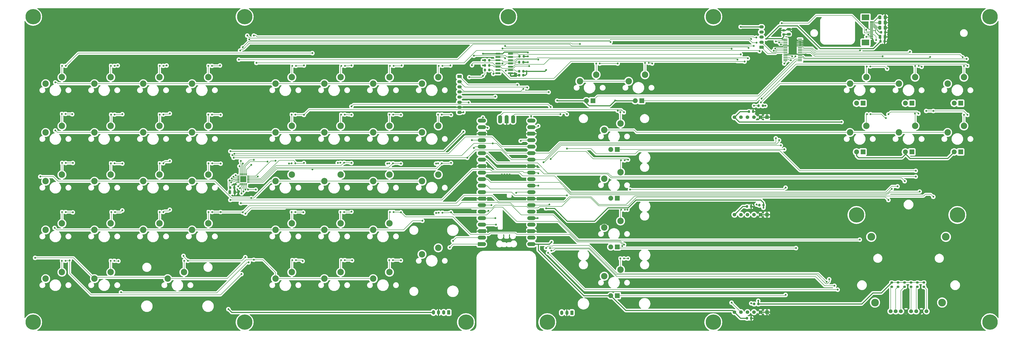
<source format=gbr>
%TF.GenerationSoftware,KiCad,Pcbnew,9.0.0*%
%TF.CreationDate,2025-03-10T19:04:21-04:00*%
%TF.ProjectId,cnc-hmi,636e632d-686d-4692-9e6b-696361645f70,rev?*%
%TF.SameCoordinates,Original*%
%TF.FileFunction,Copper,L2,Bot*%
%TF.FilePolarity,Positive*%
%FSLAX46Y46*%
G04 Gerber Fmt 4.6, Leading zero omitted, Abs format (unit mm)*
G04 Created by KiCad (PCBNEW 9.0.0) date 2025-03-10 19:04:21*
%MOMM*%
%LPD*%
G01*
G04 APERTURE LIST*
G04 Aperture macros list*
%AMRoundRect*
0 Rectangle with rounded corners*
0 $1 Rounding radius*
0 $2 $3 $4 $5 $6 $7 $8 $9 X,Y pos of 4 corners*
0 Add a 4 corners polygon primitive as box body*
4,1,4,$2,$3,$4,$5,$6,$7,$8,$9,$2,$3,0*
0 Add four circle primitives for the rounded corners*
1,1,$1+$1,$2,$3*
1,1,$1+$1,$4,$5*
1,1,$1+$1,$6,$7*
1,1,$1+$1,$8,$9*
0 Add four rect primitives between the rounded corners*
20,1,$1+$1,$2,$3,$4,$5,0*
20,1,$1+$1,$4,$5,$6,$7,0*
20,1,$1+$1,$6,$7,$8,$9,0*
20,1,$1+$1,$8,$9,$2,$3,0*%
%AMFreePoly0*
4,1,37,0.800000,0.796148,0.878414,0.796148,1.032228,0.765552,1.177117,0.705537,1.307515,0.618408,1.418408,0.507515,1.505537,0.377117,1.565552,0.232228,1.596148,0.078414,1.596148,-0.078414,1.565552,-0.232228,1.505537,-0.377117,1.418408,-0.507515,1.307515,-0.618408,1.177117,-0.705537,1.032228,-0.765552,0.878414,-0.796148,0.800000,-0.796148,0.800000,-0.800000,-1.400000,-0.800000,
-1.403843,-0.796157,-1.439018,-0.796157,-1.511114,-0.766294,-1.566294,-0.711114,-1.596157,-0.639018,-1.596157,-0.603843,-1.600000,-0.600000,-1.600000,0.600000,-1.596157,0.603843,-1.596157,0.639018,-1.566294,0.711114,-1.511114,0.766294,-1.439018,0.796157,-1.403843,0.796157,-1.400000,0.800000,0.800000,0.800000,0.800000,0.796148,0.800000,0.796148,$1*%
%AMFreePoly1*
4,1,37,1.403843,0.796157,1.439018,0.796157,1.511114,0.766294,1.566294,0.711114,1.596157,0.639018,1.596157,0.603843,1.600000,0.600000,1.600000,-0.600000,1.596157,-0.603843,1.596157,-0.639018,1.566294,-0.711114,1.511114,-0.766294,1.439018,-0.796157,1.403843,-0.796157,1.400000,-0.800000,-0.800000,-0.800000,-0.800000,-0.796148,-0.878414,-0.796148,-1.032228,-0.765552,-1.177117,-0.705537,
-1.307515,-0.618408,-1.418408,-0.507515,-1.505537,-0.377117,-1.565552,-0.232228,-1.596148,-0.078414,-1.596148,0.078414,-1.565552,0.232228,-1.505537,0.377117,-1.418408,0.507515,-1.307515,0.618408,-1.177117,0.705537,-1.032228,0.765552,-0.878414,0.796148,-0.800000,0.796148,-0.800000,0.800000,1.400000,0.800000,1.403843,0.796157,1.403843,0.796157,$1*%
%AMFreePoly2*
4,1,37,1.600000,0.796148,1.678414,0.796148,1.832228,0.765552,1.977117,0.705537,2.107515,0.618408,2.218408,0.507515,2.305537,0.377117,2.365552,0.232228,2.396148,0.078414,2.396148,-0.078414,2.365552,-0.232228,2.305537,-0.377117,2.218408,-0.507515,2.107515,-0.618408,1.977117,-0.705537,1.832228,-0.765552,1.678414,-0.796148,1.600000,-0.796148,1.600000,-0.800000,-0.600000,-0.800000,
-0.603843,-0.796157,-0.639018,-0.796157,-0.711114,-0.766294,-0.766294,-0.711114,-0.796157,-0.639018,-0.796157,-0.603843,-0.800000,-0.600000,-0.800000,0.600000,-0.796157,0.603843,-0.796157,0.639018,-0.766294,0.711114,-0.711114,0.766294,-0.639018,0.796157,-0.603843,0.796157,-0.600000,0.800000,1.600000,0.800000,1.600000,0.796148,1.600000,0.796148,$1*%
G04 Aperture macros list end*
%TA.AperFunction,ComponentPad*%
%ADD10C,2.500000*%
%TD*%
%TA.AperFunction,ComponentPad*%
%ADD11R,1.905000X1.905000*%
%TD*%
%TA.AperFunction,ComponentPad*%
%ADD12C,1.905000*%
%TD*%
%TA.AperFunction,ComponentPad*%
%ADD13C,6.000000*%
%TD*%
%TA.AperFunction,ComponentPad*%
%ADD14R,1.416000X1.416000*%
%TD*%
%TA.AperFunction,ComponentPad*%
%ADD15C,1.416000*%
%TD*%
%TA.AperFunction,ComponentPad*%
%ADD16C,3.000000*%
%TD*%
%TA.AperFunction,ComponentPad*%
%ADD17C,1.500000*%
%TD*%
%TA.AperFunction,SMDPad,CuDef*%
%ADD18RoundRect,0.225000X-0.225000X-0.250000X0.225000X-0.250000X0.225000X0.250000X-0.225000X0.250000X0*%
%TD*%
%TA.AperFunction,SMDPad,CuDef*%
%ADD19RoundRect,0.150000X0.150000X0.200000X-0.150000X0.200000X-0.150000X-0.200000X0.150000X-0.200000X0*%
%TD*%
%TA.AperFunction,SMDPad,CuDef*%
%ADD20RoundRect,0.200000X0.200000X0.275000X-0.200000X0.275000X-0.200000X-0.275000X0.200000X-0.275000X0*%
%TD*%
%TA.AperFunction,SMDPad,CuDef*%
%ADD21R,3.000000X2.179000*%
%TD*%
%TA.AperFunction,SMDPad,CuDef*%
%ADD22R,1.250000X0.300000*%
%TD*%
%TA.AperFunction,ComponentPad*%
%ADD23RoundRect,0.250000X0.350000X0.625000X-0.350000X0.625000X-0.350000X-0.625000X0.350000X-0.625000X0*%
%TD*%
%TA.AperFunction,ComponentPad*%
%ADD24O,1.200000X1.750000*%
%TD*%
%TA.AperFunction,SMDPad,CuDef*%
%ADD25RoundRect,0.250000X0.337500X0.475000X-0.337500X0.475000X-0.337500X-0.475000X0.337500X-0.475000X0*%
%TD*%
%TA.AperFunction,SMDPad,CuDef*%
%ADD26RoundRect,0.200000X-0.275000X0.200000X-0.275000X-0.200000X0.275000X-0.200000X0.275000X0.200000X0*%
%TD*%
%TA.AperFunction,SMDPad,CuDef*%
%ADD27RoundRect,0.250000X0.475000X-0.250000X0.475000X0.250000X-0.475000X0.250000X-0.475000X-0.250000X0*%
%TD*%
%TA.AperFunction,SMDPad,CuDef*%
%ADD28RoundRect,0.250000X-0.250000X-0.475000X0.250000X-0.475000X0.250000X0.475000X-0.250000X0.475000X0*%
%TD*%
%TA.AperFunction,ComponentPad*%
%ADD29RoundRect,0.250000X-0.625000X0.350000X-0.625000X-0.350000X0.625000X-0.350000X0.625000X0.350000X0*%
%TD*%
%TA.AperFunction,ComponentPad*%
%ADD30O,1.750000X1.200000*%
%TD*%
%TA.AperFunction,SMDPad,CuDef*%
%ADD31RoundRect,0.225000X0.250000X-0.225000X0.250000X0.225000X-0.250000X0.225000X-0.250000X-0.225000X0*%
%TD*%
%TA.AperFunction,SMDPad,CuDef*%
%ADD32FreePoly0,0.000000*%
%TD*%
%TA.AperFunction,SMDPad,CuDef*%
%ADD33RoundRect,0.800000X-0.800000X-0.000010X0.800000X-0.000010X0.800000X0.000010X-0.800000X0.000010X0*%
%TD*%
%TA.AperFunction,SMDPad,CuDef*%
%ADD34FreePoly1,0.000000*%
%TD*%
%TA.AperFunction,SMDPad,CuDef*%
%ADD35RoundRect,0.800000X-0.000010X0.800000X-0.000010X-0.800000X0.000010X-0.800000X0.000010X0.800000X0*%
%TD*%
%TA.AperFunction,SMDPad,CuDef*%
%ADD36FreePoly2,90.000000*%
%TD*%
%TA.AperFunction,SMDPad,CuDef*%
%ADD37RoundRect,0.150000X0.825000X0.150000X-0.825000X0.150000X-0.825000X-0.150000X0.825000X-0.150000X0*%
%TD*%
%TA.AperFunction,SMDPad,CuDef*%
%ADD38RoundRect,0.200000X-0.200000X-0.275000X0.200000X-0.275000X0.200000X0.275000X-0.200000X0.275000X0*%
%TD*%
%TA.AperFunction,SMDPad,CuDef*%
%ADD39RoundRect,0.032500X-0.097500X0.387500X-0.097500X-0.387500X0.097500X-0.387500X0.097500X0.387500X0*%
%TD*%
%TA.AperFunction,SMDPad,CuDef*%
%ADD40RoundRect,0.032500X-0.387500X0.097500X-0.387500X-0.097500X0.387500X-0.097500X0.387500X0.097500X0*%
%TD*%
%TA.AperFunction,SMDPad,CuDef*%
%ADD41R,2.450000X2.450000*%
%TD*%
%TA.AperFunction,SMDPad,CuDef*%
%ADD42RoundRect,0.051250X0.733750X0.153750X-0.733750X0.153750X-0.733750X-0.153750X0.733750X-0.153750X0*%
%TD*%
%TA.AperFunction,ComponentPad*%
%ADD43RoundRect,0.250000X0.625000X-0.350000X0.625000X0.350000X-0.625000X0.350000X-0.625000X-0.350000X0*%
%TD*%
%TA.AperFunction,SMDPad,CuDef*%
%ADD44RoundRect,0.225000X0.225000X0.250000X-0.225000X0.250000X-0.225000X-0.250000X0.225000X-0.250000X0*%
%TD*%
%TA.AperFunction,ViaPad*%
%ADD45C,0.762000*%
%TD*%
%TA.AperFunction,Conductor*%
%ADD46C,0.254000*%
%TD*%
%TA.AperFunction,Conductor*%
%ADD47C,0.200000*%
%TD*%
%TA.AperFunction,Conductor*%
%ADD48C,0.381000*%
%TD*%
G04 APERTURE END LIST*
D10*
%TO.P,SW50,1,A*%
%TO.N,KEY_R6*%
X257810000Y-72685000D03*
%TO.P,SW50,2,B*%
%TO.N,Net-(D50-K)*%
X264160000Y-70145000D03*
%TD*%
%TO.P,SW12,1,A*%
%TO.N,KEY_R2*%
X177165000Y-111760000D03*
%TO.P,SW12,2,B*%
%TO.N,Net-(D12-K)*%
X183515000Y-109220000D03*
%TD*%
%TO.P,SW3,1,A*%
%TO.N,KEY_R0*%
X158115000Y-73660000D03*
%TO.P,SW3,2,B*%
%TO.N,Net-(D3-K)*%
X164465000Y-71120000D03*
%TD*%
%TO.P,SW6,1,A*%
%TO.N,KEY_R1*%
X139065000Y-92710000D03*
%TO.P,SW6,2,B*%
%TO.N,Net-(D6-K)*%
X145415000Y-90170000D03*
%TD*%
%TO.P,SW16,1,A*%
%TO.N,KEY_R3*%
X177165000Y-140335000D03*
%TO.P,SW16,2,B*%
%TO.N,Net-(D16-K)*%
X183515000Y-137795000D03*
%TD*%
D11*
%TO.P,LED6,1,K*%
%TO.N,Net-(LED6-K)*%
X387350000Y-100330000D03*
D12*
%TO.P,LED6,2,A*%
%TO.N,+5V*%
X384810000Y-100330000D03*
%TD*%
D10*
%TO.P,SW48,1,A*%
%TO.N,KEY_R5*%
X248285000Y-148885000D03*
%TO.P,SW48,2,B*%
%TO.N,Net-(D48-K)*%
X254635000Y-146345000D03*
%TD*%
%TO.P,SW26,1,A*%
%TO.N,KEY_R1*%
X68388000Y-92710000D03*
%TO.P,SW26,2,B*%
%TO.N,Net-(D26-K)*%
X74738000Y-90170000D03*
%TD*%
%TO.P,SW8,1,A*%
%TO.N,KEY_R1*%
X177165000Y-92710000D03*
%TO.P,SW8,2,B*%
%TO.N,Net-(D8-K)*%
X183515000Y-90170000D03*
%TD*%
D13*
%TO.P,H10,*%
%TO.N,*%
X398780000Y-47498000D03*
%TD*%
D10*
%TO.P,SW9,1,A*%
%TO.N,KEY_R2*%
X120015000Y-111760000D03*
%TO.P,SW9,2,B*%
%TO.N,Net-(D9-K)*%
X126365000Y-109220000D03*
%TD*%
D13*
%TO.P,H11,*%
%TO.N,*%
X398780000Y-166878000D03*
%TD*%
D10*
%TO.P,SW38,1,A*%
%TO.N,KEY_R4*%
X77913000Y-149860000D03*
%TO.P,SW38,2,B*%
%TO.N,Net-(D38-K)*%
X84263000Y-147320000D03*
%TD*%
D11*
%TO.P,LED2,1,K*%
%TO.N,Net-(LED2-K)*%
X368300000Y-81280000D03*
D12*
%TO.P,LED2,2,A*%
%TO.N,+5V*%
X365760000Y-81280000D03*
%TD*%
D10*
%TO.P,SW49,1,A*%
%TO.N,KEY_R6*%
X238760000Y-72685000D03*
%TO.P,SW49,2,B*%
%TO.N,Net-(D49-K)*%
X245110000Y-70145000D03*
%TD*%
D11*
%TO.P,LED5,1,K*%
%TO.N,Net-(LED5-K)*%
X368300000Y-100330000D03*
D12*
%TO.P,LED5,2,A*%
%TO.N,+5V*%
X365760000Y-100330000D03*
%TD*%
D10*
%TO.P,SW22,1,A*%
%TO.N,KEY_R0*%
X68388000Y-73660000D03*
%TO.P,SW22,2,B*%
%TO.N,Net-(D22-K)*%
X74738000Y-71120000D03*
%TD*%
%TO.P,SW34,1,A*%
%TO.N,KEY_R3*%
X68388000Y-130810000D03*
%TO.P,SW34,2,B*%
%TO.N,Net-(D34-K)*%
X74738000Y-128270000D03*
%TD*%
%TO.P,SW29,1,A*%
%TO.N,KEY_R2*%
X49338000Y-111760000D03*
%TO.P,SW29,2,B*%
%TO.N,Net-(D29-K)*%
X55688000Y-109220000D03*
%TD*%
%TO.P,SW13,1,A*%
%TO.N,KEY_R3*%
X120015000Y-130810000D03*
%TO.P,SW13,2,B*%
%TO.N,Net-(D13-K)*%
X126365000Y-128270000D03*
%TD*%
%TO.P,SW20,1,A*%
%TO.N,KEY_R4*%
X30288000Y-73660000D03*
%TO.P,SW20,2,B*%
%TO.N,Net-(D20-K)*%
X36638000Y-71120000D03*
%TD*%
%TO.P,SW24,1,A*%
%TO.N,KEY_R0*%
X30288000Y-92710000D03*
%TO.P,SW24,2,B*%
%TO.N,Net-(D24-K)*%
X36638000Y-90170000D03*
%TD*%
%TO.P,SW23,1,A*%
%TO.N,KEY_R0*%
X87438000Y-73660000D03*
%TO.P,SW23,2,B*%
%TO.N,Net-(D23-K)*%
X93788000Y-71120000D03*
%TD*%
%TO.P,SW44,1,A*%
%TO.N,KEY_R5*%
X382270000Y-92710000D03*
%TO.P,SW44,2,B*%
%TO.N,Net-(D44-K)*%
X388620000Y-90170000D03*
%TD*%
%TO.P,SW31,1,A*%
%TO.N,KEY_R2*%
X87438000Y-111760000D03*
%TO.P,SW31,2,B*%
%TO.N,Net-(D31-K)*%
X93788000Y-109220000D03*
%TD*%
%TO.P,SW30,1,A*%
%TO.N,KEY_R2*%
X68388000Y-111760000D03*
%TO.P,SW30,2,B*%
%TO.N,Net-(D30-K)*%
X74738000Y-109220000D03*
%TD*%
%TO.P,SW35,1,A*%
%TO.N,KEY_R3*%
X87438000Y-130810000D03*
%TO.P,SW35,2,B*%
%TO.N,Net-(D35-K)*%
X93788000Y-128270000D03*
%TD*%
D11*
%TO.P,LED12,1,K*%
%TO.N,Net-(LED12-K)*%
X253365000Y-156505000D03*
D12*
%TO.P,LED12,2,A*%
%TO.N,+5V*%
X250825000Y-156505000D03*
%TD*%
D14*
%TO.P,S3,1,POWER_0_(V)*%
%TO.N,GND*%
X311785000Y-162945000D03*
D15*
%TO.P,S3,2,FOR_SWITCH_1*%
X309245000Y-162945000D03*
%TO.P,S3,3,FOR_SWITCH_2*%
%TO.N,/ENC2_SW*%
X306705000Y-162945000D03*
%TO.P,S3,4,OUTPUT_\u201CB\u201D*%
%TO.N,Net-(S3-OUTPUT_\u201CB\u201D)*%
X304165000Y-162945000D03*
%TO.P,S3,5,OUTPUT_\u201CA\u201D*%
%TO.N,Net-(S3-OUTPUT_\u201CA\u201D)*%
X301625000Y-162945000D03*
%TO.P,S3,6,POWER_\uFF0B_5_V*%
%TO.N,+5V*%
X299085000Y-162945000D03*
%TD*%
D10*
%TO.P,SW10,1,A*%
%TO.N,KEY_R2*%
X139065000Y-111760000D03*
%TO.P,SW10,2,B*%
%TO.N,Net-(D10-K)*%
X145415000Y-109220000D03*
%TD*%
D11*
%TO.P,LED4,1,K*%
%TO.N,Net-(LED4-K)*%
X349250000Y-100330000D03*
D12*
%TO.P,LED4,2,A*%
%TO.N,+5V*%
X346710000Y-100330000D03*
%TD*%
D10*
%TO.P,SW43,1,A*%
%TO.N,KEY_R5*%
X363220000Y-92710000D03*
%TO.P,SW43,2,B*%
%TO.N,Net-(D43-K)*%
X369570000Y-90170000D03*
%TD*%
%TO.P,SW4,1,A*%
%TO.N,KEY_R0*%
X177165000Y-73660000D03*
%TO.P,SW4,2,B*%
%TO.N,Net-(D4-K)*%
X183515000Y-71120000D03*
%TD*%
%TO.P,SW32,1,A*%
%TO.N,KEY_R2*%
X30288000Y-130810000D03*
%TO.P,SW32,2,B*%
%TO.N,Net-(D32-K)*%
X36638000Y-128270000D03*
%TD*%
%TO.P,SW1,1,A*%
%TO.N,KEY_R0*%
X120015000Y-73660000D03*
%TO.P,SW1,2,B*%
%TO.N,Net-(D1-K)*%
X126365000Y-71120000D03*
%TD*%
%TO.P,SW21,1,A*%
%TO.N,KEY_R0*%
X49338000Y-73660000D03*
%TO.P,SW21,2,B*%
%TO.N,Net-(D21-K)*%
X55688000Y-71120000D03*
%TD*%
%TO.P,SW36,1,A*%
%TO.N,KEY_R3*%
X30288000Y-149860000D03*
%TO.P,SW36,2,B*%
%TO.N,Net-(D36-K)*%
X36638000Y-147320000D03*
%TD*%
%TO.P,SW41,1,A*%
%TO.N,KEY_R5*%
X382270000Y-73660000D03*
%TO.P,SW41,2,B*%
%TO.N,Net-(D41-K)*%
X388620000Y-71120000D03*
%TD*%
D13*
%TO.P,H9,*%
%TO.N,*%
X290830000Y-47498000D03*
%TD*%
D11*
%TO.P,LED8,1,K*%
%TO.N,Net-(LED8-K)*%
X262890000Y-80305000D03*
D12*
%TO.P,LED8,2,A*%
%TO.N,+5V*%
X260350000Y-80305000D03*
%TD*%
D10*
%TO.P,SW25,1,A*%
%TO.N,KEY_R1*%
X49338000Y-92710000D03*
%TO.P,SW25,2,B*%
%TO.N,Net-(D25-K)*%
X55688000Y-90170000D03*
%TD*%
%TO.P,SW18,1,A*%
%TO.N,KEY_R4*%
X139065000Y-149860000D03*
%TO.P,SW18,2,B*%
%TO.N,Net-(D18-K)*%
X145415000Y-147320000D03*
%TD*%
D11*
%TO.P,LED3,1,K*%
%TO.N,Net-(LED3-K)*%
X387350000Y-81280000D03*
D12*
%TO.P,LED3,2,A*%
%TO.N,+5V*%
X384810000Y-81280000D03*
%TD*%
D10*
%TO.P,SW28,1,A*%
%TO.N,KEY_R1*%
X30288000Y-111760000D03*
%TO.P,SW28,2,B*%
%TO.N,Net-(D28-K)*%
X36638000Y-109220000D03*
%TD*%
D13*
%TO.P,H2,*%
%TO.N,*%
X25400000Y-166878000D03*
%TD*%
%TO.P,H4,*%
%TO.N,*%
X107950000Y-166878000D03*
%TD*%
D10*
%TO.P,SW27,1,A*%
%TO.N,KEY_R1*%
X87438000Y-92710000D03*
%TO.P,SW27,2,B*%
%TO.N,Net-(D27-K)*%
X93788000Y-90170000D03*
%TD*%
D13*
%TO.P,H3,*%
%TO.N,*%
X107950000Y-47498000D03*
%TD*%
D10*
%TO.P,SW40,1,A*%
%TO.N,KEY_R4*%
X363220000Y-73660000D03*
%TO.P,SW40,2,B*%
%TO.N,Net-(D40-K)*%
X369570000Y-71120000D03*
%TD*%
D11*
%TO.P,LED10,1,K*%
%TO.N,Net-(LED10-K)*%
X253365000Y-118405000D03*
D12*
%TO.P,LED10,2,A*%
%TO.N,+5V*%
X250825000Y-118405000D03*
%TD*%
D11*
%TO.P,LED7,1,K*%
%TO.N,Net-(LED7-K)*%
X243840000Y-80305000D03*
D12*
%TO.P,LED7,2,A*%
%TO.N,+5V*%
X241300000Y-80305000D03*
%TD*%
D10*
%TO.P,SW11,1,A*%
%TO.N,KEY_R2*%
X158115000Y-111760000D03*
%TO.P,SW11,2,B*%
%TO.N,Net-(D11-K)*%
X164465000Y-109220000D03*
%TD*%
%TO.P,SW46,1,A*%
%TO.N,KEY_R5*%
X248285000Y-110785000D03*
%TO.P,SW46,2,B*%
%TO.N,Net-(D46-K)*%
X254635000Y-108245000D03*
%TD*%
%TO.P,SW17,1,A*%
%TO.N,KEY_R4*%
X120015000Y-149860000D03*
%TO.P,SW17,2,B*%
%TO.N,Net-(D17-K)*%
X126365000Y-147320000D03*
%TD*%
%TO.P,SW45,1,A*%
%TO.N,KEY_R5*%
X248285000Y-91735000D03*
%TO.P,SW45,2,B*%
%TO.N,Net-(D45-K)*%
X254635000Y-89195000D03*
%TD*%
%TO.P,SW2,1,A*%
%TO.N,KEY_R0*%
X139065000Y-73660000D03*
%TO.P,SW2,2,B*%
%TO.N,Net-(D2-K)*%
X145415000Y-71120000D03*
%TD*%
D11*
%TO.P,LED11,1,K*%
%TO.N,Net-(LED11-K)*%
X253365000Y-137455000D03*
D12*
%TO.P,LED11,2,A*%
%TO.N,+5V*%
X250825000Y-137455000D03*
%TD*%
D14*
%TO.P,S2,1,POWER_0_(V)*%
%TO.N,GND*%
X311785000Y-124845000D03*
D15*
%TO.P,S2,2,FOR_SWITCH_1*%
X309245000Y-124845000D03*
%TO.P,S2,3,FOR_SWITCH_2*%
%TO.N,/ENC1_SW*%
X306705000Y-124845000D03*
%TO.P,S2,4,OUTPUT_\u201CB\u201D*%
%TO.N,Net-(S2-OUTPUT_\u201CB\u201D)*%
X304165000Y-124845000D03*
%TO.P,S2,5,OUTPUT_\u201CA\u201D*%
%TO.N,Net-(S2-OUTPUT_\u201CA\u201D)*%
X301625000Y-124845000D03*
%TO.P,S2,6,POWER_\uFF0B_5_V*%
%TO.N,+5V*%
X299085000Y-124845000D03*
%TD*%
D11*
%TO.P,LED9,1,K*%
%TO.N,Net-(LED9-K)*%
X253365000Y-99355000D03*
D12*
%TO.P,LED9,2,A*%
%TO.N,+5V*%
X250825000Y-99355000D03*
%TD*%
D10*
%TO.P,SW5,1,A*%
%TO.N,KEY_R1*%
X120015000Y-92710000D03*
%TO.P,SW5,2,B*%
%TO.N,Net-(D5-K)*%
X126365000Y-90170000D03*
%TD*%
%TO.P,SW14,1,A*%
%TO.N,KEY_R3*%
X139065000Y-130810000D03*
%TO.P,SW14,2,B*%
%TO.N,Net-(D14-K)*%
X145415000Y-128270000D03*
%TD*%
%TO.P,SW33,1,A*%
%TO.N,KEY_R3*%
X49338000Y-130810000D03*
%TO.P,SW33,2,B*%
%TO.N,Net-(D33-K)*%
X55688000Y-128270000D03*
%TD*%
%TO.P,SW42,1,A*%
%TO.N,KEY_R5*%
X344170000Y-92710000D03*
%TO.P,SW42,2,B*%
%TO.N,Net-(D42-K)*%
X350520000Y-90170000D03*
%TD*%
%TO.P,SW47,1,A*%
%TO.N,KEY_R5*%
X248285000Y-129835000D03*
%TO.P,SW47,2,B*%
%TO.N,Net-(D47-K)*%
X254635000Y-127295000D03*
%TD*%
D13*
%TO.P,H15,*%
%TO.N,*%
X386080000Y-124968000D03*
%TD*%
D11*
%TO.P,LED1,1,K*%
%TO.N,Net-(LED1-K)*%
X349250000Y-81280000D03*
D12*
%TO.P,LED1,2,A*%
%TO.N,+5V*%
X346710000Y-81280000D03*
%TD*%
D13*
%TO.P,H5,*%
%TO.N,*%
X210820000Y-47498000D03*
%TD*%
%TO.P,H6,*%
%TO.N,*%
X194310000Y-166878000D03*
%TD*%
D10*
%TO.P,SW37,1,A*%
%TO.N,KEY_R4*%
X49338000Y-149860000D03*
%TO.P,SW37,2,B*%
%TO.N,Net-(D37-K)*%
X55688000Y-147320000D03*
%TD*%
D13*
%TO.P,H8,*%
%TO.N,*%
X290830000Y-166878000D03*
%TD*%
D10*
%TO.P,SW19,1,A*%
%TO.N,KEY_R4*%
X158115000Y-149860000D03*
%TO.P,SW19,2,B*%
%TO.N,Net-(D19-K)*%
X164465000Y-147320000D03*
%TD*%
D13*
%TO.P,H1,*%
%TO.N,*%
X25400000Y-47498000D03*
%TD*%
D14*
%TO.P,S1,1,POWER_0_(V)*%
%TO.N,GND*%
X311785000Y-86745000D03*
D15*
%TO.P,S1,2,FOR_SWITCH_1*%
X309245000Y-86745000D03*
%TO.P,S1,3,FOR_SWITCH_2*%
%TO.N,/ENC0_SW*%
X306705000Y-86745000D03*
%TO.P,S1,4,OUTPUT_\u201CB\u201D*%
%TO.N,Net-(S1-OUTPUT_\u201CB\u201D)*%
X304165000Y-86745000D03*
%TO.P,S1,5,OUTPUT_\u201CA\u201D*%
%TO.N,Net-(S1-OUTPUT_\u201CA\u201D)*%
X301625000Y-86745000D03*
%TO.P,S1,6,POWER_\uFF0B_5_V*%
%TO.N,+5V*%
X299085000Y-86745000D03*
%TD*%
D10*
%TO.P,SW7,1,A*%
%TO.N,KEY_R1*%
X158115000Y-92710000D03*
%TO.P,SW7,2,B*%
%TO.N,Net-(D7-K)*%
X164465000Y-90170000D03*
%TD*%
D13*
%TO.P,H7,*%
%TO.N,*%
X226060000Y-166878000D03*
%TD*%
%TO.P,H14,*%
%TO.N,*%
X346710000Y-124968000D03*
%TD*%
D16*
%TO.P,ENC1,*%
%TO.N,*%
X352480000Y-133500000D03*
X353930000Y-159200000D03*
X380130000Y-159200000D03*
X381580000Y-133500000D03*
D17*
%TO.P,ENC1,1,Shuttle_Bit0*%
%TO.N,/SHUTTLE_0*%
X360030000Y-162600000D03*
%TO.P,ENC1,2,Shuttle_Bit1*%
%TO.N,/SHUTTLE_1*%
X362030000Y-162600000D03*
%TO.P,ENC1,3,Shuttle_Bit2*%
%TO.N,/SHUTTLE_2*%
X364030000Y-162600000D03*
%TO.P,ENC1,4,Shuttle_Bit3*%
%TO.N,/SHUTTLE_3*%
X368030000Y-162600000D03*
%TO.P,ENC1,C.1,Jog_Common*%
%TO.N,GND*%
X366030000Y-162600000D03*
%TO.P,ENC1,C.2,Shuttle_Common*%
X372030000Y-162600000D03*
%TO.P,ENC1,J1,Jog_A*%
%TO.N,/JOG_A*%
X374030000Y-162600000D03*
%TO.P,ENC1,J2,Jog_B*%
%TO.N,/JOG_B*%
X370030000Y-162600000D03*
%TD*%
D10*
%TO.P,SW15,1,A*%
%TO.N,KEY_R3*%
X158115000Y-130810000D03*
%TO.P,SW15,2,B*%
%TO.N,Net-(D15-K)*%
X164465000Y-128270000D03*
%TD*%
%TO.P,SW39,1,A*%
%TO.N,KEY_R4*%
X344170000Y-73660000D03*
%TO.P,SW39,2,B*%
%TO.N,Net-(D39-K)*%
X350520000Y-71120000D03*
%TD*%
D18*
%TO.P,C8,1*%
%TO.N,+3V3*%
X356095000Y-57150000D03*
%TO.P,C8,2*%
%TO.N,GND*%
X357645000Y-57150000D03*
%TD*%
D19*
%TO.P,D11,1,K*%
%TO.N,Net-(D11-K)*%
X164400000Y-104775000D03*
%TO.P,D11,2,A*%
%TO.N,KEY_C2*%
X165800000Y-104775000D03*
%TD*%
D18*
%TO.P,C4,1*%
%TO.N,+3V3*%
X102349000Y-114300000D03*
%TO.P,C4,2*%
%TO.N,GND*%
X103899000Y-114300000D03*
%TD*%
D19*
%TO.P,D33,1,K*%
%TO.N,Net-(D33-K)*%
X55942000Y-123825000D03*
%TO.P,D33,2,A*%
%TO.N,KEY_C4*%
X57342000Y-123825000D03*
%TD*%
D20*
%TO.P,R15,1*%
%TO.N,+3V3*%
X308419000Y-159766000D03*
%TO.P,R15,2*%
%TO.N,/ENC2_SW*%
X306769000Y-159766000D03*
%TD*%
D21*
%TO.P,LCD1,*%
%TO.N,*%
X350227000Y-57501500D03*
X350227000Y-47742500D03*
D22*
%TO.P,LCD1,1,VSS*%
%TO.N,GND*%
X352552000Y-55872000D03*
%TO.P,LCD1,2,SDIN*%
%TO.N,/SPI0_DOUT*%
X352552000Y-55372000D03*
%TO.P,LCD1,3,SCLK*%
%TO.N,/SPI0_SCK*%
X352552000Y-54872000D03*
%TO.P,LCD1,4,A0*%
%TO.N,/LCD_A0*%
X352552000Y-54372000D03*
%TO.P,LCD1,5,/RESET*%
%TO.N,/PERIPH_RESET*%
X352552000Y-53872000D03*
%TO.P,LCD1,6,/CS*%
%TO.N,/SPI0_CS0*%
X352552000Y-53372000D03*
%TO.P,LCD1,7,VDD1*%
%TO.N,+3V3*%
X352552000Y-52872000D03*
%TO.P,LCD1,8,VSS*%
%TO.N,GND*%
X352552000Y-52372000D03*
%TO.P,LCD1,9,NC*%
%TO.N,unconnected-(LCD1-NC-Pad9)*%
X352552000Y-51872000D03*
%TO.P,LCD1,10,VPP*%
%TO.N,+3V3*%
X352552000Y-51372000D03*
%TO.P,LCD1,11,IREF*%
%TO.N,Net-(LCD1-IREF)*%
X352552000Y-50872000D03*
%TO.P,LCD1,12,VSL*%
%TO.N,Net-(LCD1-VSL)*%
X352552000Y-50372000D03*
%TO.P,LCD1,13,VCOMH*%
%TO.N,Net-(LCD1-VCOMH)*%
X352552000Y-49872000D03*
%TO.P,LCD1,14,VSEGM*%
%TO.N,Net-(LCD1-VSEGM)*%
X352552000Y-49372000D03*
%TD*%
D20*
%TO.P,R7,1*%
%TO.N,GND*%
X357949000Y-53594000D03*
%TO.P,R7,2*%
%TO.N,Net-(LCD1-IREF)*%
X356299000Y-53594000D03*
%TD*%
D19*
%TO.P,D31,1,K*%
%TO.N,Net-(D31-K)*%
X93850000Y-104775000D03*
%TO.P,D31,2,A*%
%TO.N,KEY_C6*%
X95250000Y-104775000D03*
%TD*%
D23*
%TO.P,J2,1,Pin_1*%
%TO.N,/UART0_RX*%
X187610000Y-163068000D03*
D24*
%TO.P,J2,2,Pin_2*%
%TO.N,/UART0_TX*%
X185610000Y-163068000D03*
%TO.P,J2,3,Pin_3*%
%TO.N,GND*%
X183610000Y-163068000D03*
%TO.P,J2,4,Pin_4*%
%TO.N,+3V3*%
X181610000Y-163068000D03*
%TD*%
D19*
%TO.P,D14,1,K*%
%TO.N,Net-(D14-K)*%
X145350000Y-123825000D03*
%TO.P,D14,2,A*%
%TO.N,KEY_C1*%
X146750000Y-123825000D03*
%TD*%
D25*
%TO.P,C3,1*%
%TO.N,GND*%
X357907500Y-47752000D03*
%TO.P,C3,2*%
%TO.N,Net-(LCD1-VSEGM)*%
X355832500Y-47752000D03*
%TD*%
D19*
%TO.P,D3,1,K*%
%TO.N,Net-(D3-K)*%
X164654000Y-66675000D03*
%TO.P,D3,2,A*%
%TO.N,KEY_C2*%
X166054000Y-66675000D03*
%TD*%
%TO.P,D4,1,K*%
%TO.N,Net-(D4-K)*%
X183704000Y-66675000D03*
%TO.P,D4,2,A*%
%TO.N,KEY_C3*%
X185104000Y-66675000D03*
%TD*%
D26*
%TO.P,R3,1*%
%TO.N,+3V3*%
X367979000Y-151385000D03*
%TO.P,R3,2*%
%TO.N,/SHUTTLE_3*%
X367979000Y-153035000D03*
%TD*%
D27*
%TO.P,C7,1*%
%TO.N,+3V3*%
X320294000Y-54290000D03*
%TO.P,C7,2*%
%TO.N,GND*%
X320294000Y-52390000D03*
%TD*%
D19*
%TO.P,D35,1,K*%
%TO.N,Net-(D35-K)*%
X93850000Y-123825000D03*
%TO.P,D35,2,A*%
%TO.N,KEY_C6*%
X95250000Y-123825000D03*
%TD*%
%TO.P,D49,1,K*%
%TO.N,Net-(D49-K)*%
X245110000Y-65786000D03*
%TO.P,D49,2,A*%
%TO.N,KEY_C0*%
X246510000Y-65786000D03*
%TD*%
D28*
%TO.P,C9,1*%
%TO.N,+3V3*%
X355920000Y-55372000D03*
%TO.P,C9,2*%
%TO.N,GND*%
X357820000Y-55372000D03*
%TD*%
%TO.P,C5,1*%
%TO.N,+3V3*%
X102174000Y-116078000D03*
%TO.P,C5,2*%
%TO.N,GND*%
X104074000Y-116078000D03*
%TD*%
D19*
%TO.P,D29,1,K*%
%TO.N,Net-(D29-K)*%
X55750000Y-104775000D03*
%TO.P,D29,2,A*%
%TO.N,KEY_C4*%
X57150000Y-104775000D03*
%TD*%
%TO.P,D47,1,K*%
%TO.N,Net-(D47-K)*%
X254886000Y-122936000D03*
%TO.P,D47,2,A*%
%TO.N,KEY_C2*%
X256286000Y-122936000D03*
%TD*%
D26*
%TO.P,R5,1*%
%TO.N,+3V3*%
X362959000Y-151385000D03*
%TO.P,R5,2*%
%TO.N,/SHUTTLE_1*%
X362959000Y-153035000D03*
%TD*%
D19*
%TO.P,D17,1,K*%
%TO.N,Net-(D17-K)*%
X126554000Y-142621000D03*
%TO.P,D17,2,A*%
%TO.N,KEY_C0*%
X127954000Y-142621000D03*
%TD*%
%TO.P,D8,1,K*%
%TO.N,Net-(D8-K)*%
X183450000Y-85725000D03*
%TO.P,D8,2,A*%
%TO.N,KEY_C3*%
X184850000Y-85725000D03*
%TD*%
D20*
%TO.P,R10,1*%
%TO.N,+3V3*%
X216725000Y-68834000D03*
%TO.P,R10,2*%
%TO.N,/ENC1_A*%
X215075000Y-68834000D03*
%TD*%
D19*
%TO.P,D24,1,K*%
%TO.N,Net-(D24-K)*%
X36638000Y-85471000D03*
%TO.P,D24,2,A*%
%TO.N,KEY_C7*%
X38038000Y-85471000D03*
%TD*%
%TO.P,D18,1,K*%
%TO.N,Net-(D18-K)*%
X145604000Y-142621000D03*
%TO.P,D18,2,A*%
%TO.N,KEY_C1*%
X147004000Y-142621000D03*
%TD*%
%TO.P,D37,1,K*%
%TO.N,Net-(D37-K)*%
X55688000Y-142875000D03*
%TO.P,D37,2,A*%
%TO.N,KEY_C4*%
X57088000Y-142875000D03*
%TD*%
D29*
%TO.P,J3,1,Pin_1*%
%TO.N,/SPARE_GPIO18*%
X191770000Y-70866000D03*
D30*
%TO.P,J3,2,Pin_2*%
%TO.N,/SPARE_GPIO26*%
X191770000Y-72866000D03*
%TO.P,J3,3,Pin_3*%
%TO.N,/SPARE_GPIO27*%
X191770000Y-74866000D03*
%TO.P,J3,4,Pin_4*%
%TO.N,/SPARE_GPIO28*%
X191770000Y-76866000D03*
%TO.P,J3,5,Pin_5*%
%TO.N,/I2C0_SDA*%
X191770000Y-78866000D03*
%TO.P,J3,6,Pin_6*%
%TO.N,/I2C0_SCL*%
X191770000Y-80866000D03*
%TO.P,J3,7,Pin_7*%
%TO.N,GND*%
X191770000Y-82866000D03*
%TO.P,J3,8,Pin_8*%
%TO.N,+3V3*%
X191770000Y-84866000D03*
%TD*%
D19*
%TO.P,D19,1,K*%
%TO.N,Net-(D19-K)*%
X164400000Y-142621000D03*
%TO.P,D19,2,A*%
%TO.N,KEY_C2*%
X165800000Y-142621000D03*
%TD*%
%TO.P,D38,1,K*%
%TO.N,Net-(D38-K)*%
X84390000Y-142875000D03*
%TO.P,D38,2,A*%
%TO.N,KEY_C5*%
X85790000Y-142875000D03*
%TD*%
D20*
%TO.P,R14,1*%
%TO.N,+3V3*%
X310451000Y-121158000D03*
%TO.P,R14,2*%
%TO.N,/ENC1_SW*%
X308801000Y-121158000D03*
%TD*%
D19*
%TO.P,D21,1,K*%
%TO.N,Net-(D21-K)*%
X55750000Y-66675000D03*
%TO.P,D21,2,A*%
%TO.N,KEY_C4*%
X57150000Y-66675000D03*
%TD*%
D18*
%TO.P,C11,1*%
%TO.N,+5V*%
X304787000Y-84582000D03*
%TO.P,C11,2*%
%TO.N,GND*%
X306337000Y-84582000D03*
%TD*%
D31*
%TO.P,C6,1*%
%TO.N,+3V3*%
X318262000Y-54369000D03*
%TO.P,C6,2*%
%TO.N,GND*%
X318262000Y-52819000D03*
%TD*%
D19*
%TO.P,D36,1,K*%
%TO.N,Net-(D36-K)*%
X36638000Y-142875000D03*
%TO.P,D36,2,A*%
%TO.N,KEY_C7*%
X38038000Y-142875000D03*
%TD*%
%TO.P,D43,1,K*%
%TO.N,Net-(D43-K)*%
X369505000Y-85344000D03*
%TO.P,D43,2,A*%
%TO.N,KEY_C6*%
X370905000Y-85344000D03*
%TD*%
%TO.P,D28,1,K*%
%TO.N,Net-(D28-K)*%
X36700000Y-104648000D03*
%TO.P,D28,2,A*%
%TO.N,KEY_C7*%
X38100000Y-104648000D03*
%TD*%
%TO.P,D20,1,K*%
%TO.N,Net-(D20-K)*%
X36700000Y-66675000D03*
%TO.P,D20,2,A*%
%TO.N,KEY_C3*%
X38100000Y-66675000D03*
%TD*%
%TO.P,D27,1,K*%
%TO.N,Net-(D27-K)*%
X93788000Y-85725000D03*
%TO.P,D27,2,A*%
%TO.N,KEY_C6*%
X95188000Y-85725000D03*
%TD*%
%TO.P,D41,1,K*%
%TO.N,Net-(D41-K)*%
X388617000Y-66675000D03*
%TO.P,D41,2,A*%
%TO.N,KEY_C4*%
X390017000Y-66675000D03*
%TD*%
D26*
%TO.P,R2,1*%
%TO.N,+3V3*%
X370489000Y-151385000D03*
%TO.P,R2,2*%
%TO.N,/JOG_B*%
X370489000Y-153035000D03*
%TD*%
D19*
%TO.P,D1,1,K*%
%TO.N,Net-(D1-K)*%
X126554000Y-66675000D03*
%TO.P,D1,2,A*%
%TO.N,KEY_C0*%
X127954000Y-66675000D03*
%TD*%
D20*
%TO.P,R8,1*%
%TO.N,+3V3*%
X216849000Y-62992000D03*
%TO.P,R8,2*%
%TO.N,/ENC0_A*%
X215199000Y-62992000D03*
%TD*%
D23*
%TO.P,J1,1,Pin_1*%
%TO.N,Net-(A1-SWCLK)*%
X235680000Y-163158000D03*
D24*
%TO.P,J1,2,Pin_2*%
%TO.N,GND*%
X233680000Y-163158000D03*
%TO.P,J1,3,Pin_3*%
%TO.N,Net-(A1-SWDIO)*%
X231680000Y-163158000D03*
%TD*%
D32*
%TO.P,A1,1,GPIO0*%
%TO.N,/UART0_TX*%
X200495000Y-136398000D03*
D33*
%TO.P,A1,2,GPIO1*%
%TO.N,/UART0_RX*%
X200495000Y-133858000D03*
D34*
%TO.P,A1,3,GND*%
%TO.N,GND*%
X200495000Y-131318000D03*
D33*
%TO.P,A1,4,GPIO2*%
%TO.N,/SPI0_SCK*%
X200495000Y-128778000D03*
%TO.P,A1,5,GPIO3*%
%TO.N,/SPI0_DOUT*%
X200495000Y-126238000D03*
%TO.P,A1,6,GPIO4*%
%TO.N,/LCD_A0*%
X200495000Y-123698000D03*
%TO.P,A1,7,GPIO5*%
%TO.N,/SPI0_CS0*%
X200495000Y-121158000D03*
D34*
%TO.P,A1,8,GND*%
%TO.N,GND*%
X200495000Y-118618000D03*
D33*
%TO.P,A1,9,GPIO6*%
%TO.N,/JOG_A*%
X200495000Y-116078000D03*
%TO.P,A1,10,GPIO7*%
%TO.N,/JOG_B*%
X200495000Y-113538000D03*
%TO.P,A1,11,GPIO8*%
%TO.N,/SHUTTLE_0*%
X200495000Y-110998000D03*
%TO.P,A1,12,GPIO9*%
%TO.N,/SHUTTLE_1*%
X200495000Y-108458000D03*
D34*
%TO.P,A1,13,GND*%
%TO.N,GND*%
X200495000Y-105918000D03*
D33*
%TO.P,A1,14,GPIO10*%
%TO.N,/SHUTTLE_2*%
X200495000Y-103378000D03*
%TO.P,A1,15,GPIO11*%
%TO.N,/SHUTTLE_3*%
X200495000Y-100838000D03*
%TO.P,A1,16,GPIO12*%
%TO.N,/ENC0_A*%
X200495000Y-98298000D03*
%TO.P,A1,17,GPIO13*%
%TO.N,/ENC0_B*%
X200495000Y-95758000D03*
D34*
%TO.P,A1,18,GND*%
%TO.N,GND*%
X200495000Y-93218000D03*
D33*
%TO.P,A1,19,GPIO14*%
%TO.N,/ENC1_A*%
X200495000Y-90678000D03*
%TO.P,A1,20,GPIO15*%
%TO.N,/ENC1_B*%
X200495000Y-88138000D03*
%TO.P,A1,21,GPIO16*%
%TO.N,/ENC2_A*%
X219875000Y-88138000D03*
%TO.P,A1,22,GPIO17*%
%TO.N,/ENC2_B*%
X219875000Y-90678000D03*
D32*
%TO.P,A1,23,GND*%
%TO.N,GND*%
X219875000Y-93218000D03*
D33*
%TO.P,A1,24,GPIO18*%
%TO.N,/SPARE_GPIO18*%
X219875000Y-95758000D03*
%TO.P,A1,25,GPIO19*%
%TO.N,/KEY_INT*%
X219875000Y-98298000D03*
%TO.P,A1,26,GPIO20*%
%TO.N,/I2C0_SDA*%
X219875000Y-100838000D03*
%TO.P,A1,27,GPIO21*%
%TO.N,/I2C0_SCL*%
X219875000Y-103378000D03*
D32*
%TO.P,A1,28,GND*%
%TO.N,GND*%
X219875000Y-105918000D03*
D33*
%TO.P,A1,29,GPIO22*%
%TO.N,/PERIPH_RESET*%
X219875000Y-108458000D03*
%TO.P,A1,30,RUN*%
%TO.N,unconnected-(A1-RUN-Pad30)*%
X219875000Y-110998000D03*
%TO.P,A1,31,GPIO26_ADC0*%
%TO.N,/SPARE_GPIO26*%
X219875000Y-113538000D03*
%TO.P,A1,32,GPIO27_ADC1*%
%TO.N,/SPARE_GPIO27*%
X219875000Y-116078000D03*
D32*
%TO.P,A1,33,AGND*%
%TO.N,GND*%
X219875000Y-118618000D03*
D33*
%TO.P,A1,34,GPIO28_ADC2*%
%TO.N,/SPARE_GPIO28*%
X219875000Y-121158000D03*
%TO.P,A1,35,ADC_VREF*%
%TO.N,unconnected-(A1-ADC_VREF-Pad35)*%
X219875000Y-123698000D03*
%TO.P,A1,36,3V3*%
%TO.N,+3V3*%
X219875000Y-126238000D03*
%TO.P,A1,37,3V3_EN*%
%TO.N,unconnected-(A1-3V3_EN-Pad37)*%
X219875000Y-128778000D03*
D32*
%TO.P,A1,38,GND*%
%TO.N,GND*%
X219875000Y-131318000D03*
D33*
%TO.P,A1,39,VSYS*%
%TO.N,unconnected-(A1-VSYS-Pad39)*%
X219875000Y-133858000D03*
%TO.P,A1,40,VBUS*%
%TO.N,+5V*%
X219875000Y-136398000D03*
D35*
%TO.P,A1,D1,SWCLK*%
%TO.N,Net-(A1-SWCLK)*%
X207645000Y-87568000D03*
D36*
%TO.P,A1,D2,GND*%
%TO.N,GND*%
X210185000Y-88368000D03*
D35*
%TO.P,A1,D3,SWDIO*%
%TO.N,Net-(A1-SWDIO)*%
X212725000Y-87568000D03*
%TD*%
D37*
%TO.P,U3,1*%
%TO.N,Net-(S1-OUTPUT_\u201CA\u201D)*%
X211706000Y-61976000D03*
%TO.P,U3,2*%
%TO.N,/ENC0_A*%
X211706000Y-63246000D03*
%TO.P,U3,3*%
%TO.N,Net-(S1-OUTPUT_\u201CB\u201D)*%
X211706000Y-64516000D03*
%TO.P,U3,4*%
%TO.N,/ENC0_B*%
X211706000Y-65786000D03*
%TO.P,U3,5*%
%TO.N,Net-(S2-OUTPUT_\u201CA\u201D)*%
X211706000Y-67056000D03*
%TO.P,U3,6*%
%TO.N,/ENC1_A*%
X211706000Y-68326000D03*
%TO.P,U3,7,GND*%
%TO.N,GND*%
X211706000Y-69596000D03*
%TO.P,U3,8*%
%TO.N,/ENC1_B*%
X206756000Y-69596000D03*
%TO.P,U3,9*%
%TO.N,Net-(S2-OUTPUT_\u201CB\u201D)*%
X206756000Y-68326000D03*
%TO.P,U3,10*%
%TO.N,/ENC2_A*%
X206756000Y-67056000D03*
%TO.P,U3,11*%
%TO.N,Net-(S3-OUTPUT_\u201CA\u201D)*%
X206756000Y-65786000D03*
%TO.P,U3,12*%
%TO.N,/ENC2_B*%
X206756000Y-64516000D03*
%TO.P,U3,13*%
%TO.N,Net-(S3-OUTPUT_\u201CB\u201D)*%
X206756000Y-63246000D03*
%TO.P,U3,14,VCC*%
%TO.N,+3V3*%
X206756000Y-61976000D03*
%TD*%
D19*
%TO.P,D23,1,K*%
%TO.N,Net-(D23-K)*%
X93788000Y-66675000D03*
%TO.P,D23,2,A*%
%TO.N,KEY_C6*%
X95188000Y-66675000D03*
%TD*%
%TO.P,D30,1,K*%
%TO.N,Net-(D30-K)*%
X74800000Y-104775000D03*
%TO.P,D30,2,A*%
%TO.N,KEY_C5*%
X76200000Y-104775000D03*
%TD*%
%TO.P,D32,1,K*%
%TO.N,Net-(D32-K)*%
X36700000Y-123825000D03*
%TO.P,D32,2,A*%
%TO.N,KEY_C7*%
X38100000Y-123825000D03*
%TD*%
D26*
%TO.P,R1,1*%
%TO.N,+3V3*%
X372999000Y-151385000D03*
%TO.P,R1,2*%
%TO.N,/JOG_A*%
X372999000Y-153035000D03*
%TD*%
D19*
%TO.P,D25,1,K*%
%TO.N,Net-(D25-K)*%
X55812000Y-85725000D03*
%TO.P,D25,2,A*%
%TO.N,KEY_C4*%
X57212000Y-85725000D03*
%TD*%
D20*
%TO.P,R9,1*%
%TO.N,+3V3*%
X216725000Y-65278000D03*
%TO.P,R9,2*%
%TO.N,/ENC0_B*%
X215075000Y-65278000D03*
%TD*%
D19*
%TO.P,D6,1,K*%
%TO.N,Net-(D6-K)*%
X145604000Y-85725000D03*
%TO.P,D6,2,A*%
%TO.N,KEY_C1*%
X147004000Y-85725000D03*
%TD*%
%TO.P,D26,1,K*%
%TO.N,Net-(D26-K)*%
X74800000Y-85725000D03*
%TO.P,D26,2,A*%
%TO.N,KEY_C5*%
X76200000Y-85725000D03*
%TD*%
%TO.P,D50,1,K*%
%TO.N,Net-(D50-K)*%
X264222000Y-65532000D03*
%TO.P,D50,2,A*%
%TO.N,KEY_C1*%
X265622000Y-65532000D03*
%TD*%
D26*
%TO.P,R6,1*%
%TO.N,+3V3*%
X360449000Y-151385000D03*
%TO.P,R6,2*%
%TO.N,/SHUTTLE_0*%
X360449000Y-153035000D03*
%TD*%
D19*
%TO.P,D22,1,K*%
%TO.N,Net-(D22-K)*%
X74800000Y-66675000D03*
%TO.P,D22,2,A*%
%TO.N,KEY_C5*%
X76200000Y-66675000D03*
%TD*%
%TO.P,D16,1,K*%
%TO.N,Net-(D16-K)*%
X183704000Y-124079000D03*
%TO.P,D16,2,A*%
%TO.N,KEY_C3*%
X185104000Y-124079000D03*
%TD*%
%TO.P,D13,1,K*%
%TO.N,Net-(D13-K)*%
X126300000Y-123825000D03*
%TO.P,D13,2,A*%
%TO.N,KEY_C0*%
X127700000Y-123825000D03*
%TD*%
D18*
%TO.P,C13,1*%
%TO.N,+5V*%
X304025000Y-165354000D03*
%TO.P,C13,2*%
%TO.N,GND*%
X305575000Y-165354000D03*
%TD*%
D38*
%TO.P,R13,1*%
%TO.N,+3V3*%
X201737000Y-64516000D03*
%TO.P,R13,2*%
%TO.N,/ENC2_B*%
X203387000Y-64516000D03*
%TD*%
D19*
%TO.P,D46,1,K*%
%TO.N,Net-(D46-K)*%
X254824000Y-103632000D03*
%TO.P,D46,2,A*%
%TO.N,KEY_C1*%
X256224000Y-103632000D03*
%TD*%
D39*
%TO.P,U1,1,ROW7*%
%TO.N,/ENC0_SW*%
X106180000Y-109063000D03*
%TO.P,U1,2,ROW6*%
%TO.N,KEY_R6*%
X106680000Y-109063000D03*
%TO.P,U1,3,ROW5*%
%TO.N,KEY_R5*%
X107180000Y-109063000D03*
%TO.P,U1,4,ROW4*%
%TO.N,KEY_R4*%
X107680000Y-109063000D03*
%TO.P,U1,5,ROW3*%
%TO.N,KEY_R3*%
X108180000Y-109063000D03*
%TO.P,U1,6,ROW2*%
%TO.N,KEY_R2*%
X108680000Y-109063000D03*
D40*
%TO.P,U1,7,ROW1*%
%TO.N,KEY_R1*%
X109365000Y-109748000D03*
%TO.P,U1,8,ROW0*%
%TO.N,KEY_R0*%
X109365000Y-110248000D03*
%TO.P,U1,9,COL0*%
%TO.N,KEY_C0*%
X109365000Y-110748000D03*
%TO.P,U1,10,COL1*%
%TO.N,KEY_C1*%
X109365000Y-111248000D03*
%TO.P,U1,11,COL2*%
%TO.N,KEY_C2*%
X109365000Y-111748000D03*
%TO.P,U1,12,COL3*%
%TO.N,KEY_C3*%
X109365000Y-112248000D03*
D39*
%TO.P,U1,13,COL4*%
%TO.N,KEY_C4*%
X108680000Y-112933000D03*
%TO.P,U1,14,COL5*%
%TO.N,KEY_C5*%
X108180000Y-112933000D03*
%TO.P,U1,15,COL6*%
%TO.N,KEY_C6*%
X107680000Y-112933000D03*
%TO.P,U1,16,COL7*%
%TO.N,KEY_C7*%
X107180000Y-112933000D03*
%TO.P,U1,17,COL8*%
%TO.N,/ENC1_SW*%
X106680000Y-112933000D03*
%TO.P,U1,18,COL9*%
%TO.N,/ENC2_SW*%
X106180000Y-112933000D03*
D40*
%TO.P,U1,19,GND*%
%TO.N,GND*%
X105495000Y-112248000D03*
%TO.P,U1,20,~{RESET}*%
%TO.N,/PERIPH_RESET*%
X105495000Y-111748000D03*
%TO.P,U1,21,VCC*%
%TO.N,+3V3*%
X105495000Y-111248000D03*
%TO.P,U1,22,SDA*%
%TO.N,/I2C0_SDA*%
X105495000Y-110748000D03*
%TO.P,U1,23,SCL*%
%TO.N,/I2C0_SCL*%
X105495000Y-110248000D03*
%TO.P,U1,24,~{INT}*%
%TO.N,/KEY_INT*%
X105495000Y-109748000D03*
D41*
%TO.P,U1,25,EP*%
%TO.N,unconnected-(U1-EP-Pad25)*%
X107430000Y-110998000D03*
%TD*%
D19*
%TO.P,D9,1,K*%
%TO.N,Net-(D9-K)*%
X126300000Y-104775000D03*
%TO.P,D9,2,A*%
%TO.N,KEY_C0*%
X127700000Y-104775000D03*
%TD*%
%TO.P,D2,1,K*%
%TO.N,Net-(D2-K)*%
X145666000Y-66675000D03*
%TO.P,D2,2,A*%
%TO.N,KEY_C1*%
X147066000Y-66675000D03*
%TD*%
%TO.P,D5,1,K*%
%TO.N,Net-(D5-K)*%
X126300000Y-85725000D03*
%TO.P,D5,2,A*%
%TO.N,KEY_C0*%
X127700000Y-85725000D03*
%TD*%
D25*
%TO.P,C1,1*%
%TO.N,GND*%
X357907500Y-51816000D03*
%TO.P,C1,2*%
%TO.N,Net-(LCD1-VSL)*%
X355832500Y-51816000D03*
%TD*%
D19*
%TO.P,D34,1,K*%
%TO.N,Net-(D34-K)*%
X74800000Y-123825000D03*
%TO.P,D34,2,A*%
%TO.N,KEY_C5*%
X76200000Y-123825000D03*
%TD*%
%TO.P,D10,1,K*%
%TO.N,Net-(D10-K)*%
X145350000Y-104521000D03*
%TO.P,D10,2,A*%
%TO.N,KEY_C1*%
X146750000Y-104521000D03*
%TD*%
D25*
%TO.P,C2,1*%
%TO.N,GND*%
X357907500Y-49784000D03*
%TO.P,C2,2*%
%TO.N,Net-(LCD1-VCOMH)*%
X355832500Y-49784000D03*
%TD*%
D38*
%TO.P,R12,1*%
%TO.N,+3V3*%
X201737000Y-66548000D03*
%TO.P,R12,2*%
%TO.N,/ENC2_A*%
X203387000Y-66548000D03*
%TD*%
D19*
%TO.P,D15,1,K*%
%TO.N,Net-(D15-K)*%
X164654000Y-123825000D03*
%TO.P,D15,2,A*%
%TO.N,KEY_C2*%
X166054000Y-123825000D03*
%TD*%
%TO.P,D44,1,K*%
%TO.N,Net-(D44-K)*%
X388617000Y-85852000D03*
%TO.P,D44,2,A*%
%TO.N,KEY_C7*%
X390017000Y-85852000D03*
%TD*%
%TO.P,D39,1,K*%
%TO.N,Net-(D39-K)*%
X350709000Y-66929000D03*
%TO.P,D39,2,A*%
%TO.N,KEY_C6*%
X352109000Y-66929000D03*
%TD*%
D42*
%TO.P,U2,1,REXT*%
%TO.N,unconnected-(U2-REXT-Pad1)*%
X324688000Y-56227000D03*
%TO.P,U2,2,A0*%
%TO.N,GND*%
X324688000Y-56877000D03*
%TO.P,U2,3,A1*%
X324688000Y-57527000D03*
%TO.P,U2,4,A2*%
X324688000Y-58177000D03*
%TO.P,U2,5,A3*%
X324688000Y-58827000D03*
%TO.P,U2,6,~{OUT0}*%
%TO.N,Net-(LED1-K)*%
X324688000Y-59477000D03*
%TO.P,U2,7,~{OUT1}*%
%TO.N,Net-(LED2-K)*%
X324688000Y-60127000D03*
%TO.P,U2,8,~{OUT2}*%
%TO.N,Net-(LED3-K)*%
X324688000Y-60777000D03*
%TO.P,U2,9,~{OUT3}*%
%TO.N,Net-(LED4-K)*%
X324688000Y-61427000D03*
%TO.P,U2,10,GND*%
%TO.N,GND*%
X324688000Y-62077000D03*
%TO.P,U2,11,~{OUT4}*%
%TO.N,Net-(LED5-K)*%
X324688000Y-62727000D03*
%TO.P,U2,12,~{OUT5}*%
%TO.N,Net-(LED6-K)*%
X324688000Y-63377000D03*
%TO.P,U2,13,~{OUT6}*%
%TO.N,Net-(LED7-K)*%
X324688000Y-64027000D03*
%TO.P,U2,14,~{OUT7}*%
%TO.N,Net-(LED8-K)*%
X324688000Y-64677000D03*
%TO.P,U2,15,~{OUT8}*%
%TO.N,Net-(LED9-K)*%
X318948000Y-64677000D03*
%TO.P,U2,16,~{OUT9}*%
%TO.N,Net-(LED10-K)*%
X318948000Y-64027000D03*
%TO.P,U2,17,~{OUT10}*%
%TO.N,Net-(LED11-K)*%
X318948000Y-63377000D03*
%TO.P,U2,18,~{OUT11}*%
%TO.N,Net-(LED12-K)*%
X318948000Y-62727000D03*
%TO.P,U2,19,GND__1*%
%TO.N,GND*%
X318948000Y-62077000D03*
%TO.P,U2,20,~{OUT12}*%
%TO.N,/SPARE_LED12*%
X318948000Y-61427000D03*
%TO.P,U2,21,~{OUT13}*%
%TO.N,/SPARE_LED13*%
X318948000Y-60777000D03*
%TO.P,U2,22,~{OUT14}*%
%TO.N,/SPARE_LED14*%
X318948000Y-60127000D03*
%TO.P,U2,23,~{OUT15}*%
%TO.N,/SPARE_LED15*%
X318948000Y-59477000D03*
%TO.P,U2,24,GND__2*%
%TO.N,GND*%
X318948000Y-58827000D03*
%TO.P,U2,25,~{RESET}*%
%TO.N,/PERIPH_RESET*%
X318948000Y-58177000D03*
%TO.P,U2,26,SCL*%
%TO.N,/I2C0_SCL*%
X318948000Y-57527000D03*
%TO.P,U2,27,SDA*%
%TO.N,/I2C0_SDA*%
X318948000Y-56877000D03*
%TO.P,U2,28,VCC*%
%TO.N,+3V3*%
X318948000Y-56227000D03*
%TD*%
D19*
%TO.P,D12,1,K*%
%TO.N,Net-(D12-K)*%
X183450000Y-104775000D03*
%TO.P,D12,2,A*%
%TO.N,KEY_C3*%
X184850000Y-104775000D03*
%TD*%
%TO.P,D7,1,K*%
%TO.N,Net-(D7-K)*%
X164462000Y-85725000D03*
%TO.P,D7,2,A*%
%TO.N,KEY_C2*%
X165862000Y-85725000D03*
%TD*%
%TO.P,D42,1,K*%
%TO.N,Net-(D42-K)*%
X350771000Y-85598000D03*
%TO.P,D42,2,A*%
%TO.N,KEY_C5*%
X352171000Y-85598000D03*
%TD*%
D20*
%TO.P,R16,1*%
%TO.N,+3V3*%
X310134000Y-82296000D03*
%TO.P,R16,2*%
%TO.N,/ENC0_SW*%
X308484000Y-82296000D03*
%TD*%
D18*
%TO.P,C12,1*%
%TO.N,+5V*%
X304025000Y-121666000D03*
%TO.P,C12,2*%
%TO.N,GND*%
X305575000Y-121666000D03*
%TD*%
D19*
%TO.P,D40,1,K*%
%TO.N,Net-(D40-K)*%
X369567000Y-66675000D03*
%TO.P,D40,2,A*%
%TO.N,KEY_C7*%
X370967000Y-66675000D03*
%TD*%
D38*
%TO.P,R11,1*%
%TO.N,+3V3*%
X201737000Y-68326000D03*
%TO.P,R11,2*%
%TO.N,/ENC1_B*%
X203387000Y-68326000D03*
%TD*%
D43*
%TO.P,J4,1,Pin_1*%
%TO.N,/SPARE_LED12*%
X309626000Y-59436000D03*
D30*
%TO.P,J4,2,Pin_2*%
%TO.N,/SPARE_LED13*%
X309626000Y-57436000D03*
%TO.P,J4,3,Pin_3*%
%TO.N,/SPARE_LED14*%
X309626000Y-55436000D03*
%TO.P,J4,4,Pin_4*%
%TO.N,/SPARE_LED15*%
X309626000Y-53436000D03*
%TO.P,J4,5,Pin_5*%
%TO.N,+5V*%
X309626000Y-51436000D03*
%TD*%
D19*
%TO.P,D48,1,K*%
%TO.N,Net-(D48-K)*%
X254570000Y-141986000D03*
%TO.P,D48,2,A*%
%TO.N,KEY_C3*%
X255970000Y-141986000D03*
%TD*%
%TO.P,D45,1,K*%
%TO.N,Net-(D45-K)*%
X254570000Y-84836000D03*
%TO.P,D45,2,A*%
%TO.N,KEY_C0*%
X255970000Y-84836000D03*
%TD*%
D44*
%TO.P,C10,1*%
%TO.N,+3V3*%
X216675000Y-70358000D03*
%TO.P,C10,2*%
%TO.N,GND*%
X215125000Y-70358000D03*
%TD*%
D26*
%TO.P,R4,1*%
%TO.N,+3V3*%
X365469000Y-151385000D03*
%TO.P,R4,2*%
%TO.N,/SHUTTLE_2*%
X365469000Y-153035000D03*
%TD*%
D45*
%TO.N,+3V3*%
X193294000Y-84836000D03*
X200914000Y-64516000D03*
X311150000Y-82296000D03*
X195580000Y-71120000D03*
X308356000Y-158496000D03*
X101600000Y-161798000D03*
X200914000Y-70612000D03*
X310388000Y-122174000D03*
X102082377Y-111467566D03*
X217932000Y-68834000D03*
X225552000Y-122428000D03*
X225552000Y-68326000D03*
X218440000Y-61468000D03*
X218440000Y-65278000D03*
X200914000Y-61964000D03*
X193294000Y-92456000D03*
X200914000Y-66548000D03*
X311404000Y-56134000D03*
X102362000Y-100076000D03*
X218440000Y-62992000D03*
X222250000Y-126238000D03*
%TO.N,/KEY_INT*%
X104394000Y-109474000D03*
X103924434Y-101066377D03*
%TO.N,+5V*%
X301498000Y-51436000D03*
X340868000Y-88646000D03*
X252476000Y-80264000D03*
X229870000Y-80264000D03*
X227711000Y-135509000D03*
%TO.N,GND*%
X327660000Y-143256000D03*
X321818000Y-60198000D03*
X94488000Y-150876000D03*
X302006000Y-105664000D03*
X97536000Y-148844000D03*
X391287000Y-137287000D03*
X395097000Y-139319000D03*
X29972000Y-100584000D03*
X373888000Y-107696000D03*
X159385000Y-48768000D03*
X154940000Y-110236000D03*
X66802000Y-151130000D03*
X64770000Y-68580000D03*
X68834000Y-151130000D03*
X306832000Y-106680000D03*
X40767000Y-49784000D03*
X262509000Y-165100000D03*
X224790000Y-152273000D03*
X371856000Y-107696000D03*
X137922000Y-68326000D03*
X341376000Y-45720000D03*
X303530000Y-141478000D03*
X286004000Y-124968000D03*
X86995000Y-51943000D03*
X325882000Y-99568000D03*
X87122000Y-66675000D03*
X318770000Y-143256000D03*
X263525000Y-165100000D03*
X152908000Y-108204000D03*
X360934000Y-147320000D03*
X308864000Y-108712000D03*
X214630000Y-99822000D03*
X42164000Y-68580000D03*
X207264000Y-101346000D03*
X214630000Y-101854000D03*
X138938000Y-89408000D03*
X320802000Y-141224000D03*
X288417000Y-85598000D03*
X91821000Y-51943000D03*
X270383000Y-167132000D03*
X392049000Y-115189000D03*
X143002000Y-60198000D03*
X387985000Y-160147000D03*
X368046000Y-47752000D03*
X216662000Y-101854000D03*
X90805000Y-49911000D03*
X283591000Y-70358000D03*
X159258000Y-87376000D03*
X319532000Y-131318000D03*
X67818000Y-66548000D03*
X392303000Y-139319000D03*
X280543000Y-70358000D03*
X362966000Y-147320000D03*
X282575000Y-87630000D03*
X27178000Y-88900000D03*
X231394000Y-133858000D03*
X306832000Y-100838000D03*
X308864000Y-107696000D03*
X286385000Y-85598000D03*
X389255000Y-139319000D03*
X264541000Y-167132000D03*
X152908000Y-110236000D03*
X314960000Y-54610000D03*
X286385000Y-105029000D03*
X327914000Y-69088000D03*
X157226000Y-88392000D03*
X308864000Y-103886000D03*
X153924000Y-108204000D03*
X370586000Y-120650000D03*
X304038000Y-107696000D03*
X302006000Y-101854000D03*
X347726000Y-111506000D03*
X324612000Y-143256000D03*
X326898000Y-58796000D03*
X138938000Y-70358000D03*
X62103000Y-51816000D03*
X213360000Y-69596000D03*
X242316000Y-150368000D03*
X302768000Y-150622000D03*
X139700000Y-50927000D03*
X81280000Y-164084000D03*
X106934000Y-158242000D03*
X286004000Y-122936000D03*
X157226000Y-86360000D03*
X286893000Y-140716000D03*
X208280000Y-101346000D03*
X151892000Y-165862000D03*
X347726000Y-108966000D03*
X360934000Y-119634000D03*
X62103000Y-49784000D03*
X370586000Y-147320000D03*
X208280000Y-109220000D03*
X137922000Y-87376000D03*
X46990000Y-138176000D03*
X302006000Y-103886000D03*
X282067000Y-140716000D03*
X89408000Y-100584000D03*
X329692000Y-79502000D03*
X394081000Y-113157000D03*
X112776000Y-156210000D03*
X139954000Y-60198000D03*
X321818000Y-48514000D03*
X315976000Y-143256000D03*
X92837000Y-51943000D03*
X330708000Y-97536000D03*
X348742000Y-52578000D03*
X396113000Y-137287000D03*
X372872000Y-107696000D03*
X51308000Y-100584000D03*
X44958000Y-165862000D03*
X306832000Y-105664000D03*
X390017000Y-160147000D03*
X318770000Y-141224000D03*
X368046000Y-50292000D03*
X97536000Y-150876000D03*
X239014000Y-110998000D03*
X48006000Y-163830000D03*
X194818000Y-116078000D03*
X26924000Y-100584000D03*
X216662000Y-99822000D03*
X282194000Y-122936000D03*
X232410000Y-135890000D03*
X90170000Y-148844000D03*
X138684000Y-48895000D03*
X394081000Y-139319000D03*
X153924000Y-110236000D03*
X331978000Y-123190000D03*
X370586000Y-119634000D03*
X141732000Y-50927000D03*
X287909000Y-140716000D03*
X302768000Y-152654000D03*
X349758000Y-108966000D03*
X104902000Y-156210000D03*
X308864000Y-105664000D03*
X157226000Y-89408000D03*
X241046000Y-110998000D03*
X226822000Y-152273000D03*
X41148000Y-70612000D03*
X302006000Y-102870000D03*
X308864000Y-100838000D03*
X263525000Y-167132000D03*
X282067000Y-142748000D03*
X192786000Y-115062000D03*
X314960000Y-141224000D03*
X185166000Y-60198000D03*
X283210000Y-122936000D03*
X67818000Y-138176000D03*
X280543000Y-102997000D03*
X139954000Y-68326000D03*
X283591000Y-105029000D03*
X139954000Y-87376000D03*
X347726000Y-119126000D03*
X397129000Y-139319000D03*
X275336000Y-57658000D03*
X211328000Y-109220000D03*
X288417000Y-72390000D03*
X301752000Y-152654000D03*
X327914000Y-97536000D03*
X156718000Y-165862000D03*
X312674000Y-131318000D03*
X362966000Y-146304000D03*
X287401000Y-102997000D03*
X357632000Y-59182000D03*
X162179000Y-50800000D03*
X95504000Y-148844000D03*
X374904000Y-107696000D03*
X88138000Y-150876000D03*
X391922000Y-77978000D03*
X81280000Y-166116000D03*
X36957000Y-51816000D03*
X390271000Y-137287000D03*
X210312000Y-90678000D03*
X43815000Y-49784000D03*
X157734000Y-68834000D03*
X226822000Y-156083000D03*
X30226000Y-88900000D03*
X284861000Y-142748000D03*
X283083000Y-142748000D03*
X372872000Y-110236000D03*
X318516000Y-129286000D03*
X326898000Y-97536000D03*
X314706000Y-131318000D03*
X317246000Y-150622000D03*
X320548000Y-129286000D03*
X208280000Y-111252000D03*
X325628000Y-143256000D03*
X168402000Y-62230000D03*
X157734000Y-62230000D03*
X234442000Y-133858000D03*
X387985000Y-158115000D03*
X154686000Y-167894000D03*
X283591000Y-85598000D03*
X150876000Y-165862000D03*
X242316000Y-151384000D03*
X303530000Y-144526000D03*
X362966000Y-119634000D03*
X112776000Y-158242000D03*
X324866000Y-99568000D03*
X281178000Y-122936000D03*
X226822000Y-155067000D03*
X137922000Y-89408000D03*
X325882000Y-69088000D03*
X42164000Y-70612000D03*
X331470000Y-143256000D03*
X187706000Y-48768000D03*
X157353000Y-50800000D03*
X324866000Y-97536000D03*
X302006000Y-107696000D03*
X395097000Y-113157000D03*
X234442000Y-140716000D03*
X283591000Y-87630000D03*
X67818000Y-151130000D03*
X329438000Y-141224000D03*
X64770000Y-66548000D03*
X152908000Y-165862000D03*
X392811000Y-158115000D03*
X329946000Y-125222000D03*
X281559000Y-87630000D03*
X210312000Y-111252000D03*
X282575000Y-105029000D03*
X61087000Y-49784000D03*
X232410000Y-139700000D03*
X390017000Y-158115000D03*
X109728000Y-156210000D03*
X239014000Y-113030000D03*
X396113000Y-139319000D03*
X316230000Y-54610000D03*
X360934000Y-145288000D03*
X224790000Y-150241000D03*
X285369000Y-72390000D03*
X326898000Y-99568000D03*
X141732000Y-48895000D03*
X374904000Y-110236000D03*
X87122000Y-64643000D03*
X88138000Y-138176000D03*
X391795000Y-160147000D03*
X156718000Y-70866000D03*
X44196000Y-68580000D03*
X269367000Y-167132000D03*
X226822000Y-150241000D03*
X182118000Y-60198000D03*
X327914000Y-99568000D03*
X360934000Y-122682000D03*
X282194000Y-57658000D03*
X362966000Y-122682000D03*
X38989000Y-49784000D03*
X390906000Y-77978000D03*
X240284000Y-148336000D03*
X240284000Y-151384000D03*
X280543000Y-105029000D03*
X66802000Y-66548000D03*
X209296000Y-103378000D03*
X155956000Y-108204000D03*
X233426000Y-135890000D03*
X301498000Y-144526000D03*
X329692000Y-81534000D03*
X325882000Y-71120000D03*
X192786000Y-113030000D03*
X204978000Y-104648000D03*
X348742000Y-115062000D03*
X67818000Y-153162000D03*
X36957000Y-49784000D03*
X240284000Y-149352000D03*
X359664000Y-59182000D03*
X170434000Y-62230000D03*
X49276000Y-100584000D03*
X223012000Y-123444000D03*
X139700000Y-48895000D03*
X274066000Y-152654000D03*
X196850000Y-123444000D03*
X38989000Y-51816000D03*
X356616000Y-59182000D03*
X183896000Y-48768000D03*
X68834000Y-153162000D03*
X141986000Y-62230000D03*
X111760000Y-156210000D03*
X388239000Y-115189000D03*
X41148000Y-68580000D03*
X368554000Y-147320000D03*
X180848000Y-50800000D03*
X67945000Y-51816000D03*
X136906000Y-87376000D03*
X286385000Y-70358000D03*
X158369000Y-48768000D03*
X107950000Y-158242000D03*
X171450000Y-60198000D03*
X283591000Y-102997000D03*
X373888000Y-110236000D03*
X353060000Y-56642000D03*
X68834000Y-138176000D03*
X164211000Y-50800000D03*
X362966000Y-145288000D03*
X156718000Y-60198000D03*
X149860000Y-167894000D03*
X30226000Y-84074000D03*
X240284000Y-150368000D03*
X43180000Y-70612000D03*
X137922000Y-70358000D03*
X140970000Y-62230000D03*
X217678000Y-105918000D03*
X87376000Y-100584000D03*
X326644000Y-143256000D03*
X268351000Y-167132000D03*
X45974000Y-165862000D03*
X96520000Y-150876000D03*
X213614000Y-99822000D03*
X348742000Y-111506000D03*
X303784000Y-152654000D03*
X63119000Y-49784000D03*
X155702000Y-167894000D03*
X136906000Y-48895000D03*
X386969000Y-158115000D03*
X265557000Y-167132000D03*
X28194000Y-88900000D03*
X224790000Y-151257000D03*
X372618000Y-119634000D03*
X392303000Y-137287000D03*
X326390000Y-51308000D03*
X349758000Y-115062000D03*
X281559000Y-72390000D03*
X316230000Y-152654000D03*
X37973000Y-51816000D03*
X276098000Y-150622000D03*
X300736000Y-150622000D03*
X331724000Y-69088000D03*
X181864000Y-50800000D03*
X66802000Y-138176000D03*
X350520000Y-50038000D03*
X165227000Y-48768000D03*
X232410000Y-140716000D03*
X327152000Y-125222000D03*
X317754000Y-141224000D03*
X387223000Y-115189000D03*
X133858000Y-50927000D03*
X67945000Y-49784000D03*
X133858000Y-48895000D03*
X317500000Y-129286000D03*
X360934000Y-121666000D03*
X224790000Y-158115000D03*
X331724000Y-71120000D03*
X332486000Y-143256000D03*
X270383000Y-165100000D03*
X326136000Y-125222000D03*
X301498000Y-143510000D03*
X223520000Y-131318000D03*
X362966000Y-144272000D03*
X157734000Y-165862000D03*
X362966000Y-120650000D03*
X185166000Y-62230000D03*
X368554000Y-144272000D03*
X306832000Y-107696000D03*
X171450000Y-62230000D03*
X89154000Y-66675000D03*
X397129000Y-137287000D03*
X280543000Y-85598000D03*
X154686000Y-68834000D03*
X325882000Y-81534000D03*
X394843000Y-158115000D03*
X239014000Y-112014000D03*
X392938000Y-80518000D03*
X242316000Y-149352000D03*
X79248000Y-166116000D03*
X393065000Y-113157000D03*
X283591000Y-72390000D03*
X239014000Y-114046000D03*
X104140000Y-125730000D03*
X155702000Y-62230000D03*
X183134000Y-62230000D03*
X168402000Y-60198000D03*
X264541000Y-165100000D03*
X282575000Y-85598000D03*
X232410000Y-141732000D03*
X37973000Y-49784000D03*
X285369000Y-87630000D03*
X288417000Y-105029000D03*
X284988000Y-122936000D03*
X288417000Y-70358000D03*
X280035000Y-142748000D03*
X370078000Y-50292000D03*
X313690000Y-129286000D03*
X312928000Y-141224000D03*
X276352000Y-57658000D03*
X388239000Y-113157000D03*
X282575000Y-102997000D03*
X329692000Y-71120000D03*
X29210000Y-84074000D03*
X306832000Y-102870000D03*
X156718000Y-68834000D03*
X50292000Y-100584000D03*
X182880000Y-50800000D03*
X302006000Y-106680000D03*
X233426000Y-133858000D03*
X65913000Y-49784000D03*
X332994000Y-125222000D03*
X110744000Y-156210000D03*
X273050000Y-152654000D03*
X223012000Y-118872000D03*
X109728000Y-158242000D03*
X324866000Y-81534000D03*
X392049000Y-113157000D03*
X330454000Y-143256000D03*
X207264000Y-103378000D03*
X110744000Y-158242000D03*
X394081000Y-137287000D03*
X226822000Y-151257000D03*
X358140000Y-45974000D03*
X287401000Y-70358000D03*
X281559000Y-105029000D03*
X317246000Y-152654000D03*
X329438000Y-51308000D03*
X88392000Y-100584000D03*
X91186000Y-148844000D03*
X370586000Y-144272000D03*
X327406000Y-150368000D03*
X283210000Y-124968000D03*
X330708000Y-79502000D03*
X151892000Y-167894000D03*
X331724000Y-81534000D03*
X370586000Y-145288000D03*
X273050000Y-150622000D03*
X186690000Y-48768000D03*
X80264000Y-166116000D03*
X332740000Y-71120000D03*
X226822000Y-158115000D03*
X43815000Y-51816000D03*
X136906000Y-50927000D03*
X156718000Y-167894000D03*
X241046000Y-112014000D03*
X337820000Y-58928000D03*
X360934000Y-144272000D03*
X324866000Y-71120000D03*
X393954000Y-80518000D03*
X82296000Y-166116000D03*
X314960000Y-143256000D03*
X157734000Y-167894000D03*
X369062000Y-47752000D03*
X326136000Y-123190000D03*
X283083000Y-140716000D03*
X285369000Y-70358000D03*
X170434000Y-60198000D03*
X332740000Y-97536000D03*
X332740000Y-79502000D03*
X331724000Y-99568000D03*
X44196000Y-70612000D03*
X44958000Y-163830000D03*
X280162000Y-122936000D03*
X331470000Y-141224000D03*
X35941000Y-51816000D03*
X328168000Y-123190000D03*
X154686000Y-70866000D03*
X138938000Y-87376000D03*
X312420000Y-58928000D03*
X164211000Y-48768000D03*
X241046000Y-114046000D03*
X140716000Y-48895000D03*
X287020000Y-122936000D03*
X106934000Y-156210000D03*
X329692000Y-99568000D03*
X331978000Y-125222000D03*
X48006000Y-165862000D03*
X332740000Y-81534000D03*
X140716000Y-50927000D03*
X326898000Y-62230000D03*
X369062000Y-50292000D03*
X389255000Y-115189000D03*
X327914000Y-71120000D03*
X312928000Y-143256000D03*
X265557000Y-165100000D03*
X203454000Y-118618000D03*
X275082000Y-152654000D03*
X347726000Y-115062000D03*
X169418000Y-62230000D03*
X209804000Y-93218000D03*
X386969000Y-160147000D03*
X280162000Y-57658000D03*
X326390000Y-150368000D03*
X302006000Y-108712000D03*
X194818000Y-115062000D03*
X281051000Y-142748000D03*
X93853000Y-51943000D03*
X155702000Y-68834000D03*
X304038000Y-106680000D03*
X154686000Y-60198000D03*
X104140000Y-113030000D03*
X291084000Y-150622000D03*
X328168000Y-125222000D03*
X43180000Y-68580000D03*
X285369000Y-85598000D03*
X372618000Y-120650000D03*
X293116000Y-152654000D03*
X49022000Y-138176000D03*
X330708000Y-81534000D03*
X284988000Y-124968000D03*
X197866000Y-105918000D03*
X389255000Y-137287000D03*
X66802000Y-153162000D03*
X65913000Y-51816000D03*
X95504000Y-150876000D03*
X46990000Y-165862000D03*
X286385000Y-72390000D03*
X157353000Y-48768000D03*
X300736000Y-152654000D03*
X27940000Y-100584000D03*
X318262000Y-152654000D03*
X50038000Y-138176000D03*
X288417000Y-102997000D03*
X149860000Y-165862000D03*
X136906000Y-89408000D03*
X213614000Y-101854000D03*
X308864000Y-101854000D03*
X302006000Y-100838000D03*
X269367000Y-165100000D03*
X371856000Y-110236000D03*
X155702000Y-165862000D03*
X326898000Y-71120000D03*
X304038000Y-100838000D03*
X304038000Y-101854000D03*
X86995000Y-49911000D03*
X327406000Y-51308000D03*
X280035000Y-140716000D03*
X89154000Y-148844000D03*
X390271000Y-139319000D03*
X306832000Y-108712000D03*
X134874000Y-50927000D03*
X154686000Y-62230000D03*
X157734000Y-60198000D03*
X393065000Y-115189000D03*
X169418000Y-60198000D03*
X155702000Y-60198000D03*
X65786000Y-138176000D03*
X188722000Y-50800000D03*
X192786000Y-116078000D03*
X139954000Y-89408000D03*
X314706000Y-129286000D03*
X187706000Y-50800000D03*
X294132000Y-150622000D03*
X304038000Y-105664000D03*
X325882000Y-79502000D03*
X327660000Y-141224000D03*
X358648000Y-59182000D03*
X66929000Y-49784000D03*
X355092000Y-45974000D03*
X319532000Y-129286000D03*
X48260000Y-100584000D03*
X267335000Y-167132000D03*
X346710000Y-111506000D03*
X155956000Y-110236000D03*
X65786000Y-68580000D03*
X94488000Y-148844000D03*
X226822000Y-153289000D03*
X48006000Y-138176000D03*
X183134000Y-60198000D03*
X316230000Y-53594000D03*
X28956000Y-100584000D03*
X288417000Y-87630000D03*
X331724000Y-97536000D03*
X326898000Y-81534000D03*
X288036000Y-124968000D03*
X326390000Y-152400000D03*
X327406000Y-152400000D03*
X85979000Y-51943000D03*
X304038000Y-102870000D03*
X362966000Y-121666000D03*
X329692000Y-69088000D03*
X351028000Y-51816000D03*
X90170000Y-138176000D03*
X321818000Y-58166000D03*
X348742000Y-108966000D03*
X357124000Y-45974000D03*
X209296000Y-109220000D03*
X182118000Y-62230000D03*
X105918000Y-158242000D03*
X186690000Y-50800000D03*
X301752000Y-150622000D03*
X285369000Y-105029000D03*
X107950000Y-156210000D03*
X301498000Y-142494000D03*
X196850000Y-131318000D03*
X279146000Y-57658000D03*
X306832000Y-101854000D03*
X319786000Y-141224000D03*
X91821000Y-49911000D03*
X326644000Y-141224000D03*
X313690000Y-131318000D03*
X326898000Y-69088000D03*
X80264000Y-164084000D03*
X41783000Y-51816000D03*
X157226000Y-87376000D03*
X356108000Y-45974000D03*
X159258000Y-86360000D03*
X304038000Y-108712000D03*
X157734000Y-70866000D03*
X328422000Y-150368000D03*
X268351000Y-165100000D03*
X319786000Y-48514000D03*
X234442000Y-142748000D03*
X325628000Y-141224000D03*
X282575000Y-72390000D03*
X86360000Y-100584000D03*
X68834000Y-100584000D03*
X325374000Y-150368000D03*
X202692000Y-105918000D03*
X111760000Y-158242000D03*
X65786000Y-151130000D03*
X308864000Y-106680000D03*
X370586000Y-146304000D03*
X325120000Y-123190000D03*
X88138000Y-148844000D03*
X181864000Y-48768000D03*
X348742000Y-53594000D03*
X89027000Y-49911000D03*
X232410000Y-142748000D03*
X242316000Y-148336000D03*
X60071000Y-51816000D03*
X209296000Y-111252000D03*
X324866000Y-79502000D03*
X234442000Y-139700000D03*
X40767000Y-51816000D03*
X393827000Y-158115000D03*
X315976000Y-141224000D03*
X370586000Y-121666000D03*
X160401000Y-48768000D03*
X292100000Y-152654000D03*
X152908000Y-167894000D03*
X395097000Y-115189000D03*
X287401000Y-105029000D03*
X212598000Y-82804000D03*
X324612000Y-141224000D03*
X61087000Y-51816000D03*
X317500000Y-131318000D03*
X390271000Y-115189000D03*
X358902000Y-55372000D03*
X185674000Y-48768000D03*
X315214000Y-152654000D03*
X86106000Y-64643000D03*
X324866000Y-69088000D03*
X141986000Y-60198000D03*
X368554000Y-146304000D03*
X367030000Y-47752000D03*
X328422000Y-152400000D03*
X138684000Y-50927000D03*
X286893000Y-142748000D03*
X158369000Y-50800000D03*
X85979000Y-49911000D03*
X315214000Y-150622000D03*
X367030000Y-50292000D03*
X281559000Y-102997000D03*
X241046000Y-113030000D03*
X343408000Y-45720000D03*
X304038000Y-103886000D03*
X93853000Y-49911000D03*
X90805000Y-51943000D03*
X348742000Y-119126000D03*
X328422000Y-51308000D03*
X317754000Y-143256000D03*
X89154000Y-150876000D03*
X159385000Y-50800000D03*
X139954000Y-70358000D03*
X303530000Y-143510000D03*
X89154000Y-138176000D03*
X29210000Y-88900000D03*
X301498000Y-141478000D03*
X342392000Y-45720000D03*
X325882000Y-97536000D03*
X326898000Y-79502000D03*
X316230000Y-150622000D03*
X45974000Y-163830000D03*
X234442000Y-135890000D03*
X322834000Y-48514000D03*
X274320000Y-57658000D03*
X134874000Y-48895000D03*
X65786000Y-153162000D03*
X288036000Y-122936000D03*
X42799000Y-51816000D03*
X340868000Y-58928000D03*
X277368000Y-57658000D03*
X308864000Y-102870000D03*
X321818000Y-57150000D03*
X312674000Y-129286000D03*
X327914000Y-81534000D03*
X143002000Y-62230000D03*
X330962000Y-125222000D03*
X140970000Y-60198000D03*
X282575000Y-70358000D03*
X163195000Y-48768000D03*
X339852000Y-58928000D03*
X162179000Y-48768000D03*
X370586000Y-122682000D03*
X313944000Y-141224000D03*
X318516000Y-131318000D03*
X368554000Y-145288000D03*
X387223000Y-113157000D03*
X231394000Y-135890000D03*
X325374000Y-152400000D03*
X313944000Y-143256000D03*
X70866000Y-100584000D03*
X372618000Y-122682000D03*
X138938000Y-68326000D03*
X64897000Y-51816000D03*
X390271000Y-113157000D03*
X330708000Y-69088000D03*
X284861000Y-140716000D03*
X224790000Y-156083000D03*
X67818000Y-100584000D03*
X360934000Y-146304000D03*
X346710000Y-119126000D03*
X163195000Y-50800000D03*
X154940000Y-108204000D03*
X88011000Y-49911000D03*
X89027000Y-51943000D03*
X327152000Y-123190000D03*
X329692000Y-97536000D03*
X66929000Y-51816000D03*
X291084000Y-152654000D03*
X393954000Y-77978000D03*
X67818000Y-68580000D03*
X86106000Y-66675000D03*
X35941000Y-49784000D03*
X224790000Y-155067000D03*
X215646000Y-101854000D03*
X346710000Y-115062000D03*
X280162000Y-124968000D03*
X60071000Y-49784000D03*
X292100000Y-150622000D03*
X92837000Y-49911000D03*
X319786000Y-143256000D03*
X287401000Y-85598000D03*
X165227000Y-50800000D03*
X226822000Y-157099000D03*
X206248000Y-103378000D03*
X285877000Y-140716000D03*
X182880000Y-48768000D03*
X66802000Y-68580000D03*
X394081000Y-115189000D03*
X287020000Y-124968000D03*
X208280000Y-103378000D03*
X360934000Y-120650000D03*
X318262000Y-150622000D03*
X89154000Y-64643000D03*
X281178000Y-57658000D03*
X346710000Y-108966000D03*
X320802000Y-143256000D03*
X275082000Y-150622000D03*
X91186000Y-150876000D03*
X274066000Y-150622000D03*
X285369000Y-102997000D03*
X155702000Y-70866000D03*
X332994000Y-123190000D03*
X64897000Y-49784000D03*
X293116000Y-150622000D03*
X262509000Y-167132000D03*
X331724000Y-79502000D03*
X303530000Y-142494000D03*
X389255000Y-113157000D03*
X395097000Y-137287000D03*
X294132000Y-152654000D03*
X267335000Y-165100000D03*
X192786000Y-114046000D03*
X286385000Y-102997000D03*
X180848000Y-48768000D03*
X156718000Y-62230000D03*
X96520000Y-148844000D03*
X332740000Y-99568000D03*
X42799000Y-49784000D03*
X349758000Y-119126000D03*
X88011000Y-51943000D03*
X185674000Y-50800000D03*
X188722000Y-48768000D03*
X281051000Y-140716000D03*
X392811000Y-160147000D03*
X370078000Y-47752000D03*
X140970000Y-70358000D03*
X79248000Y-164084000D03*
X150876000Y-167894000D03*
X330454000Y-141224000D03*
X184150000Y-60198000D03*
X394843000Y-160147000D03*
X287401000Y-72390000D03*
X41783000Y-49784000D03*
X281178000Y-124968000D03*
X320548000Y-131318000D03*
X140970000Y-68326000D03*
X194818000Y-114046000D03*
X389001000Y-160147000D03*
X46990000Y-163830000D03*
X65786000Y-66548000D03*
X303784000Y-150622000D03*
X281559000Y-70358000D03*
X392938000Y-77978000D03*
X139954000Y-62230000D03*
X206248000Y-101346000D03*
X327914000Y-79502000D03*
X88138000Y-64643000D03*
X349758000Y-111506000D03*
X344424000Y-45720000D03*
X338836000Y-58928000D03*
X330708000Y-99568000D03*
X332486000Y-141224000D03*
X135890000Y-50927000D03*
X315722000Y-131318000D03*
X104902000Y-158242000D03*
X232410000Y-133858000D03*
X91186000Y-138176000D03*
X330962000Y-123190000D03*
X105918000Y-156210000D03*
X234442000Y-141732000D03*
X321818000Y-59182000D03*
X285877000Y-142748000D03*
X135890000Y-48895000D03*
X286385000Y-87630000D03*
X393827000Y-160147000D03*
X329946000Y-123190000D03*
X160401000Y-50800000D03*
X88138000Y-66675000D03*
X330708000Y-71120000D03*
X82296000Y-164084000D03*
X332740000Y-69088000D03*
X325120000Y-125222000D03*
X28194000Y-84074000D03*
X210312000Y-109220000D03*
X224790000Y-153289000D03*
X184150000Y-62230000D03*
X216916000Y-131318000D03*
X372618000Y-121666000D03*
X320802000Y-48514000D03*
X211328000Y-111252000D03*
X281559000Y-85598000D03*
X154686000Y-165862000D03*
X27178000Y-84074000D03*
X348742000Y-54356000D03*
X276098000Y-152654000D03*
X90170000Y-150876000D03*
X224790000Y-157099000D03*
X63119000Y-51816000D03*
X183896000Y-50800000D03*
X217424000Y-118872000D03*
X280543000Y-72390000D03*
X287909000Y-142748000D03*
X159258000Y-89408000D03*
X282194000Y-124968000D03*
X287401000Y-87630000D03*
X390906000Y-80518000D03*
X315722000Y-129286000D03*
X306832000Y-103886000D03*
X280543000Y-87630000D03*
X391795000Y-158115000D03*
X391287000Y-139319000D03*
X159258000Y-88392000D03*
X194818000Y-113030000D03*
X329438000Y-143256000D03*
X391922000Y-80518000D03*
X69850000Y-100584000D03*
X389001000Y-158115000D03*
X215646000Y-99822000D03*
%TO.N,/SHUTTLE_1*%
X362712000Y-113792000D03*
%TO.N,/JOG_A*%
X233680000Y-117348000D03*
X233680000Y-99060000D03*
X369824000Y-107696000D03*
%TO.N,/SHUTTLE_3*%
X369824000Y-109982000D03*
%TO.N,/SHUTTLE_2*%
X365506000Y-111760000D03*
%TO.N,/JOG_B*%
X371348000Y-115824000D03*
%TO.N,/SHUTTLE_0*%
X360426000Y-114808000D03*
%TO.N,Net-(LED1-K)*%
X348126881Y-60706000D03*
%TO.N,Net-(LED2-K)*%
X367538000Y-61214000D03*
%TO.N,Net-(LED3-K)*%
X388112000Y-63327000D03*
%TO.N,Net-(LED4-K)*%
X356870000Y-62926000D03*
%TO.N,Net-(LED5-K)*%
X375412000Y-63246000D03*
%TO.N,Net-(LED6-K)*%
X389696040Y-63947960D03*
%TO.N,Net-(LED9-K)*%
X318516000Y-99314000D03*
X318516000Y-65786000D03*
%TO.N,Net-(LED10-K)*%
X319024000Y-114300000D03*
X258318000Y-115062000D03*
X321056000Y-64516000D03*
%TO.N,Net-(LED11-K)*%
X322872434Y-62966377D03*
X323088000Y-137922000D03*
%TO.N,Net-(LED12-K)*%
X321564000Y-62992000D03*
X319024000Y-156210000D03*
%TO.N,/ENC1_B*%
X200914000Y-86868000D03*
X204978000Y-69850000D03*
%TO.N,/ENC2_A*%
X218948000Y-66802000D03*
X219710000Y-86360000D03*
%TO.N,/LCD_A0*%
X203099460Y-123343460D03*
X226314000Y-139766000D03*
X354330000Y-56642000D03*
X339344000Y-154178000D03*
%TO.N,/I2C0_SDA*%
X102922543Y-110696954D03*
X103124000Y-101600000D03*
X315214000Y-57150000D03*
X205740000Y-78740000D03*
X315214000Y-94996000D03*
X204724000Y-97028000D03*
%TO.N,/UART0_TX*%
X187960000Y-137668000D03*
%TO.N,/SPI0_CS0*%
X350439000Y-52578000D03*
X335026000Y-151130000D03*
X225552000Y-137922000D03*
X204216000Y-121158000D03*
%TO.N,/PERIPH_RESET*%
X317500000Y-50038000D03*
X222504000Y-108712000D03*
X224536000Y-104394000D03*
X317165000Y-97790000D03*
X102616000Y-112268000D03*
X317165000Y-58313904D03*
X102362000Y-119126000D03*
%TO.N,/UART0_RX*%
X189230000Y-135128000D03*
%TO.N,/ENC0_B*%
X196677000Y-66455000D03*
X196677000Y-95758000D03*
%TO.N,/SPI0_DOUT*%
X227076000Y-137841000D03*
X350520000Y-55372000D03*
X205740000Y-126238000D03*
X336042000Y-150114000D03*
%TO.N,/ENC1_A*%
X209804000Y-68580000D03*
X202692000Y-90932000D03*
%TO.N,/ENC2_B*%
X222504000Y-64262000D03*
X222504000Y-90170000D03*
%TO.N,/ENC0_A*%
X197358000Y-98806000D03*
X197358000Y-62738000D03*
%TO.N,/SPI0_SCK*%
X338074000Y-152654000D03*
X205994000Y-128778000D03*
X227584000Y-138938000D03*
X351345998Y-54483000D03*
%TO.N,/I2C0_SCL*%
X194818000Y-102616000D03*
X103593566Y-110007623D03*
X316557760Y-57558000D03*
X316484000Y-95758000D03*
X195326000Y-81026000D03*
X103632000Y-102616000D03*
%TO.N,/ENC0_SW*%
X105918000Y-105918000D03*
X306705000Y-82296000D03*
X306578000Y-58928000D03*
X105664000Y-64262000D03*
%TO.N,/ENC1_SW*%
X307714000Y-120904000D03*
X106107601Y-114535085D03*
X109728000Y-56388000D03*
X307714000Y-57658000D03*
%TO.N,/ENC2_SW*%
X108966000Y-54864000D03*
X305642000Y-56215000D03*
X305642000Y-159512000D03*
X105410000Y-113792000D03*
%TO.N,Net-(S1-OUTPUT_\u201CA\u201D)*%
X301498000Y-62230000D03*
%TO.N,Net-(S1-OUTPUT_\u201CB\u201D)*%
X304292000Y-63754000D03*
%TO.N,Net-(S2-OUTPUT_\u201CA\u201D)*%
X300228000Y-64262000D03*
%TO.N,Net-(S2-OUTPUT_\u201CB\u201D)*%
X303022000Y-65024000D03*
%TO.N,Net-(S3-OUTPUT_\u201CB\u201D)*%
X209550000Y-63754000D03*
X209550000Y-58928000D03*
X304546000Y-59609000D03*
%TO.N,Net-(S3-OUTPUT_\u201CA\u201D)*%
X208534000Y-65774000D03*
X208534000Y-59944000D03*
X297942000Y-159258000D03*
X297942000Y-60010000D03*
%TO.N,Net-(D9-K)*%
X125222000Y-104902000D03*
%TO.N,Net-(D10-K)*%
X144272000Y-104648000D03*
%TO.N,Net-(D11-K)*%
X163576000Y-104902000D03*
%TO.N,Net-(D12-K)*%
X182626000Y-104902000D03*
%TO.N,Net-(D16-K)*%
X182626000Y-124206000D03*
%TO.N,KEY_C0*%
X131064000Y-66548000D03*
X130556000Y-143002000D03*
X130810000Y-123952000D03*
X131064000Y-85852000D03*
X131064000Y-104648000D03*
X253492000Y-84185000D03*
X253492000Y-65786000D03*
%TO.N,KEY_C1*%
X149606000Y-104648000D03*
X149606000Y-82550000D03*
X227330000Y-103124000D03*
X149606000Y-85852000D03*
X257556000Y-103378000D03*
X227330000Y-82804000D03*
X149606000Y-123698000D03*
X149860000Y-142748000D03*
X266954000Y-65786000D03*
X149606000Y-66548000D03*
%TO.N,KEY_C2*%
X169164000Y-66548000D03*
X257302000Y-122936000D03*
X255289000Y-137160000D03*
X168910000Y-104902000D03*
X168910000Y-142748000D03*
X168910000Y-85852000D03*
X168910000Y-123952000D03*
%TO.N,KEY_C3*%
X134366000Y-107107000D03*
X188468000Y-104648000D03*
X134366000Y-61722000D03*
X188468000Y-123952000D03*
X188214000Y-66548000D03*
X256026697Y-136542544D03*
X188468000Y-85852000D03*
X257556000Y-141986000D03*
%TO.N,KEY_C4*%
X109220000Y-115062000D03*
X112268000Y-115062000D03*
X308864000Y-60960000D03*
X309626000Y-79502000D03*
X58420000Y-66548000D03*
X112522000Y-65532000D03*
X60198000Y-123190000D03*
X60198000Y-104902000D03*
X60198000Y-85598000D03*
X109474000Y-143510000D03*
X59690000Y-155194000D03*
X58674000Y-143002000D03*
%TO.N,KEY_C5*%
X77470000Y-66548000D03*
X347980000Y-134620000D03*
X358140000Y-87122000D03*
X108204000Y-115062000D03*
X108204000Y-124460000D03*
X108204000Y-141478000D03*
X78740000Y-103886000D03*
X78740000Y-122936000D03*
X84074000Y-140970000D03*
X78740000Y-85344000D03*
%TO.N,KEY_C6*%
X98298000Y-66548000D03*
X358648000Y-67818000D03*
X107442000Y-115824000D03*
X359156000Y-85598000D03*
X98552000Y-104902000D03*
X107188000Y-123952000D03*
X98552000Y-85852000D03*
X359156000Y-119126000D03*
X98552000Y-123825000D03*
%TO.N,KEY_C7*%
X39624000Y-142748000D03*
X372110000Y-67056000D03*
X373888000Y-84328000D03*
X376682000Y-84328000D03*
X40640000Y-85598000D03*
X376682000Y-117856000D03*
X106761000Y-116586000D03*
X40894000Y-104648000D03*
X106426000Y-120396000D03*
X40894000Y-123952000D03*
X106680000Y-148082000D03*
%TO.N,KEY_R0*%
X113030000Y-109982000D03*
X34036000Y-73152000D03*
%TO.N,KEY_R1*%
X34036000Y-91948000D03*
X120015000Y-103759000D03*
%TO.N,KEY_R2*%
X110490000Y-105410000D03*
X110490000Y-118364000D03*
X28194000Y-109982000D03*
%TO.N,KEY_R3*%
X116840000Y-104140000D03*
X33782000Y-130048000D03*
X177292000Y-127254000D03*
%TO.N,KEY_R4*%
X111506000Y-103459000D03*
X111506000Y-54864000D03*
X26162000Y-141732000D03*
X111506000Y-142494000D03*
X309372000Y-81026000D03*
X307594000Y-55626000D03*
%TO.N,KEY_R5*%
X250698000Y-57404000D03*
X107188000Y-59436000D03*
X107188000Y-104902000D03*
%TO.N,KEY_R6*%
X238760000Y-58166000D03*
X106426000Y-103886000D03*
X106172000Y-60706000D03*
%TO.N,Net-(A1-SWCLK)*%
X233680000Y-85598000D03*
%TO.N,Net-(A1-SWDIO)*%
X231140000Y-85598000D03*
%TO.N,/SPARE_LED14*%
X314426377Y-60744434D03*
%TO.N,/SPARE_LED15*%
X314960000Y-59944000D03*
%TO.N,/SPARE_GPIO28*%
X226568000Y-76962000D03*
X226822000Y-120904000D03*
%TO.N,/SPARE_GPIO27*%
X216662000Y-75692000D03*
X213868000Y-116332000D03*
%TO.N,/SPARE_GPIO26*%
X222504000Y-113538000D03*
X218186000Y-75184000D03*
%TO.N,/SPARE_GPIO18*%
X214376000Y-74168000D03*
X215646000Y-96012000D03*
%TD*%
D46*
%TO.N,+3V3*%
X195580000Y-71120000D02*
X200406000Y-71120000D01*
D47*
X102174000Y-116078000D02*
X102174000Y-114475000D01*
D48*
X206756000Y-61976000D02*
X200926000Y-61976000D01*
D46*
X103154609Y-111467566D02*
X102082377Y-111467566D01*
D48*
X225044000Y-68834000D02*
X217932000Y-68834000D01*
X101600000Y-161798000D02*
X102870000Y-163068000D01*
X217424000Y-70358000D02*
X217932000Y-69850000D01*
X218256500Y-61284500D02*
X218440000Y-61468000D01*
X208534000Y-61976000D02*
X209225500Y-61284500D01*
X317500000Y-56022001D02*
X318262000Y-55260001D01*
X200926000Y-61976000D02*
X200914000Y-61964000D01*
D46*
X356095000Y-57150000D02*
X356095000Y-55547000D01*
D48*
X200914000Y-66548000D02*
X201737000Y-66548000D01*
D46*
X354036000Y-52872000D02*
X354076000Y-52832000D01*
D48*
X317704999Y-56227000D02*
X318948000Y-56227000D01*
X310451000Y-121158000D02*
X310451000Y-120205000D01*
D46*
X353361064Y-51372000D02*
X352552000Y-51372000D01*
D48*
X311150000Y-82296000D02*
X310134000Y-82296000D01*
X318262000Y-55260001D02*
X318262000Y-54369000D01*
X310388000Y-122174000D02*
X310388000Y-121221000D01*
X320294000Y-54290000D02*
X318341000Y-54290000D01*
D46*
X200406000Y-71120000D02*
X200914000Y-70612000D01*
D48*
X316484000Y-51054000D02*
X323596000Y-51054000D01*
X257566500Y-122163500D02*
X249692500Y-122163500D01*
X260615400Y-119114600D02*
X257566500Y-122163500D01*
X217932000Y-68834000D02*
X216725000Y-68834000D01*
D47*
X102349000Y-114300000D02*
X101934000Y-113885000D01*
D48*
X249692500Y-122163500D02*
X244500500Y-127355500D01*
D46*
X354076000Y-52086936D02*
X353361064Y-51372000D01*
D48*
X348446861Y-59933500D02*
X348457361Y-59944000D01*
X356386000Y-155448000D02*
X353060000Y-155448000D01*
X347806901Y-59933500D02*
X348446861Y-59933500D01*
X318341000Y-54290000D02*
X318262000Y-54369000D01*
D46*
X352552000Y-52872000D02*
X354036000Y-52872000D01*
D48*
X310451000Y-120205000D02*
X309360600Y-119114600D01*
D46*
X105495000Y-111248000D02*
X103374175Y-111248000D01*
D48*
X102870000Y-163068000D02*
X181610000Y-163068000D01*
X311404000Y-56134000D02*
X316484000Y-51054000D01*
D47*
X201737000Y-69789000D02*
X201737000Y-68326000D01*
D48*
X225552000Y-68326000D02*
X225044000Y-68834000D01*
X348742000Y-159766000D02*
X308419000Y-159766000D01*
D46*
X356095000Y-55547000D02*
X355920000Y-55372000D01*
D47*
X102174000Y-114475000D02*
X102349000Y-114300000D01*
D48*
X311515999Y-56022001D02*
X317500000Y-56022001D01*
X216849000Y-62992000D02*
X218440000Y-62992000D01*
D46*
X355920000Y-55372000D02*
X354076000Y-53528000D01*
D48*
X311404000Y-56134000D02*
X311515999Y-56022001D01*
X347796401Y-59944000D02*
X347806901Y-59933500D01*
X200914000Y-64516000D02*
X201737000Y-64516000D01*
X323596000Y-51054000D02*
X332486000Y-59944000D01*
X310388000Y-121221000D02*
X310451000Y-121158000D01*
X309360600Y-119114600D02*
X260615400Y-119114600D01*
D46*
X102362000Y-100076000D02*
X185674000Y-100076000D01*
D48*
X209225500Y-61284500D02*
X218256500Y-61284500D01*
X193264000Y-84866000D02*
X193294000Y-84836000D01*
X332486000Y-59944000D02*
X347796401Y-59944000D01*
D46*
X185674000Y-100076000D02*
X193294000Y-92456000D01*
D48*
X348457361Y-59944000D02*
X353301000Y-59944000D01*
X308419000Y-158559000D02*
X308356000Y-158496000D01*
X317500000Y-56022001D02*
X317704999Y-56227000D01*
D47*
X101934000Y-111615943D02*
X102082377Y-111467566D01*
D48*
X206756000Y-61976000D02*
X208534000Y-61976000D01*
X353301000Y-59944000D02*
X356095000Y-57150000D01*
X228854000Y-122428000D02*
X225552000Y-122428000D01*
D46*
X103374175Y-111248000D02*
X103154609Y-111467566D01*
D48*
X216675000Y-70358000D02*
X217424000Y-70358000D01*
X308419000Y-159766000D02*
X308419000Y-158559000D01*
X233781500Y-127355500D02*
X228854000Y-122428000D01*
D46*
X354076000Y-53528000D02*
X354076000Y-52832000D01*
X354076000Y-52832000D02*
X354076000Y-52086936D01*
D47*
X372999000Y-151385000D02*
X360449000Y-151385000D01*
D48*
X360449000Y-151385000D02*
X356386000Y-155448000D01*
D47*
X200914000Y-70612000D02*
X201737000Y-69789000D01*
D48*
X217932000Y-69850000D02*
X217932000Y-68834000D01*
X219875000Y-126238000D02*
X222250000Y-126238000D01*
X191770000Y-84866000D02*
X193264000Y-84866000D01*
X353060000Y-155448000D02*
X348742000Y-159766000D01*
D47*
X101934000Y-113885000D02*
X101934000Y-111615943D01*
D48*
X244500500Y-127355500D02*
X233781500Y-127355500D01*
X218440000Y-65278000D02*
X216725000Y-65278000D01*
D47*
%TO.N,/KEY_INT*%
X194056000Y-94488000D02*
X204470000Y-94488000D01*
X103950057Y-101092000D02*
X187452000Y-101092000D01*
X105495000Y-109748000D02*
X104668000Y-109748000D01*
X204470000Y-94488000D02*
X208280000Y-98298000D01*
X187452000Y-101092000D02*
X194056000Y-94488000D01*
X208280000Y-98298000D02*
X219875000Y-98298000D01*
X103924434Y-101066377D02*
X103950057Y-101092000D01*
X104668000Y-109748000D02*
X104394000Y-109474000D01*
D48*
%TO.N,+5V*%
X367538000Y-102870000D02*
X365760000Y-101092000D01*
X301248000Y-84582000D02*
X299085000Y-86745000D01*
X304025000Y-121666000D02*
X302264000Y-121666000D01*
X299085000Y-86745000D02*
X300986000Y-88646000D01*
X384810000Y-100330000D02*
X382270000Y-102870000D01*
X250825000Y-156505000D02*
X240284000Y-156505000D01*
X301494000Y-165354000D02*
X299085000Y-162945000D01*
X365760000Y-100330000D02*
X365760000Y-101264536D01*
X304787000Y-84582000D02*
X301248000Y-84582000D01*
X256626000Y-162306000D02*
X250825000Y-156505000D01*
X222504000Y-138725000D02*
X222504000Y-136398000D01*
X364408536Y-102616000D02*
X347472000Y-102616000D01*
X229911000Y-80305000D02*
X229870000Y-80264000D01*
X241300000Y-81280000D02*
X242316000Y-82296000D01*
X227711000Y-135509000D02*
X226822000Y-136398000D01*
X382270000Y-102870000D02*
X367538000Y-102870000D01*
X241300000Y-80305000D02*
X241300000Y-81280000D01*
X252984000Y-80264000D02*
X253025000Y-80305000D01*
X298446000Y-162306000D02*
X299085000Y-162945000D01*
X252476000Y-80264000D02*
X252984000Y-80264000D01*
X347472000Y-102616000D02*
X346710000Y-101854000D01*
X302264000Y-121666000D02*
X299085000Y-124845000D01*
X300986000Y-88646000D02*
X340868000Y-88646000D01*
X250444000Y-82296000D02*
X252476000Y-80264000D01*
X304025000Y-165354000D02*
X301494000Y-165354000D01*
X242316000Y-82296000D02*
X250444000Y-82296000D01*
X365760000Y-101092000D02*
X365760000Y-100330000D01*
X253025000Y-80305000D02*
X260350000Y-80305000D01*
X346710000Y-101854000D02*
X346710000Y-100330000D01*
X222504000Y-136398000D02*
X219875000Y-136398000D01*
X240284000Y-156505000D02*
X222504000Y-138725000D01*
X301498000Y-51436000D02*
X309626000Y-51436000D01*
X241300000Y-80305000D02*
X229911000Y-80305000D01*
X298446000Y-162306000D02*
X256626000Y-162306000D01*
X226822000Y-136398000D02*
X222504000Y-136398000D01*
X365760000Y-101264536D02*
X364408536Y-102616000D01*
%TO.N,GND*%
X305575000Y-121666000D02*
X306066000Y-121666000D01*
X251520716Y-129540000D02*
X250758716Y-128778000D01*
X216916000Y-131318000D02*
X200495000Y-131318000D01*
X305575000Y-165354000D02*
X306836000Y-165354000D01*
X210185000Y-90551000D02*
X210185000Y-88368000D01*
X250758716Y-128778000D02*
X249549432Y-128778000D01*
X104140000Y-125730000D02*
X121158000Y-125730000D01*
X309245000Y-86745000D02*
X307594000Y-85094000D01*
X326898000Y-58796000D02*
X324719000Y-58796000D01*
X219875000Y-105918000D02*
X217678000Y-105918000D01*
X249549432Y-128778000D02*
X248964932Y-128193500D01*
X326887000Y-58177000D02*
X326898000Y-58166000D01*
D47*
X103899000Y-114300000D02*
X103899000Y-113271000D01*
D48*
X247020568Y-128778000D02*
X233934000Y-128778000D01*
X228600000Y-123444000D02*
X223012000Y-123444000D01*
X322072000Y-54168000D02*
X322072000Y-55126064D01*
X216916000Y-131318000D02*
X219875000Y-131318000D01*
X357820000Y-55372000D02*
X357820000Y-56975000D01*
X324688000Y-58177000D02*
X326887000Y-58177000D01*
X200495000Y-118618000D02*
X203454000Y-118618000D01*
X124137500Y-122750500D02*
X134366000Y-122750500D01*
X326898000Y-57912000D02*
X326898000Y-58796000D01*
X324688000Y-58827000D02*
X318948000Y-58827000D01*
X325863000Y-56877000D02*
X326513000Y-57527000D01*
X311785000Y-86745000D02*
X309245000Y-86745000D01*
X312884500Y-164044500D02*
X311785000Y-162945000D01*
X357907500Y-55284500D02*
X357820000Y-55372000D01*
X215125000Y-70358000D02*
X214122000Y-70358000D01*
X200495000Y-93218000D02*
X209804000Y-93218000D01*
X197866000Y-105918000D02*
X200495000Y-105918000D01*
X353060000Y-56642000D02*
X353060000Y-56380000D01*
X357907500Y-47752000D02*
X357907500Y-55284500D01*
D47*
X103899000Y-113271000D02*
X104140000Y-113030000D01*
D48*
X247605068Y-128193500D02*
X247020568Y-128778000D01*
X352593500Y-55913500D02*
X352552000Y-55913500D01*
X248964932Y-128193500D02*
X247605068Y-128193500D01*
X324688000Y-62077000D02*
X326745000Y-62077000D01*
X312420000Y-58928000D02*
X312578404Y-59086404D01*
X304550000Y-129540000D02*
X251520716Y-129540000D01*
X366030000Y-162600000D02*
X366030000Y-163306000D01*
X320294000Y-52390000D02*
X322072000Y-54168000D01*
X307594000Y-85090000D02*
X307086000Y-84582000D01*
D46*
X104668000Y-112248000D02*
X104140000Y-112776000D01*
D48*
X326898000Y-58166000D02*
X326898000Y-58796000D01*
X206248000Y-105918000D02*
X204978000Y-104648000D01*
X366776000Y-164084000D02*
X371074000Y-164084000D01*
X319466000Y-52390000D02*
X319024000Y-52832000D01*
X217678000Y-105918000D02*
X206248000Y-105918000D01*
D46*
X104140000Y-112776000D02*
X104140000Y-113030000D01*
D48*
X365291500Y-164044500D02*
X312884500Y-164044500D01*
X311785000Y-124845000D02*
X309245000Y-124845000D01*
X318082936Y-58827000D02*
X318948000Y-58827000D01*
X326745000Y-62077000D02*
X326898000Y-62230000D01*
X319011000Y-52819000D02*
X318262000Y-52819000D01*
X210312000Y-90678000D02*
X210185000Y-90551000D01*
X134366000Y-122750500D02*
X196156500Y-122750500D01*
X196156500Y-122750500D02*
X196850000Y-123444000D01*
D47*
X104074000Y-114475000D02*
X103899000Y-114300000D01*
D48*
X219875000Y-118618000D02*
X217678000Y-118618000D01*
D46*
X351028000Y-51816000D02*
X351584000Y-52372000D01*
D48*
X358902000Y-55372000D02*
X357820000Y-55372000D01*
X323822936Y-56877000D02*
X324688000Y-56877000D01*
X211706000Y-69596000D02*
X213360000Y-69596000D01*
X324688000Y-56877000D02*
X325863000Y-56877000D01*
X324719000Y-58796000D02*
X324688000Y-58827000D01*
X306836000Y-165354000D02*
X309245000Y-162945000D01*
X219875000Y-131318000D02*
X223520000Y-131318000D01*
X209804000Y-93218000D02*
X219875000Y-93218000D01*
X307594000Y-85094000D02*
X307594000Y-85090000D01*
X214122000Y-70358000D02*
X213360000Y-69596000D01*
X322072000Y-55126064D02*
X323822936Y-56877000D01*
X366030000Y-163306000D02*
X365291500Y-164044500D01*
X307086000Y-84582000D02*
X306337000Y-84582000D01*
X357820000Y-56975000D02*
X357645000Y-57150000D01*
X319024000Y-52832000D02*
X319011000Y-52819000D01*
X191770000Y-82866000D02*
X212536000Y-82866000D01*
X311785000Y-162945000D02*
X309245000Y-162945000D01*
X366030000Y-163338000D02*
X366776000Y-164084000D01*
X317823532Y-59086404D02*
X318082936Y-58827000D01*
X372030000Y-163128000D02*
X372030000Y-162600000D01*
X366030000Y-162600000D02*
X366030000Y-163338000D01*
X200495000Y-131318000D02*
X196850000Y-131318000D01*
X371074000Y-164084000D02*
X372030000Y-163128000D01*
X217678000Y-118618000D02*
X217424000Y-118872000D01*
X312578404Y-59086404D02*
X317823532Y-59086404D01*
D46*
X351584000Y-52372000D02*
X352552000Y-52372000D01*
D48*
X324688000Y-62077000D02*
X318948000Y-62077000D01*
X326513000Y-57527000D02*
X326898000Y-57912000D01*
X306066000Y-121666000D02*
X309245000Y-124845000D01*
X324688000Y-57527000D02*
X326513000Y-57527000D01*
X212536000Y-82866000D02*
X212598000Y-82804000D01*
X309245000Y-124845000D02*
X304550000Y-129540000D01*
X320294000Y-52390000D02*
X319466000Y-52390000D01*
X121158000Y-125730000D02*
X124137500Y-122750500D01*
D46*
X105495000Y-112248000D02*
X104668000Y-112248000D01*
D48*
X219875000Y-118618000D02*
X222758000Y-118618000D01*
X233934000Y-128778000D02*
X228600000Y-123444000D01*
X353060000Y-56380000D02*
X352593500Y-55913500D01*
X222758000Y-118618000D02*
X223012000Y-118872000D01*
X202692000Y-105918000D02*
X200495000Y-105918000D01*
D47*
X104074000Y-116078000D02*
X104074000Y-114475000D01*
%TO.N,/SHUTTLE_1*%
X362030000Y-153964000D02*
X362959000Y-153035000D01*
X230993000Y-111867000D02*
X231052100Y-111867000D01*
X228854000Y-109728000D02*
X230993000Y-111867000D01*
X200495000Y-108458000D02*
X215138000Y-108458000D01*
X215138000Y-108458000D02*
X216408000Y-109728000D01*
X216408000Y-109728000D02*
X228854000Y-109728000D01*
X231052100Y-111867000D02*
X235263100Y-116078000D01*
X358191506Y-116078000D02*
X360477506Y-113792000D01*
X362030000Y-162600000D02*
X362030000Y-153964000D01*
X360477506Y-113792000D02*
X362712000Y-113792000D01*
X235263100Y-116078000D02*
X358191506Y-116078000D01*
%TO.N,/JOG_A*%
X374030000Y-162600000D02*
X374030000Y-154066000D01*
X324612000Y-107696000D02*
X316738000Y-99822000D01*
X200495000Y-116078000D02*
X212090000Y-116078000D01*
X212090000Y-116078000D02*
X212598000Y-116586000D01*
X212598000Y-116586000D02*
X213360000Y-117348000D01*
X316738000Y-99822000D02*
X261620000Y-99822000D01*
X245110000Y-101092000D02*
X243078000Y-99060000D01*
X260350000Y-101092000D02*
X245110000Y-101092000D01*
X217424000Y-117348000D02*
X233680000Y-117348000D01*
X369824000Y-107696000D02*
X324612000Y-107696000D01*
X261620000Y-99822000D02*
X260350000Y-101092000D01*
X243078000Y-99060000D02*
X233680000Y-99060000D01*
X213360000Y-117348000D02*
X217424000Y-117348000D01*
X374030000Y-154066000D02*
X372999000Y-153035000D01*
%TO.N,/SHUTTLE_3*%
X200495000Y-100838000D02*
X202692000Y-100838000D01*
X206502000Y-104648000D02*
X222250000Y-104648000D01*
X368030000Y-153086000D02*
X367979000Y-153035000D01*
X226167000Y-108565000D02*
X249789000Y-108565000D01*
X251206000Y-109982000D02*
X369824000Y-109982000D01*
X202692000Y-100838000D02*
X206502000Y-104648000D01*
X222250000Y-104648000D02*
X226167000Y-108565000D01*
X249789000Y-108565000D02*
X251206000Y-109982000D01*
X368030000Y-162600000D02*
X368030000Y-153086000D01*
%TO.N,/SHUTTLE_2*%
X250952000Y-110490000D02*
X364236000Y-110490000D01*
X249428000Y-108966000D02*
X250952000Y-110490000D01*
X364236000Y-110490000D02*
X365506000Y-111760000D01*
X200495000Y-103378000D02*
X202467900Y-103378000D01*
X364030000Y-154474000D02*
X365469000Y-153035000D01*
X364030000Y-162600000D02*
X364030000Y-154474000D01*
X202467900Y-103378000D02*
X206277900Y-107188000D01*
X206277900Y-107188000D02*
X223012000Y-107188000D01*
X223012000Y-107188000D02*
X224790000Y-108966000D01*
X224790000Y-108966000D02*
X249428000Y-108966000D01*
%TO.N,/JOG_B*%
X202438000Y-113538000D02*
X203708000Y-114808000D01*
X232858900Y-114808000D02*
X235144900Y-117094000D01*
X371094000Y-116078000D02*
X371348000Y-115824000D01*
X200495000Y-113538000D02*
X202438000Y-113538000D01*
X370030000Y-162600000D02*
X370030000Y-153494000D01*
X235144900Y-117094000D02*
X358374900Y-117094000D01*
X370030000Y-153494000D02*
X370489000Y-153035000D01*
X358374900Y-117094000D02*
X358735900Y-116733000D01*
X359723100Y-116078000D02*
X371094000Y-116078000D01*
X359068100Y-116733000D02*
X359723100Y-116078000D01*
X203708000Y-114808000D02*
X232858900Y-114808000D01*
X358735900Y-116733000D02*
X359068100Y-116733000D01*
%TO.N,/SHUTTLE_0*%
X233025000Y-114407000D02*
X233259900Y-114641900D01*
X358569800Y-116332000D02*
X358902000Y-116332000D01*
X358334900Y-116566900D02*
X358569800Y-116332000D01*
X360030000Y-162600000D02*
X360030000Y-153454000D01*
X359322100Y-115911900D02*
X359557000Y-115677000D01*
X202692000Y-110998000D02*
X203962000Y-112268000D01*
X200495000Y-110998000D02*
X202692000Y-110998000D01*
X360030000Y-153454000D02*
X360449000Y-153035000D01*
X358902000Y-116332000D02*
X359322100Y-115911900D01*
X233259900Y-114641900D02*
X235204000Y-116586000D01*
X203962000Y-112268000D02*
X230886000Y-112268000D01*
X358315800Y-116586000D02*
X358334900Y-116566900D01*
X359557000Y-115677000D02*
X360426000Y-114808000D01*
X235204000Y-116586000D02*
X358315800Y-116586000D01*
X230886000Y-112268000D02*
X233025000Y-114407000D01*
%TO.N,Net-(LED1-K)*%
X348126881Y-60706000D02*
X347872881Y-60960000D01*
X329474000Y-59726000D02*
X326172000Y-59726000D01*
X326172000Y-59726000D02*
X325882000Y-59436000D01*
X347872881Y-60960000D02*
X330708000Y-60960000D01*
X325466078Y-59436000D02*
X325425078Y-59477000D01*
X325882000Y-59436000D02*
X325466078Y-59436000D01*
X330708000Y-60960000D02*
X329474000Y-59726000D01*
X325425078Y-59477000D02*
X324688000Y-59477000D01*
%TO.N,Net-(LED2-K)*%
X367538000Y-61214000D02*
X367107000Y-61645000D01*
X330702000Y-61645000D02*
X329184000Y-60127000D01*
X329184000Y-60127000D02*
X324688000Y-60127000D01*
X367107000Y-61645000D02*
X330702000Y-61645000D01*
%TO.N,Net-(LED3-K)*%
X388112000Y-63327000D02*
X387029000Y-62244000D01*
X387029000Y-62244000D02*
X330468000Y-62244000D01*
X329001000Y-60777000D02*
X324688000Y-60777000D01*
X330468000Y-62244000D02*
X329001000Y-60777000D01*
%TO.N,Net-(LED4-K)*%
X324688000Y-61427000D02*
X328889000Y-61427000D01*
X356804000Y-62992000D02*
X356870000Y-62926000D01*
X330454000Y-62992000D02*
X356804000Y-62992000D01*
X328889000Y-61427000D02*
X330454000Y-62992000D01*
%TO.N,Net-(LED5-K)*%
X326114078Y-63210900D02*
X325879178Y-62976000D01*
X375412000Y-63246000D02*
X375051000Y-63607000D01*
X325674078Y-62976000D02*
X325569078Y-62871000D01*
X325425078Y-62727000D02*
X324688000Y-62727000D01*
X325879178Y-62976000D02*
X325674078Y-62976000D01*
X325569078Y-62871000D02*
X325425078Y-62727000D01*
X326510178Y-63607000D02*
X326114078Y-63210900D01*
X375051000Y-63607000D02*
X326510178Y-63607000D01*
%TO.N,Net-(LED6-K)*%
X326344078Y-64008000D02*
X325713078Y-63377000D01*
X389696040Y-63947960D02*
X389636000Y-64008000D01*
X389636000Y-64008000D02*
X326344078Y-64008000D01*
X325713078Y-63377000D02*
X324688000Y-63377000D01*
%TO.N,Net-(LED9-K)*%
X318948000Y-65354000D02*
X318948000Y-64677000D01*
X318475000Y-99355000D02*
X318516000Y-99314000D01*
X318516000Y-65786000D02*
X318948000Y-65354000D01*
X253365000Y-99355000D02*
X318475000Y-99355000D01*
%TO.N,Net-(LED10-K)*%
X321056000Y-64516000D02*
X320548000Y-64516000D01*
X258318000Y-115062000D02*
X318262000Y-115062000D01*
X320548000Y-64516000D02*
X320059000Y-64027000D01*
X320059000Y-64027000D02*
X318948000Y-64027000D01*
X318262000Y-115062000D02*
X319024000Y-114300000D01*
%TO.N,Net-(LED11-K)*%
X319855999Y-63500000D02*
X319732999Y-63377000D01*
X253832000Y-137922000D02*
X323088000Y-137922000D01*
X322164811Y-63674000D02*
X320722000Y-63674000D01*
X320722000Y-63674000D02*
X320548000Y-63500000D01*
X319732999Y-63377000D02*
X318948000Y-63377000D01*
X322872434Y-62966377D02*
X322164811Y-63674000D01*
X253365000Y-137455000D02*
X253832000Y-137922000D01*
X320548000Y-63500000D02*
X319855999Y-63500000D01*
%TO.N,Net-(LED7-K)*%
X243840000Y-80305000D02*
X245659000Y-78486000D01*
X245659000Y-78486000D02*
X308356000Y-78486000D01*
X322815000Y-64027000D02*
X324688000Y-64027000D01*
X308356000Y-78486000D02*
X322815000Y-64027000D01*
%TO.N,Net-(LED12-K)*%
X321299000Y-62727000D02*
X318948000Y-62727000D01*
X253365000Y-156505000D02*
X318729000Y-156505000D01*
X321564000Y-62992000D02*
X321299000Y-62727000D01*
X318729000Y-156505000D02*
X319024000Y-156210000D01*
%TO.N,/ENC1_B*%
X204470000Y-68326000D02*
X203387000Y-68326000D01*
X204978000Y-69850000D02*
X204978000Y-68834000D01*
X200495000Y-88138000D02*
X200495000Y-87287000D01*
X204978000Y-68834000D02*
X204470000Y-68326000D01*
X206756000Y-69596000D02*
X205232000Y-69596000D01*
X200495000Y-87287000D02*
X200914000Y-86868000D01*
X205232000Y-69596000D02*
X204978000Y-69850000D01*
%TO.N,/ENC2_A*%
X208441000Y-67725000D02*
X207772000Y-67056000D01*
X219710000Y-86360000D02*
X219710000Y-87884000D01*
X205232000Y-67056000D02*
X204724000Y-66548000D01*
X207772000Y-67056000D02*
X206756000Y-67056000D01*
X206756000Y-67056000D02*
X205232000Y-67056000D01*
X218948000Y-66802000D02*
X213614000Y-66802000D01*
X212691000Y-67725000D02*
X208441000Y-67725000D01*
X219710000Y-87884000D02*
X219875000Y-88049000D01*
X213614000Y-66802000D02*
X212691000Y-67725000D01*
X204724000Y-66548000D02*
X203387000Y-66548000D01*
X219875000Y-88049000D02*
X219875000Y-88138000D01*
%TO.N,/LCD_A0*%
X203099460Y-123343460D02*
X202744920Y-123698000D01*
X353429000Y-54372000D02*
X354330000Y-55273000D01*
X354330000Y-55273000D02*
X354330000Y-56642000D01*
X352552000Y-54372000D02*
X353429000Y-54372000D01*
X240726000Y-154178000D02*
X226314000Y-139766000D01*
X339344000Y-154178000D02*
X240726000Y-154178000D01*
X202744920Y-123698000D02*
X200495000Y-123698000D01*
%TO.N,/I2C0_SDA*%
X102973589Y-110748000D02*
X102922543Y-110696954D01*
X205614000Y-78866000D02*
X205740000Y-78740000D01*
X103298000Y-101774000D02*
X192612000Y-101774000D01*
X210058000Y-100838000D02*
X219875000Y-100838000D01*
X192612000Y-101774000D02*
X197358000Y-97028000D01*
X315079434Y-96774000D02*
X230886000Y-96774000D01*
X197358000Y-97028000D02*
X204724000Y-97028000D01*
X206248000Y-97028000D02*
X210058000Y-100838000D01*
X204724000Y-97028000D02*
X206248000Y-97028000D01*
X315214000Y-94996000D02*
X315214000Y-96639434D01*
X230886000Y-96774000D02*
X226822000Y-100838000D01*
X315214000Y-96639434D02*
X315079434Y-96774000D01*
X315722000Y-57150000D02*
X315995000Y-56877000D01*
X226822000Y-100838000D02*
X219875000Y-100838000D01*
X315214000Y-57150000D02*
X315722000Y-57150000D01*
X103124000Y-101600000D02*
X103298000Y-101774000D01*
X315995000Y-56877000D02*
X318948000Y-56877000D01*
X105495000Y-110748000D02*
X102973589Y-110748000D01*
X191770000Y-78866000D02*
X205614000Y-78866000D01*
%TO.N,/UART0_TX*%
X189230000Y-136398000D02*
X187960000Y-137668000D01*
X200495000Y-136398000D02*
X189230000Y-136398000D01*
%TO.N,/SPI0_CS0*%
X204216000Y-121158000D02*
X200495000Y-121158000D01*
X228346000Y-136906000D02*
X228172000Y-137080000D01*
X350439000Y-53005000D02*
X350806000Y-53372000D01*
X228172000Y-137080000D02*
X226394000Y-137080000D01*
X242316000Y-136906000D02*
X228346000Y-136906000D01*
X226394000Y-137080000D02*
X225552000Y-137922000D01*
X350439000Y-52578000D02*
X350439000Y-53005000D01*
X253306000Y-147896000D02*
X242316000Y-136906000D01*
X335026000Y-151130000D02*
X331792000Y-147896000D01*
X350806000Y-53372000D02*
X352552000Y-53372000D01*
X331792000Y-147896000D02*
X253306000Y-147896000D01*
%TO.N,/PERIPH_RESET*%
X105495000Y-111748000D02*
X104152000Y-111748000D01*
X349758000Y-53754000D02*
X349805000Y-53801000D01*
X317165000Y-58313904D02*
X317525096Y-58313904D01*
X222250000Y-108458000D02*
X219875000Y-108458000D01*
X102362000Y-119126000D02*
X184912000Y-119126000D01*
X349805000Y-53801000D02*
X351628492Y-53801000D01*
X327914000Y-50038000D02*
X330962000Y-46990000D01*
X317165000Y-97790000D02*
X231394000Y-97790000D01*
X224790000Y-104394000D02*
X224536000Y-104394000D01*
X351699492Y-53872000D02*
X352552000Y-53872000D01*
X196850000Y-107188000D02*
X203708000Y-107188000D01*
X349758000Y-51816000D02*
X349758000Y-53754000D01*
X104152000Y-111748000D02*
X103886000Y-112014000D01*
X204470000Y-107950000D02*
X203708000Y-107188000D01*
X351628492Y-53801000D02*
X351699492Y-53872000D01*
X317500000Y-50038000D02*
X327914000Y-50038000D01*
X216916000Y-108458000D02*
X219875000Y-108458000D01*
X102870000Y-112014000D02*
X102616000Y-112268000D01*
X222504000Y-108712000D02*
X222250000Y-108458000D01*
X103886000Y-112014000D02*
X102870000Y-112014000D01*
X317525096Y-58313904D02*
X317662000Y-58177000D01*
X317662000Y-58177000D02*
X318948000Y-58177000D01*
X204470000Y-107950000D02*
X216408000Y-107950000D01*
X344932000Y-46990000D02*
X349758000Y-51816000D01*
X216408000Y-107950000D02*
X216916000Y-108458000D01*
X184912000Y-119126000D02*
X196850000Y-107188000D01*
X330962000Y-46990000D02*
X344932000Y-46990000D01*
X231394000Y-97790000D02*
X224790000Y-104394000D01*
%TO.N,/UART0_RX*%
X190500000Y-133858000D02*
X189230000Y-135128000D01*
X200495000Y-133858000D02*
X190500000Y-133858000D01*
%TO.N,/ENC0_B*%
X209993000Y-65786000D02*
X209324000Y-66455000D01*
X209324000Y-66455000D02*
X205647000Y-66455000D01*
X213486100Y-65719000D02*
X213927100Y-65278000D01*
X205647000Y-66455000D02*
X204724000Y-65532000D01*
X200495000Y-95758000D02*
X196677000Y-95758000D01*
X204724000Y-65532000D02*
X197104000Y-65532000D01*
X211706000Y-65786000D02*
X209993000Y-65786000D01*
X211773000Y-65719000D02*
X213486100Y-65719000D01*
X197104000Y-65532000D02*
X196677000Y-65959000D01*
X211706000Y-65786000D02*
X211773000Y-65719000D01*
X213927100Y-65278000D02*
X215075000Y-65278000D01*
X196677000Y-65959000D02*
X196677000Y-66455000D01*
%TO.N,/SPI0_DOUT*%
X335308494Y-151812000D02*
X334743506Y-151812000D01*
X352552000Y-55372000D02*
X350520000Y-55372000D01*
X242489000Y-137841000D02*
X227076000Y-137841000D01*
X334743506Y-151812000D02*
X331228506Y-148297000D01*
X205740000Y-126238000D02*
X200495000Y-126238000D01*
X336042000Y-150114000D02*
X336042000Y-151078494D01*
X252945000Y-148297000D02*
X242489000Y-137841000D01*
X331228506Y-148297000D02*
X252945000Y-148297000D01*
X336042000Y-151078494D02*
X335308494Y-151812000D01*
%TO.N,/ENC1_A*%
X215075000Y-68834000D02*
X213868000Y-68834000D01*
X200495000Y-90678000D02*
X202438000Y-90678000D01*
X213868000Y-68834000D02*
X213360000Y-68326000D01*
X202438000Y-90678000D02*
X202692000Y-90932000D01*
X213360000Y-68326000D02*
X211706000Y-68326000D01*
X209804000Y-68580000D02*
X210058000Y-68326000D01*
X210058000Y-68326000D02*
X211706000Y-68326000D01*
%TO.N,/ENC2_B*%
X222504000Y-64262000D02*
X214376000Y-64262000D01*
X213521000Y-65117000D02*
X208881000Y-65117000D01*
X208881000Y-65117000D02*
X208280000Y-64516000D01*
X214376000Y-64262000D02*
X213521000Y-65117000D01*
X219875000Y-90678000D02*
X221996000Y-90678000D01*
X203387000Y-64516000D02*
X206756000Y-64516000D01*
X208280000Y-64516000D02*
X206756000Y-64516000D01*
X221996000Y-90678000D02*
X222504000Y-90170000D01*
%TO.N,/ENC0_A*%
X200495000Y-98298000D02*
X197866000Y-98298000D01*
X215199000Y-62992000D02*
X214945000Y-63246000D01*
X210312000Y-63246000D02*
X211706000Y-63246000D01*
X214945000Y-63246000D02*
X211706000Y-63246000D01*
X197866000Y-98298000D02*
X197358000Y-98806000D01*
X197358000Y-62738000D02*
X197451000Y-62645000D01*
X209711000Y-62645000D02*
X210312000Y-63246000D01*
X197451000Y-62645000D02*
X209711000Y-62645000D01*
%TO.N,/SPI0_SCK*%
X330708000Y-149098000D02*
X334264000Y-152654000D01*
X229028900Y-138255100D02*
X242336000Y-138255100D01*
X253178900Y-149098000D02*
X330708000Y-149098000D01*
X242336000Y-138255100D02*
X253178900Y-149098000D01*
X228854000Y-138430000D02*
X229028900Y-138255100D01*
X334264000Y-152654000D02*
X338074000Y-152654000D01*
X228346000Y-138938000D02*
X228854000Y-138430000D01*
X351409000Y-54483000D02*
X351798000Y-54872000D01*
X200495000Y-128778000D02*
X205994000Y-128778000D01*
X351345998Y-54483000D02*
X351409000Y-54483000D01*
X351798000Y-54872000D02*
X352552000Y-54872000D01*
X227584000Y-138938000D02*
X228346000Y-138938000D01*
%TO.N,/I2C0_SCL*%
X315468000Y-97282000D02*
X231140000Y-97282000D01*
X195166000Y-80866000D02*
X195326000Y-81026000D01*
X316557760Y-57558000D02*
X316838000Y-57558000D01*
X105495000Y-110248000D02*
X103833943Y-110248000D01*
X103632000Y-102616000D02*
X194818000Y-102616000D01*
X191770000Y-80866000D02*
X195166000Y-80866000D01*
X103833943Y-110248000D02*
X103593566Y-110007623D01*
X225044000Y-103378000D02*
X219875000Y-103378000D01*
X212004693Y-103378000D02*
X219875000Y-103378000D01*
X197866000Y-99568000D02*
X208194693Y-99568000D01*
X316484000Y-96266000D02*
X315468000Y-97282000D01*
X194818000Y-102616000D02*
X197866000Y-99568000D01*
X316838000Y-57558000D02*
X316869000Y-57527000D01*
X208194693Y-99568000D02*
X212004693Y-103378000D01*
X316484000Y-95758000D02*
X316484000Y-96266000D01*
X316869000Y-57527000D02*
X318948000Y-57527000D01*
X231140000Y-97282000D02*
X225044000Y-103378000D01*
%TO.N,Net-(LED8-K)*%
X323181000Y-64677000D02*
X324688000Y-64677000D01*
X307553000Y-80305000D02*
X323181000Y-64677000D01*
X262890000Y-80305000D02*
X307553000Y-80305000D01*
D46*
%TO.N,Net-(LCD1-VSL)*%
X352552000Y-50372000D02*
X353648000Y-50372000D01*
X355092000Y-51816000D02*
X355832500Y-51816000D01*
X353648000Y-50372000D02*
X355092000Y-51816000D01*
%TO.N,Net-(LCD1-VCOMH)*%
X355744500Y-49872000D02*
X355832500Y-49784000D01*
X352552000Y-49872000D02*
X355744500Y-49872000D01*
%TO.N,Net-(LCD1-VSEGM)*%
X353472000Y-49372000D02*
X355092000Y-47752000D01*
X352552000Y-49372000D02*
X353472000Y-49372000D01*
X355092000Y-47752000D02*
X355832500Y-47752000D01*
%TO.N,Net-(LCD1-IREF)*%
X354584000Y-51951468D02*
X354584000Y-52578000D01*
X352552000Y-50872000D02*
X353504532Y-50872000D01*
X355600000Y-53594000D02*
X356299000Y-53594000D01*
X353504532Y-50872000D02*
X354584000Y-51951468D01*
X354584000Y-52578000D02*
X355600000Y-53594000D01*
D47*
%TO.N,/ENC0_SW*%
X306578000Y-58928000D02*
X235509506Y-58928000D01*
X106180000Y-109063000D02*
X106180000Y-106180000D01*
X191008000Y-64262000D02*
X105664000Y-64262000D01*
X197064000Y-58206000D02*
X191008000Y-64262000D01*
X308484000Y-82296000D02*
X306705000Y-82296000D01*
X106180000Y-106180000D02*
X105918000Y-105918000D01*
X235509506Y-58928000D02*
X234787506Y-58206000D01*
X234787506Y-58206000D02*
X197064000Y-58206000D01*
%TO.N,/ENC1_SW*%
X110089000Y-56749000D02*
X109728000Y-56388000D01*
X106680000Y-112933000D02*
X106680000Y-113962686D01*
X304850506Y-56388000D02*
X250749506Y-56388000D01*
X106680000Y-113962686D02*
X106107601Y-114535085D01*
X250388506Y-56749000D02*
X110089000Y-56749000D01*
X307714000Y-57658000D02*
X306120506Y-57658000D01*
X250749506Y-56388000D02*
X250388506Y-56749000D01*
X306120506Y-57658000D02*
X304850506Y-56388000D01*
X308801000Y-121158000D02*
X307968000Y-121158000D01*
X307968000Y-121158000D02*
X307714000Y-120904000D01*
%TO.N,/ENC2_SW*%
X110010494Y-55706000D02*
X109808000Y-55706000D01*
X306769000Y-159766000D02*
X305896000Y-159766000D01*
X110184494Y-55880000D02*
X110010494Y-55706000D01*
X305642000Y-55960000D02*
X305562000Y-55880000D01*
X305642000Y-56215000D02*
X305642000Y-55960000D01*
X109808000Y-55706000D02*
X108966000Y-54864000D01*
X106180000Y-112933000D02*
X106180000Y-113022000D01*
X305562000Y-55880000D02*
X110184494Y-55880000D01*
X305896000Y-159766000D02*
X305642000Y-159512000D01*
X106180000Y-113022000D02*
X105410000Y-113792000D01*
%TO.N,Net-(S1-OUTPUT_\u201CA\u201D)*%
X216435936Y-62216000D02*
X217262064Y-62216000D01*
X214545936Y-61976000D02*
X214785936Y-62216000D01*
X217262064Y-62216000D02*
X217276064Y-62230000D01*
X215612064Y-62216000D02*
X215626064Y-62230000D01*
X217276064Y-62230000D02*
X301498000Y-62230000D01*
X215626064Y-62230000D02*
X216421936Y-62230000D01*
X216421936Y-62230000D02*
X216435936Y-62216000D01*
X211706000Y-61976000D02*
X214545936Y-61976000D01*
X214785936Y-62216000D02*
X215612064Y-62216000D01*
X211706000Y-61976000D02*
X211582000Y-61976000D01*
%TO.N,Net-(S1-OUTPUT_\u201CB\u201D)*%
X214077000Y-63861000D02*
X221940506Y-63861000D01*
X211706000Y-64516000D02*
X213422000Y-64516000D01*
X222221506Y-63580000D02*
X304118000Y-63580000D01*
X221940506Y-63861000D02*
X222221506Y-63580000D01*
X213422000Y-64516000D02*
X214077000Y-63861000D01*
X304118000Y-63580000D02*
X304292000Y-63754000D01*
%TO.N,Net-(S2-OUTPUT_\u201CA\u201D)*%
X299947000Y-63981000D02*
X300228000Y-64262000D01*
X213616999Y-66120000D02*
X224710000Y-66120000D01*
X250952000Y-63981000D02*
X299947000Y-63981000D01*
X224710000Y-66120000D02*
X226060000Y-64770000D01*
X226060000Y-64770000D02*
X226849000Y-63981000D01*
X212680999Y-67056000D02*
X213616999Y-66120000D01*
X211706000Y-67056000D02*
X212680999Y-67056000D01*
X226849000Y-63981000D02*
X250952000Y-63981000D01*
%TO.N,Net-(S2-OUTPUT_\u201CB\u201D)*%
X208311032Y-68326000D02*
X211613032Y-71628000D01*
X299974000Y-65024000D02*
X303022000Y-65024000D01*
X299831000Y-64881000D02*
X299974000Y-65024000D01*
X228600000Y-71628000D02*
X235347000Y-64881000D01*
X235347000Y-64881000D02*
X299831000Y-64881000D01*
X206756000Y-68326000D02*
X208311032Y-68326000D01*
X211613032Y-71628000D02*
X228600000Y-71628000D01*
%TO.N,Net-(S3-OUTPUT_\u201CB\u201D)*%
X304546000Y-59609000D02*
X304266000Y-59329000D01*
X209951000Y-59329000D02*
X209550000Y-58928000D01*
X304266000Y-59329000D02*
X209951000Y-59329000D01*
X209042000Y-63246000D02*
X209550000Y-63754000D01*
X206756000Y-63246000D02*
X209042000Y-63246000D01*
%TO.N,Net-(S3-OUTPUT_\u201CA\u201D)*%
X298450000Y-159770000D02*
X301625000Y-162945000D01*
X297942000Y-60010000D02*
X297876000Y-59944000D01*
X298450000Y-159766000D02*
X298450000Y-159770000D01*
X297942000Y-159258000D02*
X298450000Y-159766000D01*
X206756000Y-65786000D02*
X208522000Y-65786000D01*
X297876000Y-59944000D02*
X208534000Y-59944000D01*
X208522000Y-65786000D02*
X208534000Y-65774000D01*
%TO.N,Net-(D1-K)*%
X126365000Y-71120000D02*
X126365000Y-66864000D01*
X126365000Y-66864000D02*
X126554000Y-66675000D01*
%TO.N,Net-(D2-K)*%
X145415000Y-71120000D02*
X145415000Y-66926000D01*
X145415000Y-66926000D02*
X145666000Y-66675000D01*
%TO.N,Net-(D3-K)*%
X164465000Y-71120000D02*
X164465000Y-66864000D01*
X164465000Y-66864000D02*
X164654000Y-66675000D01*
%TO.N,Net-(D4-K)*%
X183515000Y-71120000D02*
X183515000Y-66864000D01*
X183515000Y-66864000D02*
X183704000Y-66675000D01*
%TO.N,Net-(D5-K)*%
X126365000Y-90170000D02*
X126365000Y-85790000D01*
X126365000Y-85790000D02*
X126300000Y-85725000D01*
%TO.N,Net-(D6-K)*%
X145415000Y-85914000D02*
X145604000Y-85725000D01*
X145415000Y-90170000D02*
X145415000Y-85914000D01*
%TO.N,Net-(D7-K)*%
X164465000Y-90170000D02*
X164465000Y-85728000D01*
X164465000Y-85728000D02*
X164462000Y-85725000D01*
%TO.N,Net-(D8-K)*%
X183515000Y-90170000D02*
X183515000Y-85790000D01*
X183515000Y-85790000D02*
X183450000Y-85725000D01*
%TO.N,Net-(D9-K)*%
X125222000Y-104902000D02*
X126173000Y-104902000D01*
X126173000Y-104902000D02*
X126300000Y-104775000D01*
%TO.N,Net-(D10-K)*%
X145223000Y-104648000D02*
X145350000Y-104521000D01*
X144272000Y-104648000D02*
X145223000Y-104648000D01*
%TO.N,Net-(D11-K)*%
X164273000Y-104902000D02*
X164400000Y-104775000D01*
X163576000Y-104902000D02*
X164273000Y-104902000D01*
%TO.N,Net-(D12-K)*%
X182626000Y-104902000D02*
X183323000Y-104902000D01*
X183323000Y-104902000D02*
X183450000Y-104775000D01*
%TO.N,Net-(D13-K)*%
X126365000Y-123890000D02*
X126300000Y-123825000D01*
X126365000Y-128270000D02*
X126365000Y-123890000D01*
%TO.N,Net-(D14-K)*%
X145415000Y-123890000D02*
X145350000Y-123825000D01*
X145415000Y-128270000D02*
X145415000Y-123890000D01*
%TO.N,Net-(D15-K)*%
X164465000Y-124014000D02*
X164654000Y-123825000D01*
X164465000Y-128270000D02*
X164465000Y-124014000D01*
%TO.N,Net-(D16-K)*%
X182626000Y-124206000D02*
X183577000Y-124206000D01*
X183577000Y-124206000D02*
X183704000Y-124079000D01*
%TO.N,Net-(D17-K)*%
X126365000Y-142810000D02*
X126554000Y-142621000D01*
X126365000Y-147320000D02*
X126365000Y-142810000D01*
%TO.N,Net-(D18-K)*%
X145415000Y-147320000D02*
X145415000Y-142810000D01*
X145415000Y-142810000D02*
X145604000Y-142621000D01*
%TO.N,Net-(D19-K)*%
X164465000Y-142686000D02*
X164400000Y-142621000D01*
X164465000Y-147320000D02*
X164465000Y-142686000D01*
%TO.N,Net-(D20-K)*%
X36638000Y-66737000D02*
X36700000Y-66675000D01*
X36638000Y-71120000D02*
X36638000Y-66737000D01*
%TO.N,Net-(D21-K)*%
X55688000Y-66737000D02*
X55750000Y-66675000D01*
X55688000Y-71120000D02*
X55688000Y-66737000D01*
%TO.N,Net-(D22-K)*%
X74738000Y-66737000D02*
X74800000Y-66675000D01*
X74738000Y-71120000D02*
X74738000Y-66737000D01*
%TO.N,Net-(D23-K)*%
X93788000Y-66675000D02*
X93788000Y-71120000D01*
%TO.N,Net-(D24-K)*%
X36638000Y-85471000D02*
X36638000Y-90170000D01*
%TO.N,Net-(D25-K)*%
X55812000Y-90046000D02*
X55688000Y-90170000D01*
X55812000Y-85725000D02*
X55812000Y-90046000D01*
%TO.N,Net-(D26-K)*%
X74800000Y-85725000D02*
X74800000Y-90108000D01*
X74800000Y-90108000D02*
X74738000Y-90170000D01*
%TO.N,Net-(D27-K)*%
X93788000Y-85725000D02*
X93788000Y-90170000D01*
%TO.N,Net-(D28-K)*%
X36700000Y-104648000D02*
X36700000Y-109158000D01*
X36700000Y-109158000D02*
X36638000Y-109220000D01*
%TO.N,Net-(D29-K)*%
X55750000Y-104775000D02*
X55750000Y-109158000D01*
X55750000Y-109158000D02*
X55688000Y-109220000D01*
%TO.N,Net-(D30-K)*%
X74800000Y-109158000D02*
X74738000Y-109220000D01*
X74800000Y-104775000D02*
X74800000Y-109158000D01*
%TO.N,Net-(D31-K)*%
X93850000Y-104775000D02*
X93850000Y-109158000D01*
X93850000Y-109158000D02*
X93788000Y-109220000D01*
%TO.N,Net-(D32-K)*%
X36700000Y-123825000D02*
X36700000Y-128208000D01*
X36700000Y-128208000D02*
X36638000Y-128270000D01*
%TO.N,Net-(D33-K)*%
X55942000Y-128016000D02*
X55688000Y-128270000D01*
X55942000Y-123825000D02*
X55942000Y-128016000D01*
%TO.N,Net-(D34-K)*%
X74800000Y-128208000D02*
X74738000Y-128270000D01*
X74800000Y-123825000D02*
X74800000Y-128208000D01*
%TO.N,Net-(D35-K)*%
X93850000Y-123825000D02*
X93850000Y-128208000D01*
X93850000Y-128208000D02*
X93788000Y-128270000D01*
%TO.N,Net-(D36-K)*%
X36638000Y-142875000D02*
X36638000Y-147320000D01*
%TO.N,Net-(D37-K)*%
X55688000Y-142875000D02*
X55688000Y-147320000D01*
%TO.N,Net-(D38-K)*%
X84390000Y-147193000D02*
X84263000Y-147320000D01*
X84390000Y-142875000D02*
X84390000Y-147193000D01*
%TO.N,Net-(D39-K)*%
X350520000Y-67118000D02*
X350709000Y-66929000D01*
X350520000Y-71120000D02*
X350520000Y-67118000D01*
%TO.N,Net-(D40-K)*%
X369570000Y-66678000D02*
X369567000Y-66675000D01*
X369570000Y-71120000D02*
X369570000Y-66678000D01*
%TO.N,Net-(D41-K)*%
X388620000Y-71120000D02*
X388620000Y-66678000D01*
X388620000Y-66678000D02*
X388617000Y-66675000D01*
%TO.N,Net-(D42-K)*%
X350520000Y-85849000D02*
X350771000Y-85598000D01*
X350520000Y-90170000D02*
X350520000Y-85849000D01*
%TO.N,Net-(D43-K)*%
X369570000Y-85409000D02*
X369505000Y-85344000D01*
X369570000Y-90170000D02*
X369570000Y-85409000D01*
%TO.N,Net-(D44-K)*%
X388620000Y-85855000D02*
X388617000Y-85852000D01*
X388620000Y-90170000D02*
X388620000Y-85855000D01*
%TO.N,Net-(D45-K)*%
X254635000Y-89195000D02*
X254635000Y-84901000D01*
X254635000Y-84901000D02*
X254570000Y-84836000D01*
%TO.N,Net-(D46-K)*%
X254635000Y-108245000D02*
X254635000Y-103821000D01*
X254635000Y-103821000D02*
X254824000Y-103632000D01*
%TO.N,Net-(D47-K)*%
X254635000Y-123187000D02*
X254886000Y-122936000D01*
X254635000Y-127295000D02*
X254635000Y-123187000D01*
%TO.N,Net-(D48-K)*%
X254635000Y-146345000D02*
X254635000Y-142051000D01*
X254635000Y-142051000D02*
X254570000Y-141986000D01*
%TO.N,Net-(D49-K)*%
X245110000Y-70145000D02*
X245110000Y-65786000D01*
%TO.N,Net-(D50-K)*%
X264160000Y-65594000D02*
X264222000Y-65532000D01*
X264160000Y-70145000D02*
X264160000Y-65594000D01*
%TO.N,KEY_C0*%
X253492000Y-84185000D02*
X255319000Y-84185000D01*
X130810000Y-123952000D02*
X130683000Y-123825000D01*
X114296000Y-110748000D02*
X121412000Y-103632000D01*
X127954000Y-66675000D02*
X130937000Y-66675000D01*
X130175000Y-142621000D02*
X127954000Y-142621000D01*
X127000000Y-103632000D02*
X127700000Y-104332000D01*
X121412000Y-103632000D02*
X127000000Y-103632000D01*
X130937000Y-85725000D02*
X127700000Y-85725000D01*
X127700000Y-104332000D02*
X127700000Y-104775000D01*
X109365000Y-110748000D02*
X114296000Y-110748000D01*
X133096000Y-83820000D02*
X131064000Y-85852000D01*
X254954000Y-83820000D02*
X133096000Y-83820000D01*
X255319000Y-84185000D02*
X254954000Y-83820000D01*
X130937000Y-66675000D02*
X131064000Y-66548000D01*
X246510000Y-65786000D02*
X253492000Y-65786000D01*
X130937000Y-104775000D02*
X127700000Y-104775000D01*
X131064000Y-104648000D02*
X130937000Y-104775000D01*
X255970000Y-84836000D02*
X255319000Y-84185000D01*
X130556000Y-143002000D02*
X130175000Y-142621000D01*
X131064000Y-85852000D02*
X130937000Y-85725000D01*
X130683000Y-123825000D02*
X127700000Y-123825000D01*
%TO.N,KEY_C1*%
X150368000Y-81788000D02*
X149606000Y-82550000D01*
X114558000Y-111248000D02*
X120142000Y-105664000D01*
X257159000Y-102981000D02*
X243954189Y-102981000D01*
X149606000Y-66548000D02*
X148844000Y-66548000D01*
X149606000Y-123698000D02*
X149479000Y-123825000D01*
X109365000Y-111248000D02*
X114558000Y-111248000D01*
X149733000Y-142621000D02*
X149860000Y-142748000D01*
X256478000Y-103378000D02*
X256224000Y-103632000D01*
X145607000Y-105664000D02*
X146750000Y-104521000D01*
X148717000Y-104521000D02*
X146750000Y-104521000D01*
X148209000Y-85725000D02*
X147004000Y-85725000D01*
X149479000Y-123825000D02*
X146750000Y-123825000D01*
X147004000Y-142621000D02*
X149733000Y-142621000D01*
X266700000Y-65532000D02*
X266954000Y-65786000D01*
X148336000Y-85852000D02*
X148209000Y-85725000D01*
X257556000Y-103378000D02*
X256478000Y-103378000D01*
X120142000Y-105664000D02*
X145607000Y-105664000D01*
X148844000Y-66548000D02*
X148717000Y-66675000D01*
X243954189Y-102981000D02*
X241128289Y-100155100D01*
X226314000Y-81788000D02*
X150368000Y-81788000D01*
X257556000Y-103378000D02*
X257159000Y-102981000D01*
X149606000Y-104648000D02*
X148844000Y-104648000D01*
X241128289Y-100155100D02*
X230298900Y-100155100D01*
X148717000Y-66675000D02*
X147066000Y-66675000D01*
X265622000Y-65532000D02*
X266700000Y-65532000D01*
X148844000Y-104648000D02*
X148717000Y-104521000D01*
X149606000Y-85852000D02*
X148336000Y-85852000D01*
X227330000Y-82804000D02*
X226314000Y-81788000D01*
X230298900Y-100155100D02*
X227330000Y-103124000D01*
%TO.N,KEY_C2*%
X168148000Y-85852000D02*
X168021000Y-85725000D01*
X168021000Y-123825000D02*
X166054000Y-123825000D01*
X196088000Y-132588000D02*
X189230000Y-125730000D01*
X214122000Y-132588000D02*
X213496000Y-131962000D01*
X114820000Y-111748000D02*
X120142000Y-106426000D01*
X169164000Y-66548000D02*
X169037000Y-66675000D01*
X255289000Y-137160000D02*
X255094100Y-136965100D01*
X168402000Y-123952000D02*
X168148000Y-123952000D01*
X120142000Y-106426000D02*
X164149000Y-106426000D01*
X255094100Y-136965100D02*
X255289000Y-136965100D01*
X168910000Y-123952000D02*
X168402000Y-123952000D01*
X189230000Y-125730000D02*
X170688000Y-125730000D01*
X203826000Y-131962000D02*
X203200000Y-132588000D01*
X238104000Y-135528000D02*
X237771800Y-135528000D01*
X168021000Y-104775000D02*
X165800000Y-104775000D01*
X237536900Y-135293100D02*
X234831800Y-132588000D01*
X168148000Y-123952000D02*
X168021000Y-123825000D01*
X255289000Y-136965100D02*
X255289000Y-136476100D01*
X165800000Y-142621000D02*
X168783000Y-142621000D01*
X203200000Y-132588000D02*
X196088000Y-132588000D01*
X254340900Y-135528000D02*
X238104000Y-135528000D01*
X237771800Y-135528000D02*
X237536900Y-135293100D01*
X169037000Y-66675000D02*
X166054000Y-66675000D01*
X109365000Y-111748000D02*
X114820000Y-111748000D01*
X168910000Y-85852000D02*
X168148000Y-85852000D01*
X234831800Y-132588000D02*
X214122000Y-132588000D01*
X168021000Y-85725000D02*
X165862000Y-85725000D01*
X164149000Y-106426000D02*
X165800000Y-104775000D01*
X168148000Y-104902000D02*
X168021000Y-104775000D01*
X168910000Y-104902000D02*
X168148000Y-104902000D01*
X213496000Y-131962000D02*
X203826000Y-131962000D01*
X256286000Y-122936000D02*
X257302000Y-122936000D01*
X255289000Y-136476100D02*
X254340900Y-135528000D01*
X168783000Y-142621000D02*
X168910000Y-142748000D01*
X170688000Y-125730000D02*
X168910000Y-123952000D01*
%TO.N,KEY_C3*%
X109365000Y-112248000D02*
X115082000Y-112248000D01*
X202438000Y-124968000D02*
X205486000Y-121920000D01*
X187960000Y-104648000D02*
X187833000Y-104775000D01*
X205486000Y-121920000D02*
X208534000Y-121920000D01*
X188087000Y-66675000D02*
X188214000Y-66548000D01*
X101346000Y-61722000D02*
X134366000Y-61722000D01*
X208534000Y-121920000D02*
X214122000Y-127508000D01*
X185104000Y-66675000D02*
X188087000Y-66675000D01*
X182691000Y-106934000D02*
X184850000Y-104775000D01*
X230318900Y-127508000D02*
X237937900Y-135127000D01*
X188468000Y-123952000D02*
X189484000Y-124968000D01*
X255970000Y-141986000D02*
X257556000Y-141986000D01*
X115082000Y-112248000D02*
X120396000Y-106934000D01*
X187579000Y-124079000D02*
X185104000Y-124079000D01*
X187706000Y-123952000D02*
X187579000Y-124079000D01*
X38100000Y-66675000D02*
X43053000Y-61722000D01*
X214122000Y-127508000D02*
X230318900Y-127508000D01*
X187833000Y-104775000D02*
X184850000Y-104775000D01*
X189484000Y-124968000D02*
X202438000Y-124968000D01*
X237937900Y-135127000D02*
X254507000Y-135127000D01*
X120396000Y-106934000D02*
X182691000Y-106934000D01*
X188468000Y-123952000D02*
X187706000Y-123952000D01*
X254507000Y-135127000D02*
X255970000Y-136590000D01*
X188341000Y-85725000D02*
X184850000Y-85725000D01*
X188468000Y-85852000D02*
X188341000Y-85725000D01*
X43053000Y-61722000D02*
X101346000Y-61722000D01*
X188468000Y-104648000D02*
X187960000Y-104648000D01*
%TO.N,KEY_C4*%
X308610000Y-60706000D02*
X308864000Y-60960000D01*
X71374000Y-155448000D02*
X59944000Y-155448000D01*
X58293000Y-66675000D02*
X58420000Y-66548000D01*
X57150000Y-66675000D02*
X58293000Y-66675000D01*
X59563000Y-123825000D02*
X57342000Y-123825000D01*
X112522000Y-65532000D02*
X193599506Y-65532000D01*
X109474000Y-143510000D02*
X108966000Y-143510000D01*
X59944000Y-85598000D02*
X59817000Y-85725000D01*
X309626000Y-79502000D02*
X323104000Y-66024000D01*
X58674000Y-143002000D02*
X57215000Y-143002000D01*
X97028000Y-155448000D02*
X71374000Y-155448000D01*
X193599506Y-65532000D02*
X198425506Y-60706000D01*
X59817000Y-85725000D02*
X57212000Y-85725000D01*
X323104000Y-66024000D02*
X389366000Y-66024000D01*
X57104000Y-142859000D02*
X57088000Y-142875000D01*
X60198000Y-85598000D02*
X59944000Y-85598000D01*
X389366000Y-66024000D02*
X390017000Y-66675000D01*
X59944000Y-155448000D02*
X59690000Y-155194000D01*
X108680000Y-112933000D02*
X108680000Y-114522000D01*
X198425506Y-60706000D02*
X308610000Y-60706000D01*
X109220000Y-115062000D02*
X112268000Y-115062000D01*
X108966000Y-143510000D02*
X97028000Y-155448000D01*
X108680000Y-114522000D02*
X109220000Y-115062000D01*
X57215000Y-143002000D02*
X57088000Y-142875000D01*
X60198000Y-104902000D02*
X57277000Y-104902000D01*
X60198000Y-123190000D02*
X59563000Y-123825000D01*
X57277000Y-104902000D02*
X57150000Y-104775000D01*
%TO.N,KEY_C5*%
X205656000Y-121158000D02*
X206756000Y-121158000D01*
X78232000Y-123444000D02*
X76581000Y-123444000D01*
X78740000Y-122936000D02*
X78232000Y-123444000D01*
X204555000Y-122259000D02*
X205656000Y-121158000D01*
X358140000Y-87122000D02*
X357886000Y-87122000D01*
X238104000Y-134726000D02*
X347874000Y-134726000D01*
X215840900Y-124968000D02*
X220218000Y-124968000D01*
X356362000Y-85598000D02*
X352171000Y-85598000D01*
X228346000Y-124968000D02*
X236982000Y-133604000D01*
X78486000Y-85598000D02*
X76327000Y-85598000D01*
X84074000Y-141159000D02*
X85790000Y-142875000D01*
X108180000Y-115038000D02*
X108180000Y-112933000D01*
X110405000Y-122259000D02*
X204555000Y-122259000D01*
X76327000Y-85598000D02*
X76200000Y-85725000D01*
X85790000Y-142875000D02*
X106807000Y-142875000D01*
X76581000Y-123444000D02*
X76200000Y-123825000D01*
X220218000Y-124968000D02*
X228346000Y-124968000D01*
X78740000Y-103886000D02*
X78486000Y-104140000D01*
X106807000Y-142875000D02*
X108204000Y-141478000D01*
X78740000Y-85344000D02*
X78486000Y-85598000D01*
X76835000Y-104140000D02*
X76200000Y-104775000D01*
X212030900Y-121158000D02*
X215840900Y-124968000D01*
X206756000Y-121158000D02*
X212030900Y-121158000D01*
X77343000Y-66675000D02*
X77470000Y-66548000D01*
X236982000Y-133604000D02*
X238104000Y-134726000D01*
X84074000Y-140970000D02*
X84074000Y-141159000D01*
X108204000Y-124460000D02*
X110405000Y-122259000D01*
X78486000Y-104140000D02*
X76835000Y-104140000D01*
X76200000Y-66675000D02*
X77343000Y-66675000D01*
X108204000Y-115062000D02*
X108180000Y-115038000D01*
X347874000Y-134726000D02*
X347980000Y-134620000D01*
X357886000Y-87122000D02*
X356362000Y-85598000D01*
%TO.N,KEY_C6*%
X98425000Y-85725000D02*
X98552000Y-85852000D01*
X235057000Y-118257000D02*
X242911900Y-118257000D01*
X191262000Y-121412000D02*
X192617000Y-120057000D01*
X107680000Y-114570000D02*
X107442000Y-114808000D01*
X107442000Y-114808000D02*
X107442000Y-115824000D01*
X358033000Y-118003000D02*
X359156000Y-119126000D01*
X107061000Y-123825000D02*
X98552000Y-123825000D01*
X246066900Y-121412000D02*
X257556000Y-121412000D01*
X192617000Y-120057000D02*
X206611900Y-120057000D01*
X107188000Y-123952000D02*
X107061000Y-123825000D01*
X218618950Y-122259000D02*
X222419000Y-122259000D01*
X206611900Y-120057000D02*
X206843900Y-120289000D01*
X231648000Y-121666000D02*
X235057000Y-118257000D01*
X206843900Y-120289000D02*
X211729000Y-120289000D01*
X360061000Y-84693000D02*
X370254000Y-84693000D01*
X98552000Y-123825000D02*
X95250000Y-123825000D01*
X211729000Y-120289000D02*
X213106000Y-121666000D01*
X222419000Y-122259000D02*
X223012000Y-121666000D01*
X357759000Y-66929000D02*
X358648000Y-67818000D01*
X98552000Y-104902000D02*
X98425000Y-104775000D01*
X98171000Y-66675000D02*
X98298000Y-66548000D01*
X370254000Y-84693000D02*
X370905000Y-85344000D01*
X257556000Y-121412000D02*
X260965000Y-118003000D01*
X107680000Y-112933000D02*
X107680000Y-114570000D01*
X260965000Y-118003000D02*
X358033000Y-118003000D01*
X359156000Y-85598000D02*
X360061000Y-84693000D01*
X107188000Y-123952000D02*
X109728000Y-121412000D01*
X95188000Y-85725000D02*
X98425000Y-85725000D01*
X213106000Y-121666000D02*
X218025950Y-121666000D01*
X242911900Y-118257000D02*
X246066900Y-121412000D01*
X352109000Y-66929000D02*
X357759000Y-66929000D01*
X223012000Y-121666000D02*
X231648000Y-121666000D01*
X109728000Y-121412000D02*
X191262000Y-121412000D01*
X218025950Y-121666000D02*
X218618950Y-122259000D01*
X95188000Y-66675000D02*
X98171000Y-66675000D01*
X98425000Y-104775000D02*
X95250000Y-104775000D01*
%TO.N,KEY_C7*%
X372872000Y-117602000D02*
X373554000Y-116920000D01*
X193548000Y-117348000D02*
X204470000Y-117348000D01*
X39497000Y-142875000D02*
X39624000Y-142748000D01*
X106680000Y-148082000D02*
X98552000Y-156210000D01*
X204470000Y-117348000D02*
X207010000Y-119888000D01*
X370967000Y-66675000D02*
X371729000Y-66675000D01*
X371729000Y-66675000D02*
X372110000Y-67056000D01*
X388493000Y-84328000D02*
X390017000Y-85852000D01*
X106760000Y-116106494D02*
X106761000Y-116107494D01*
X106761000Y-115540506D02*
X106760000Y-115541506D01*
X107180000Y-112933000D02*
X107180000Y-113390542D01*
X260096000Y-117602000D02*
X372872000Y-117602000D01*
X207010000Y-119888000D02*
X232664000Y-119888000D01*
X40386000Y-123952000D02*
X40259000Y-123825000D01*
X106761000Y-114727000D02*
X106761000Y-115540506D01*
X373888000Y-84328000D02*
X376682000Y-84328000D01*
X232664000Y-119888000D02*
X234696000Y-117856000D01*
X373554000Y-116920000D02*
X375746000Y-116920000D01*
X40513000Y-85471000D02*
X40640000Y-85598000D01*
X256794000Y-120904000D02*
X260096000Y-117602000D01*
X39624000Y-147828000D02*
X39624000Y-142748000D01*
X48006000Y-156210000D02*
X39624000Y-147828000D01*
X98552000Y-156210000D02*
X48006000Y-156210000D01*
X38038000Y-142875000D02*
X39497000Y-142875000D01*
X40894000Y-123952000D02*
X40386000Y-123952000D01*
X38038000Y-85471000D02*
X40513000Y-85471000D01*
X107188000Y-113398542D02*
X107188000Y-114300000D01*
X40259000Y-123825000D02*
X38100000Y-123825000D01*
X234696000Y-117856000D02*
X243078000Y-117856000D01*
X107188000Y-114300000D02*
X106761000Y-114727000D01*
X246126000Y-120904000D02*
X256794000Y-120904000D01*
X375746000Y-116920000D02*
X376682000Y-117856000D01*
X243078000Y-117856000D02*
X246126000Y-120904000D01*
X190500000Y-120396000D02*
X193548000Y-117348000D01*
X376682000Y-84328000D02*
X388493000Y-84328000D01*
X107180000Y-113390542D02*
X107188000Y-113398542D01*
X40894000Y-104648000D02*
X38100000Y-104648000D01*
X106761000Y-116107494D02*
X106761000Y-116586000D01*
X106760000Y-115541506D02*
X106760000Y-116106494D01*
X106426000Y-120396000D02*
X190500000Y-120396000D01*
%TO.N,KEY_R0*%
X35052000Y-73660000D02*
X49338000Y-73660000D01*
X87438000Y-73660000D02*
X120015000Y-73660000D01*
X34036000Y-73152000D02*
X34544000Y-73152000D01*
X120015000Y-73660000D02*
X139065000Y-73660000D01*
X139065000Y-73660000D02*
X158115000Y-73660000D01*
X112764000Y-110248000D02*
X109365000Y-110248000D01*
X49338000Y-73660000D02*
X68388000Y-73660000D01*
X34544000Y-73152000D02*
X35052000Y-73660000D01*
X113030000Y-109982000D02*
X112764000Y-110248000D01*
X158115000Y-73660000D02*
X177165000Y-73660000D01*
X68388000Y-73660000D02*
X87438000Y-73660000D01*
%TO.N,KEY_R1*%
X87438000Y-92710000D02*
X120015000Y-92710000D01*
X112248000Y-109748000D02*
X109365000Y-109748000D01*
X139065000Y-92710000D02*
X158115000Y-92710000D01*
X119888000Y-103886000D02*
X118110000Y-103886000D01*
X87438000Y-92710000D02*
X68388000Y-92710000D01*
X68388000Y-92710000D02*
X49338000Y-92710000D01*
X158115000Y-92710000D02*
X177165000Y-92710000D01*
X34798000Y-92710000D02*
X49338000Y-92710000D01*
X120015000Y-92710000D02*
X139065000Y-92710000D01*
X118110000Y-103886000D02*
X112248000Y-109748000D01*
X34036000Y-91948000D02*
X34798000Y-92710000D01*
X120015000Y-103759000D02*
X119888000Y-103886000D01*
%TO.N,KEY_R2*%
X49338000Y-111760000D02*
X68388000Y-111760000D01*
X35052000Y-111760000D02*
X49338000Y-111760000D01*
X28194000Y-109982000D02*
X33274000Y-109982000D01*
X158115000Y-111760000D02*
X177165000Y-111760000D01*
X110490000Y-118364000D02*
X111506000Y-118364000D01*
X139065000Y-111760000D02*
X158115000Y-111760000D01*
X33274000Y-109982000D02*
X35052000Y-111760000D01*
X111506000Y-118364000D02*
X118110000Y-111760000D01*
X96266000Y-111760000D02*
X102870000Y-118364000D01*
X118110000Y-111760000D02*
X120015000Y-111760000D01*
X102870000Y-118364000D02*
X110490000Y-118364000D01*
X120015000Y-111760000D02*
X139065000Y-111760000D01*
X108680000Y-109063000D02*
X108680000Y-107220000D01*
X68388000Y-111760000D02*
X87438000Y-111760000D01*
X87438000Y-111760000D02*
X96266000Y-111760000D01*
X108680000Y-107220000D02*
X110490000Y-105410000D01*
%TO.N,KEY_R3*%
X173482000Y-127254000D02*
X177038000Y-127254000D01*
X108180000Y-105942000D02*
X108180000Y-109063000D01*
X177038000Y-127254000D02*
X177292000Y-127254000D01*
X139065000Y-130810000D02*
X158115000Y-130810000D01*
X116840000Y-104140000D02*
X109982000Y-104140000D01*
X33782000Y-130048000D02*
X34544000Y-130810000D01*
X68388000Y-130810000D02*
X49338000Y-130810000D01*
X120015000Y-130810000D02*
X139065000Y-130810000D01*
X109982000Y-104140000D02*
X108180000Y-105942000D01*
X34544000Y-130810000D02*
X49338000Y-130810000D01*
X87438000Y-130810000D02*
X68388000Y-130810000D01*
X169926000Y-130810000D02*
X173482000Y-127254000D01*
X87438000Y-130810000D02*
X120015000Y-130810000D01*
X158115000Y-130810000D02*
X169926000Y-130810000D01*
%TO.N,KEY_R4*%
X77405000Y-149352000D02*
X49846000Y-149352000D01*
X26162000Y-141732000D02*
X41210000Y-141732000D01*
X344170000Y-73660000D02*
X316738000Y-73660000D01*
X49846000Y-149352000D02*
X49338000Y-149860000D01*
X306498000Y-55372000D02*
X112776000Y-55372000D01*
X107680000Y-105680000D02*
X109901000Y-103459000D01*
X77913000Y-149860000D02*
X101092000Y-149860000D01*
X41210000Y-141732000D02*
X49338000Y-149860000D01*
X101092000Y-149860000D02*
X108458000Y-142494000D01*
X107680000Y-109063000D02*
X107680000Y-105680000D01*
X344170000Y-73660000D02*
X363220000Y-73660000D01*
X112776000Y-55372000D02*
X112268000Y-54864000D01*
X115062000Y-142494000D02*
X120015000Y-147447000D01*
X139065000Y-149860000D02*
X158115000Y-149860000D01*
X316738000Y-73660000D02*
X309372000Y-81026000D01*
X112268000Y-54864000D02*
X111506000Y-54864000D01*
X109901000Y-103459000D02*
X111506000Y-103459000D01*
X77913000Y-149860000D02*
X77405000Y-149352000D01*
X120015000Y-147447000D02*
X120015000Y-149860000D01*
X108458000Y-142494000D02*
X111506000Y-142494000D01*
X307594000Y-55626000D02*
X306752000Y-55626000D01*
X111506000Y-142494000D02*
X115062000Y-142494000D01*
X120015000Y-149860000D02*
X139065000Y-149860000D01*
X306752000Y-55626000D02*
X306498000Y-55372000D01*
%TO.N,KEY_R5*%
X250444000Y-57150000D02*
X109474000Y-57150000D01*
X344170000Y-92710000D02*
X363220000Y-92710000D01*
X107180000Y-104910000D02*
X107188000Y-104902000D01*
X107180000Y-109063000D02*
X107180000Y-104910000D01*
X259801000Y-91735000D02*
X248285000Y-91735000D01*
X344170000Y-92710000D02*
X260858000Y-92710000D01*
X259842000Y-91694000D02*
X259801000Y-91735000D01*
X260858000Y-92710000D02*
X259842000Y-91694000D01*
X363220000Y-92710000D02*
X382270000Y-92710000D01*
X250698000Y-57404000D02*
X250444000Y-57150000D01*
X109474000Y-57150000D02*
X107188000Y-59436000D01*
%TO.N,KEY_R6*%
X106680000Y-105358494D02*
X106426000Y-105104494D01*
X235712000Y-58166000D02*
X235351000Y-57805000D01*
X235351000Y-57805000D02*
X109783494Y-57805000D01*
X238760000Y-58166000D02*
X235712000Y-58166000D01*
X106905506Y-60118000D02*
X106317506Y-60706000D01*
X109783494Y-57805000D02*
X107470494Y-60118000D01*
X107470494Y-60118000D02*
X106905506Y-60118000D01*
X106317506Y-60706000D02*
X106172000Y-60706000D01*
X238760000Y-72685000D02*
X257810000Y-72685000D01*
X106680000Y-109063000D02*
X106680000Y-105358494D01*
X106426000Y-105104494D02*
X106426000Y-103886000D01*
%TO.N,Net-(A1-SWCLK)*%
X233680000Y-85598000D02*
X232998000Y-84916000D01*
X232998000Y-84916000D02*
X208962000Y-84916000D01*
X208280000Y-85598000D02*
X207645000Y-86233000D01*
X208962000Y-84916000D02*
X208280000Y-85598000D01*
X207645000Y-88368000D02*
X207645000Y-86233000D01*
%TO.N,Net-(A1-SWDIO)*%
X212725000Y-86233000D02*
X212725000Y-88368000D01*
X231140000Y-85598000D02*
X213360000Y-85598000D01*
X212725000Y-88368000D02*
X212725000Y-87503000D01*
X213360000Y-85598000D02*
X212725000Y-86233000D01*
%TO.N,/SPARE_LED13*%
X315658594Y-60777000D02*
X315009160Y-61426434D01*
X313616434Y-61426434D02*
X309626000Y-57436000D01*
X315009160Y-61426434D02*
X313616434Y-61426434D01*
X318948000Y-60777000D02*
X315658594Y-60777000D01*
%TO.N,/SPARE_LED14*%
X318948000Y-60127000D02*
X315741494Y-60127000D01*
X315741494Y-60127000D02*
X315124060Y-60744434D01*
X315124060Y-60744434D02*
X314426377Y-60744434D01*
%TO.N,/SPARE_LED12*%
X318948000Y-61427000D02*
X315575694Y-61427000D01*
X312017434Y-61827434D02*
X309626000Y-59436000D01*
X315175260Y-61827434D02*
X312017434Y-61827434D01*
X315575694Y-61427000D02*
X315175260Y-61827434D01*
%TO.N,/SPARE_LED15*%
X318847096Y-59577904D02*
X315326096Y-59577904D01*
X315326096Y-59577904D02*
X314960000Y-59944000D01*
X318948000Y-59477000D02*
X318847096Y-59577904D01*
%TO.N,/SPARE_GPIO28*%
X226568000Y-121158000D02*
X219875000Y-121158000D01*
X191866000Y-76962000D02*
X226568000Y-76962000D01*
X191770000Y-76866000D02*
X191866000Y-76962000D01*
X226822000Y-120904000D02*
X226568000Y-121158000D01*
%TO.N,/SPARE_GPIO27*%
X213868000Y-116332000D02*
X214122000Y-116078000D01*
X191770000Y-74866000D02*
X193465000Y-76561000D01*
X215793000Y-76561000D02*
X216662000Y-75692000D01*
X193465000Y-76561000D02*
X215793000Y-76561000D01*
X214122000Y-116078000D02*
X219875000Y-116078000D01*
%TO.N,/SPARE_GPIO26*%
X218012000Y-75010000D02*
X218186000Y-75184000D01*
X222504000Y-113538000D02*
X219875000Y-113538000D01*
X193914000Y-75010000D02*
X218012000Y-75010000D01*
X191770000Y-72866000D02*
X193914000Y-75010000D01*
%TO.N,/SPARE_GPIO18*%
X214376000Y-74168000D02*
X195072000Y-74168000D01*
X215900000Y-95758000D02*
X219875000Y-95758000D01*
X195072000Y-74168000D02*
X191770000Y-70866000D01*
X215646000Y-96012000D02*
X215900000Y-95758000D01*
%TD*%
%TA.AperFunction,Conductor*%
%TO.N,GND*%
G36*
X238495015Y-138875285D02*
G01*
X238540770Y-138928089D01*
X238550714Y-138997247D01*
X238521689Y-139060803D01*
X238515657Y-139067281D01*
X238465954Y-139116983D01*
X238465948Y-139116990D01*
X238286851Y-139350394D01*
X238286840Y-139350410D01*
X238139742Y-139605189D01*
X238139734Y-139605205D01*
X238027152Y-139877005D01*
X237951001Y-140161203D01*
X237912601Y-140452883D01*
X237912600Y-140452900D01*
X237912600Y-140747099D01*
X237912601Y-140747116D01*
X237945862Y-140999762D01*
X237951002Y-141038800D01*
X238024861Y-141314446D01*
X238027152Y-141322994D01*
X238139734Y-141594794D01*
X238139742Y-141594810D01*
X238286840Y-141849589D01*
X238286851Y-141849605D01*
X238465948Y-142083009D01*
X238465954Y-142083016D01*
X238673983Y-142291045D01*
X238673990Y-142291051D01*
X238757729Y-142355306D01*
X238907403Y-142470155D01*
X238907410Y-142470159D01*
X239162189Y-142617257D01*
X239162205Y-142617265D01*
X239280924Y-142666439D01*
X239335328Y-142710279D01*
X239357393Y-142776573D01*
X239340114Y-142844273D01*
X239295473Y-142888387D01*
X239169026Y-142961392D01*
X239169017Y-142961398D01*
X238984482Y-143102996D01*
X238984475Y-143103002D01*
X238820002Y-143267475D01*
X238819996Y-143267482D01*
X238678398Y-143452017D01*
X238678387Y-143452033D01*
X238562088Y-143653467D01*
X238562083Y-143653478D01*
X238473068Y-143868379D01*
X238454843Y-143936398D01*
X238416901Y-144078002D01*
X238412863Y-144093071D01*
X238382500Y-144323685D01*
X238382500Y-144556314D01*
X238401287Y-144699007D01*
X238412863Y-144786930D01*
X238439513Y-144886389D01*
X238473068Y-145011620D01*
X238562083Y-145226521D01*
X238562088Y-145226532D01*
X238678387Y-145427966D01*
X238678398Y-145427982D01*
X238819996Y-145612517D01*
X238820002Y-145612524D01*
X238984475Y-145776997D01*
X238984482Y-145777003D01*
X239094457Y-145861389D01*
X239169026Y-145918608D01*
X239169033Y-145918612D01*
X239370467Y-146034911D01*
X239370472Y-146034913D01*
X239370475Y-146034915D01*
X239477928Y-146079423D01*
X239585379Y-146123931D01*
X239585380Y-146123931D01*
X239585382Y-146123932D01*
X239810070Y-146184137D01*
X240040693Y-146214500D01*
X240040700Y-146214500D01*
X240273300Y-146214500D01*
X240273307Y-146214500D01*
X240503930Y-146184137D01*
X240728618Y-146123932D01*
X240943525Y-146034915D01*
X241144974Y-145918608D01*
X241329519Y-145777002D01*
X241494002Y-145612519D01*
X241635608Y-145427974D01*
X241751915Y-145226525D01*
X241840932Y-145011618D01*
X241901137Y-144786930D01*
X241931500Y-144556307D01*
X241931500Y-144323693D01*
X241901137Y-144093070D01*
X241840932Y-143868382D01*
X241833161Y-143849622D01*
X241781748Y-143725499D01*
X241751915Y-143653475D01*
X241751913Y-143653472D01*
X241751911Y-143653467D01*
X241635612Y-143452033D01*
X241635608Y-143452026D01*
X241579916Y-143379446D01*
X241494003Y-143267482D01*
X241493997Y-143267475D01*
X241329524Y-143103002D01*
X241329517Y-143102996D01*
X241144982Y-142961398D01*
X241144980Y-142961397D01*
X241144974Y-142961392D01*
X241018525Y-142888386D01*
X240970311Y-142837820D01*
X240957089Y-142769212D01*
X240983057Y-142704348D01*
X241033071Y-142666441D01*
X241151803Y-142617261D01*
X241406597Y-142470155D01*
X241640011Y-142291050D01*
X241848050Y-142083011D01*
X242027155Y-141849597D01*
X242174261Y-141594803D01*
X242185176Y-141568453D01*
X242286847Y-141322994D01*
X242286846Y-141322994D01*
X242286850Y-141322987D01*
X242362998Y-141038800D01*
X242401400Y-140747106D01*
X242401400Y-140452894D01*
X242362998Y-140161200D01*
X242286850Y-139877013D01*
X242276829Y-139852820D01*
X242174265Y-139605205D01*
X242174257Y-139605189D01*
X242027159Y-139350410D01*
X242027155Y-139350403D01*
X241848050Y-139116989D01*
X241848045Y-139116983D01*
X241798343Y-139067281D01*
X241787730Y-139047844D01*
X241773230Y-139031111D01*
X241771313Y-139017779D01*
X241764858Y-139005958D01*
X241766437Y-138983871D01*
X241763286Y-138961953D01*
X241768881Y-138949701D01*
X241769842Y-138936266D01*
X241783112Y-138918539D01*
X241792311Y-138898397D01*
X241803642Y-138891114D01*
X241811714Y-138880333D01*
X241832459Y-138872595D01*
X241851089Y-138860623D01*
X241873007Y-138857471D01*
X241877178Y-138855916D01*
X241886024Y-138855600D01*
X242035903Y-138855600D01*
X242102942Y-138875285D01*
X242123584Y-138891919D01*
X252194484Y-148962819D01*
X252227969Y-149024142D01*
X252222985Y-149093834D01*
X252181113Y-149149767D01*
X252115649Y-149174184D01*
X252106803Y-149174500D01*
X251947486Y-149174500D01*
X251669085Y-149211153D01*
X251655007Y-149213007D01*
X251481622Y-149259465D01*
X251370048Y-149289361D01*
X251370038Y-149289364D01*
X251097499Y-149402254D01*
X251097489Y-149402258D01*
X250842006Y-149549761D01*
X250607959Y-149729352D01*
X250607952Y-149729358D01*
X250399358Y-149937952D01*
X250399352Y-149937959D01*
X250219761Y-150172006D01*
X250072258Y-150427489D01*
X250072254Y-150427499D01*
X249959364Y-150700038D01*
X249959361Y-150700048D01*
X249887548Y-150968062D01*
X249883008Y-150985004D01*
X249883006Y-150985015D01*
X249844500Y-151277486D01*
X249844500Y-151572513D01*
X249865107Y-151729032D01*
X249883007Y-151864993D01*
X249955742Y-152136445D01*
X249959361Y-152149951D01*
X249959364Y-152149961D01*
X250072254Y-152422500D01*
X250072258Y-152422510D01*
X250219761Y-152677993D01*
X250399352Y-152912040D01*
X250399358Y-152912047D01*
X250607952Y-153120641D01*
X250607959Y-153120647D01*
X250842006Y-153300238D01*
X250921464Y-153346113D01*
X250969679Y-153396679D01*
X250982903Y-153465286D01*
X250956935Y-153530151D01*
X250900021Y-153570680D01*
X250859464Y-153577500D01*
X241026097Y-153577500D01*
X240959058Y-153557815D01*
X240938416Y-153541181D01*
X238733656Y-151336421D01*
X245889500Y-151336421D01*
X245889500Y-151513579D01*
X245898312Y-151569215D01*
X245917214Y-151688556D01*
X245971956Y-151857039D01*
X245971957Y-151857042D01*
X246037411Y-151985500D01*
X246052386Y-152014890D01*
X246156517Y-152158214D01*
X246281786Y-152283483D01*
X246425110Y-152387614D01*
X246449048Y-152399811D01*
X246582957Y-152468042D01*
X246582960Y-152468043D01*
X246646162Y-152488578D01*
X246751445Y-152522786D01*
X246926421Y-152550500D01*
X246926422Y-152550500D01*
X247103578Y-152550500D01*
X247103579Y-152550500D01*
X247278555Y-152522786D01*
X247447042Y-152468042D01*
X247604890Y-152387614D01*
X247748214Y-152283483D01*
X247873483Y-152158214D01*
X247977614Y-152014890D01*
X248058042Y-151857042D01*
X248112786Y-151688555D01*
X248140500Y-151513579D01*
X248140500Y-151336421D01*
X248112786Y-151161445D01*
X248080741Y-151062819D01*
X248058043Y-150992960D01*
X248058042Y-150992957D01*
X247977613Y-150835109D01*
X247966518Y-150819838D01*
X247943038Y-150754032D01*
X247958863Y-150685978D01*
X248008968Y-150637283D01*
X248077446Y-150623407D01*
X248082977Y-150624008D01*
X248170266Y-150635500D01*
X248170273Y-150635500D01*
X248399727Y-150635500D01*
X248399734Y-150635500D01*
X248627238Y-150605548D01*
X248848887Y-150546158D01*
X249060888Y-150458344D01*
X249259612Y-150343611D01*
X249441661Y-150203919D01*
X249441665Y-150203914D01*
X249441670Y-150203911D01*
X249603911Y-150041670D01*
X249603914Y-150041665D01*
X249603919Y-150041661D01*
X249743611Y-149859612D01*
X249858344Y-149660888D01*
X249946158Y-149448887D01*
X250005548Y-149227238D01*
X250035500Y-148999734D01*
X250035500Y-148770266D01*
X250005548Y-148542762D01*
X249946158Y-148321113D01*
X249883076Y-148168820D01*
X249858349Y-148109123D01*
X249858346Y-148109117D01*
X249858344Y-148109112D01*
X249743611Y-147910388D01*
X249743608Y-147910385D01*
X249743607Y-147910382D01*
X249619726Y-147748939D01*
X249603919Y-147728339D01*
X249603918Y-147728338D01*
X249603911Y-147728330D01*
X249441670Y-147566089D01*
X249441661Y-147566081D01*
X249259617Y-147426392D01*
X249060890Y-147311657D01*
X249060876Y-147311650D01*
X248848887Y-147223842D01*
X248816694Y-147215216D01*
X248627238Y-147164452D01*
X248586860Y-147159136D01*
X248399741Y-147134500D01*
X248399734Y-147134500D01*
X248170266Y-147134500D01*
X248170258Y-147134500D01*
X247953715Y-147163009D01*
X247942762Y-147164452D01*
X247849284Y-147189499D01*
X247721112Y-147223842D01*
X247509123Y-147311650D01*
X247509109Y-147311657D01*
X247310382Y-147426392D01*
X247128338Y-147566081D01*
X246966081Y-147728338D01*
X246826392Y-147910382D01*
X246711657Y-148109109D01*
X246711650Y-148109123D01*
X246623842Y-148321112D01*
X246589554Y-148449076D01*
X246564903Y-148541081D01*
X246564453Y-148542759D01*
X246564451Y-148542770D01*
X246534500Y-148770258D01*
X246534500Y-148999741D01*
X246557467Y-149174184D01*
X246564452Y-149227238D01*
X246611347Y-149402254D01*
X246623842Y-149448887D01*
X246711650Y-149660876D01*
X246711657Y-149660890D01*
X246760375Y-149745272D01*
X246824806Y-149856871D01*
X246826392Y-149859617D01*
X246966081Y-150041661D01*
X246966089Y-150041670D01*
X247012238Y-150087819D01*
X247045723Y-150149142D01*
X247040739Y-150218834D01*
X246998867Y-150274767D01*
X246933403Y-150299184D01*
X246927967Y-150299378D01*
X246926423Y-150299499D01*
X246751443Y-150327214D01*
X246582960Y-150381956D01*
X246582957Y-150381957D01*
X246425109Y-150462386D01*
X246343338Y-150521796D01*
X246281786Y-150566517D01*
X246281784Y-150566519D01*
X246281783Y-150566519D01*
X246156519Y-150691783D01*
X246156519Y-150691784D01*
X246156517Y-150691786D01*
X246147386Y-150704354D01*
X246052386Y-150835109D01*
X245971957Y-150992957D01*
X245971956Y-150992960D01*
X245917214Y-151161443D01*
X245892321Y-151318611D01*
X245889500Y-151336421D01*
X238733656Y-151336421D01*
X227428416Y-140031181D01*
X227394931Y-139969858D01*
X227399915Y-139900166D01*
X227441787Y-139844233D01*
X227507251Y-139819816D01*
X227516097Y-139819500D01*
X227670822Y-139819500D01*
X227785394Y-139796709D01*
X227841124Y-139785624D01*
X228001547Y-139719175D01*
X228145923Y-139622706D01*
X228193808Y-139574821D01*
X228255131Y-139541335D01*
X228281490Y-139538501D01*
X228425054Y-139538501D01*
X228425057Y-139538501D01*
X228577785Y-139497577D01*
X228649524Y-139456158D01*
X228714716Y-139418520D01*
X228826520Y-139306716D01*
X228826520Y-139306714D01*
X228836724Y-139296511D01*
X228836727Y-139296506D01*
X229241316Y-138891919D01*
X229302639Y-138858434D01*
X229328997Y-138855600D01*
X238427976Y-138855600D01*
X238495015Y-138875285D01*
G37*
%TD.AperFunction*%
%TA.AperFunction,Conductor*%
G36*
X330474942Y-149718185D02*
G01*
X330495584Y-149734819D01*
X333779139Y-153018374D01*
X333779149Y-153018385D01*
X333783479Y-153022715D01*
X333783480Y-153022716D01*
X333895284Y-153134520D01*
X333895286Y-153134521D01*
X333895290Y-153134524D01*
X333968760Y-153176941D01*
X334032216Y-153213577D01*
X334139684Y-153242373D01*
X334139683Y-153242373D01*
X334156248Y-153246811D01*
X334184942Y-153254500D01*
X334184943Y-153254500D01*
X337376509Y-153254500D01*
X337402653Y-153262176D01*
X337429575Y-153266428D01*
X337438465Y-153272692D01*
X337443548Y-153274185D01*
X337458999Y-153285918D01*
X337461659Y-153288288D01*
X337512077Y-153338706D01*
X337536739Y-153355185D01*
X337543174Y-153360918D01*
X337557280Y-153383550D01*
X337574380Y-153404010D01*
X337575476Y-153412742D01*
X337580133Y-153420213D01*
X337579764Y-153446879D01*
X337583087Y-153473335D01*
X337579288Y-153481274D01*
X337579167Y-153490076D01*
X337564441Y-153512308D01*
X337552933Y-153536362D01*
X337545444Y-153540987D01*
X337540584Y-153548326D01*
X337516178Y-153559066D01*
X337493490Y-153573082D01*
X337480293Y-153574859D01*
X337476633Y-153576470D01*
X337472812Y-153575866D01*
X337460684Y-153577500D01*
X253330536Y-153577500D01*
X253263497Y-153557815D01*
X253217742Y-153505011D01*
X253207798Y-153435853D01*
X253236823Y-153372297D01*
X253268536Y-153346113D01*
X253288846Y-153334387D01*
X253347994Y-153300238D01*
X253582042Y-153120646D01*
X253790646Y-152912042D01*
X253970238Y-152677994D01*
X254117743Y-152422507D01*
X254230639Y-152149952D01*
X254306993Y-151864993D01*
X254345500Y-151572506D01*
X254345500Y-151336421D01*
X256049500Y-151336421D01*
X256049500Y-151513579D01*
X256058312Y-151569215D01*
X256077214Y-151688556D01*
X256131956Y-151857039D01*
X256131957Y-151857042D01*
X256197411Y-151985500D01*
X256212386Y-152014890D01*
X256316517Y-152158214D01*
X256441786Y-152283483D01*
X256585110Y-152387614D01*
X256609048Y-152399811D01*
X256742957Y-152468042D01*
X256742960Y-152468043D01*
X256806162Y-152488578D01*
X256911445Y-152522786D01*
X257086421Y-152550500D01*
X257086422Y-152550500D01*
X257263578Y-152550500D01*
X257263579Y-152550500D01*
X257438555Y-152522786D01*
X257607042Y-152468042D01*
X257764890Y-152387614D01*
X257908214Y-152283483D01*
X258033483Y-152158214D01*
X258137614Y-152014890D01*
X258218042Y-151857042D01*
X258272786Y-151688555D01*
X258300500Y-151513579D01*
X258300500Y-151336421D01*
X258272786Y-151161445D01*
X258240741Y-151062819D01*
X258218043Y-150992960D01*
X258218042Y-150992957D01*
X258137613Y-150835109D01*
X258124020Y-150816400D01*
X258033483Y-150691786D01*
X257908214Y-150566517D01*
X257764890Y-150462386D01*
X257761344Y-150460579D01*
X257607042Y-150381957D01*
X257607039Y-150381956D01*
X257438556Y-150327214D01*
X257351067Y-150313357D01*
X257263579Y-150299500D01*
X257086421Y-150299500D01*
X257028095Y-150308738D01*
X256911443Y-150327214D01*
X256742960Y-150381956D01*
X256742957Y-150381957D01*
X256585109Y-150462386D01*
X256503338Y-150521796D01*
X256441786Y-150566517D01*
X256441784Y-150566519D01*
X256441783Y-150566519D01*
X256316519Y-150691783D01*
X256316519Y-150691784D01*
X256316517Y-150691786D01*
X256307386Y-150704354D01*
X256212386Y-150835109D01*
X256131957Y-150992957D01*
X256131956Y-150992960D01*
X256077214Y-151161443D01*
X256052321Y-151318611D01*
X256049500Y-151336421D01*
X254345500Y-151336421D01*
X254345500Y-151277494D01*
X254306993Y-150985007D01*
X254230639Y-150700048D01*
X254227237Y-150691836D01*
X254175329Y-150566519D01*
X254117743Y-150427493D01*
X254091453Y-150381958D01*
X253970238Y-150172006D01*
X253790647Y-149937959D01*
X253790641Y-149937952D01*
X253762870Y-149910181D01*
X253729385Y-149848858D01*
X253734369Y-149779166D01*
X253776241Y-149723233D01*
X253841705Y-149698816D01*
X253850551Y-149698500D01*
X330407903Y-149698500D01*
X330474942Y-149718185D01*
G37*
%TD.AperFunction*%
%TA.AperFunction,Conductor*%
G36*
X234598742Y-133208185D02*
G01*
X234619384Y-133224819D01*
X237056381Y-135661816D01*
X237403084Y-136008520D01*
X237403085Y-136008521D01*
X237403087Y-136008522D01*
X237516695Y-136074113D01*
X237564910Y-136124679D01*
X237578134Y-136193286D01*
X237552166Y-136258151D01*
X237495252Y-136298680D01*
X237454695Y-136305500D01*
X228460492Y-136305500D01*
X228393453Y-136285815D01*
X228347698Y-136233011D01*
X228337754Y-136163853D01*
X228366779Y-136100297D01*
X228372811Y-136093819D01*
X228395703Y-136070926D01*
X228395706Y-136070923D01*
X228492175Y-135926547D01*
X228558624Y-135766124D01*
X228577889Y-135669272D01*
X228592500Y-135595822D01*
X228592500Y-135422177D01*
X228558625Y-135251881D01*
X228558624Y-135251880D01*
X228558624Y-135251876D01*
X228529649Y-135181923D01*
X228492178Y-135091459D01*
X228492171Y-135091446D01*
X228395706Y-134947077D01*
X228395703Y-134947073D01*
X228272926Y-134824296D01*
X228272922Y-134824293D01*
X228128553Y-134727828D01*
X228128540Y-134727821D01*
X227968128Y-134661377D01*
X227968118Y-134661374D01*
X227797822Y-134627500D01*
X227797820Y-134627500D01*
X227624180Y-134627500D01*
X227624178Y-134627500D01*
X227453881Y-134661374D01*
X227453871Y-134661377D01*
X227293459Y-134727821D01*
X227293446Y-134727828D01*
X227149077Y-134824293D01*
X227149073Y-134824296D01*
X227026296Y-134947073D01*
X227026293Y-134947077D01*
X226929828Y-135091446D01*
X226929821Y-135091459D01*
X226863377Y-135251871D01*
X226863374Y-135251881D01*
X226839048Y-135374176D01*
X226806663Y-135436087D01*
X226805112Y-135437665D01*
X226572097Y-135670681D01*
X226510774Y-135704166D01*
X226484416Y-135707000D01*
X221843325Y-135707000D01*
X221776286Y-135687315D01*
X221741750Y-135654123D01*
X221675045Y-135558858D01*
X221514141Y-135397954D01*
X221327734Y-135267432D01*
X221327728Y-135267429D01*
X221294374Y-135251876D01*
X221269724Y-135240381D01*
X221217285Y-135194210D01*
X221198133Y-135127017D01*
X221218348Y-135060135D01*
X221269725Y-135015618D01*
X221327734Y-134988568D01*
X221514139Y-134858047D01*
X221675047Y-134697139D01*
X221805568Y-134510734D01*
X221901739Y-134304496D01*
X221960635Y-134084692D01*
X221975500Y-133914784D01*
X221975500Y-133801216D01*
X221960635Y-133631308D01*
X221901739Y-133411504D01*
X221880008Y-133364903D01*
X221869517Y-133295828D01*
X221898036Y-133232044D01*
X221956513Y-133193804D01*
X221992391Y-133188500D01*
X234531703Y-133188500D01*
X234598742Y-133208185D01*
G37*
%TD.AperFunction*%
%TA.AperFunction,Conductor*%
G36*
X208840203Y-123075884D02*
G01*
X208846681Y-123081916D01*
X213637139Y-127872374D01*
X213637149Y-127872385D01*
X213641479Y-127876715D01*
X213641480Y-127876716D01*
X213753284Y-127988520D01*
X213753286Y-127988521D01*
X213753290Y-127988524D01*
X213853709Y-128046500D01*
X213890216Y-128067577D01*
X213992773Y-128095057D01*
X214042942Y-128108500D01*
X214042943Y-128108500D01*
X217757609Y-128108500D01*
X217824648Y-128128185D01*
X217870403Y-128180989D01*
X217880347Y-128250147D01*
X217869991Y-128284905D01*
X217848261Y-128331502D01*
X217848258Y-128331511D01*
X217789366Y-128551302D01*
X217789364Y-128551312D01*
X217774500Y-128721214D01*
X217774500Y-128834785D01*
X217789364Y-129004687D01*
X217789366Y-129004697D01*
X217848258Y-129224488D01*
X217848261Y-129224497D01*
X217944431Y-129430732D01*
X217944432Y-129430734D01*
X218074954Y-129617141D01*
X218235858Y-129778045D01*
X218302379Y-129824623D01*
X218346004Y-129879199D01*
X218353198Y-129948698D01*
X218321676Y-130011052D01*
X218261922Y-130046346D01*
X218241970Y-130051438D01*
X218241957Y-130051442D01*
X218168471Y-130081881D01*
X218168443Y-130081893D01*
X218119690Y-130105218D01*
X218119685Y-130105221D01*
X218004621Y-130191358D01*
X218004617Y-130191361D01*
X217948356Y-130247623D01*
X217948340Y-130247640D01*
X217912229Y-130287842D01*
X217838888Y-130411454D01*
X217838884Y-130411461D01*
X217808452Y-130484932D01*
X217808451Y-130484935D01*
X217790455Y-130535946D01*
X217770000Y-130678219D01*
X217770000Y-131068000D01*
X221955839Y-131068000D01*
X221955839Y-131067999D01*
X221939559Y-130986150D01*
X221939556Y-130986139D01*
X221910814Y-130891387D01*
X221850509Y-130745801D01*
X221803844Y-130658498D01*
X221803832Y-130658478D01*
X221716295Y-130527469D01*
X221716291Y-130527463D01*
X221653485Y-130450935D01*
X221542064Y-130339514D01*
X221465536Y-130276708D01*
X221465530Y-130276704D01*
X221334521Y-130189167D01*
X221334501Y-130189155D01*
X221269730Y-130154534D01*
X221219886Y-130105571D01*
X221204426Y-130037434D01*
X221228258Y-129971754D01*
X221275777Y-129932795D01*
X221327734Y-129908568D01*
X221514139Y-129778047D01*
X221675047Y-129617139D01*
X221805568Y-129430734D01*
X221901739Y-129224496D01*
X221960635Y-129004692D01*
X221975500Y-128834784D01*
X221975500Y-128721216D01*
X221960635Y-128551308D01*
X221901739Y-128331504D01*
X221880008Y-128284903D01*
X221869517Y-128215828D01*
X221898036Y-128152044D01*
X221956513Y-128113804D01*
X221992391Y-128108500D01*
X230018803Y-128108500D01*
X230085842Y-128128185D01*
X230106484Y-128144819D01*
X233737484Y-131775819D01*
X233770969Y-131837142D01*
X233765985Y-131906834D01*
X233724113Y-131962767D01*
X233658649Y-131987184D01*
X233649803Y-131987500D01*
X221995785Y-131987500D01*
X221928746Y-131967815D01*
X221882991Y-131915011D01*
X221873047Y-131845853D01*
X221881224Y-131816046D01*
X221910815Y-131744608D01*
X221939556Y-131649860D01*
X221939559Y-131649849D01*
X221955839Y-131568000D01*
X217770000Y-131568000D01*
X217770000Y-131863500D01*
X217750315Y-131930539D01*
X217697511Y-131976294D01*
X217646000Y-131987500D01*
X214422098Y-131987500D01*
X214355059Y-131967815D01*
X214334417Y-131951181D01*
X213983590Y-131600355D01*
X213983588Y-131600352D01*
X213864717Y-131481481D01*
X213864709Y-131481475D01*
X213741777Y-131410501D01*
X213741774Y-131410500D01*
X213738036Y-131408342D01*
X213727785Y-131402423D01*
X213575057Y-131361499D01*
X213416943Y-131361499D01*
X213409347Y-131361499D01*
X213409331Y-131361500D01*
X203912670Y-131361500D01*
X203912654Y-131361499D01*
X203905058Y-131361499D01*
X203746943Y-131361499D01*
X203687269Y-131377489D01*
X203594214Y-131402423D01*
X203594209Y-131402426D01*
X203457290Y-131481475D01*
X203457282Y-131481481D01*
X202987584Y-131951181D01*
X202960656Y-131965884D01*
X202934838Y-131982477D01*
X202928637Y-131983368D01*
X202926261Y-131984666D01*
X202899903Y-131987500D01*
X202724000Y-131987500D01*
X202656961Y-131967815D01*
X202611206Y-131915011D01*
X202600000Y-131863500D01*
X202600000Y-131568000D01*
X198414160Y-131568000D01*
X198430440Y-131649849D01*
X198430443Y-131649860D01*
X198459184Y-131744608D01*
X198488776Y-131816046D01*
X198496245Y-131885515D01*
X198464971Y-131947995D01*
X198404882Y-131983648D01*
X198374215Y-131987500D01*
X196388098Y-131987500D01*
X196321059Y-131967815D01*
X196300417Y-131951181D01*
X193217578Y-128868342D01*
X190129415Y-125780180D01*
X190095931Y-125718858D01*
X190100915Y-125649166D01*
X190142787Y-125593233D01*
X190208251Y-125568816D01*
X190217097Y-125568500D01*
X198377609Y-125568500D01*
X198444648Y-125588185D01*
X198490403Y-125640989D01*
X198500347Y-125710147D01*
X198489991Y-125744905D01*
X198468261Y-125791502D01*
X198468258Y-125791511D01*
X198409366Y-126011302D01*
X198409364Y-126011312D01*
X198394500Y-126181214D01*
X198394500Y-126294785D01*
X198409364Y-126464687D01*
X198409366Y-126464697D01*
X198468258Y-126684488D01*
X198468261Y-126684497D01*
X198564431Y-126890732D01*
X198564432Y-126890734D01*
X198694954Y-127077141D01*
X198855858Y-127238045D01*
X198855861Y-127238047D01*
X199042266Y-127368568D01*
X199100275Y-127395618D01*
X199152714Y-127441791D01*
X199171866Y-127508984D01*
X199151650Y-127575865D01*
X199100275Y-127620382D01*
X199042267Y-127647431D01*
X199042265Y-127647432D01*
X198855858Y-127777954D01*
X198694954Y-127938858D01*
X198564432Y-128125265D01*
X198564431Y-128125267D01*
X198468261Y-128331502D01*
X198468258Y-128331511D01*
X198409366Y-128551302D01*
X198409364Y-128551312D01*
X198394500Y-128721214D01*
X198394500Y-128834785D01*
X198409364Y-129004687D01*
X198409366Y-129004697D01*
X198468258Y-129224488D01*
X198468261Y-129224497D01*
X198564431Y-129430732D01*
X198564432Y-129430734D01*
X198694954Y-129617141D01*
X198855858Y-129778045D01*
X198855861Y-129778047D01*
X199042266Y-129908568D01*
X199094219Y-129932794D01*
X199146659Y-129978966D01*
X199165811Y-130046159D01*
X199145596Y-130113041D01*
X199100269Y-130154534D01*
X199035499Y-130189155D01*
X199035478Y-130189167D01*
X198904469Y-130276704D01*
X198904463Y-130276708D01*
X198827935Y-130339514D01*
X198716514Y-130450935D01*
X198653708Y-130527463D01*
X198653704Y-130527469D01*
X198566167Y-130658478D01*
X198566155Y-130658498D01*
X198519490Y-130745801D01*
X198459185Y-130891387D01*
X198430443Y-130986139D01*
X198430440Y-130986150D01*
X198414160Y-131067999D01*
X198414161Y-131068000D01*
X202600000Y-131068000D01*
X202600000Y-130678214D01*
X202597106Y-130624237D01*
X202597106Y-130624235D01*
X202561561Y-130484969D01*
X202561557Y-130484957D01*
X202531118Y-130411471D01*
X202531106Y-130411443D01*
X202507781Y-130362690D01*
X202507778Y-130362685D01*
X202421641Y-130247621D01*
X202421638Y-130247617D01*
X202365376Y-130191356D01*
X202365359Y-130191340D01*
X202325157Y-130155229D01*
X202201545Y-130081888D01*
X202201538Y-130081884D01*
X202128067Y-130051452D01*
X202128065Y-130051451D01*
X202099833Y-130041491D01*
X202043162Y-130000623D01*
X202017582Y-129935604D01*
X202031215Y-129867077D01*
X202069964Y-129822982D01*
X202134139Y-129778047D01*
X202295047Y-129617139D01*
X202425118Y-129431375D01*
X202479693Y-129387752D01*
X202526692Y-129378500D01*
X205296509Y-129378500D01*
X205363548Y-129398185D01*
X205384191Y-129414820D01*
X205432073Y-129462703D01*
X205432077Y-129462706D01*
X205576446Y-129559171D01*
X205576459Y-129559178D01*
X205716391Y-129617139D01*
X205736876Y-129625624D01*
X205736880Y-129625624D01*
X205736881Y-129625625D01*
X205907177Y-129659500D01*
X205907180Y-129659500D01*
X206080822Y-129659500D01*
X206226882Y-129630446D01*
X206251124Y-129625624D01*
X206411547Y-129559175D01*
X206542109Y-129471935D01*
X206608786Y-129451058D01*
X206676166Y-129469542D01*
X206722857Y-129521521D01*
X206735000Y-129575038D01*
X206735000Y-130218000D01*
X206737139Y-130283545D01*
X206771067Y-130410167D01*
X206836612Y-130523694D01*
X206929306Y-130616388D01*
X207042833Y-130681933D01*
X207169455Y-130715861D01*
X207235000Y-130718000D01*
X208135000Y-130718000D01*
X208200545Y-130715861D01*
X208327167Y-130681933D01*
X208440694Y-130616388D01*
X208533388Y-130523694D01*
X208598933Y-130410167D01*
X208632861Y-130283545D01*
X208635000Y-130218000D01*
X208635000Y-126518000D01*
X208635000Y-123169597D01*
X208654685Y-123102558D01*
X208707489Y-123056803D01*
X208776647Y-123046859D01*
X208840203Y-123075884D01*
G37*
%TD.AperFunction*%
%TA.AperFunction,Conductor*%
G36*
X125780269Y-122879185D02*
G01*
X125826024Y-122931989D01*
X125835968Y-123001147D01*
X125806943Y-123064703D01*
X125776351Y-123090232D01*
X125748137Y-123106917D01*
X125748129Y-123106923D01*
X125631923Y-123223129D01*
X125631917Y-123223137D01*
X125548255Y-123364603D01*
X125548254Y-123364606D01*
X125502402Y-123522426D01*
X125502401Y-123522432D01*
X125499500Y-123559298D01*
X125499500Y-124090701D01*
X125502401Y-124127567D01*
X125502402Y-124127573D01*
X125548254Y-124285393D01*
X125548255Y-124285396D01*
X125548256Y-124285398D01*
X125552647Y-124292822D01*
X125631917Y-124426862D01*
X125631923Y-124426870D01*
X125728181Y-124523128D01*
X125761666Y-124584451D01*
X125764500Y-124610809D01*
X125764500Y-126541153D01*
X125744815Y-126608192D01*
X125692011Y-126653947D01*
X125687963Y-126655709D01*
X125589112Y-126696656D01*
X125589109Y-126696657D01*
X125589101Y-126696661D01*
X125390382Y-126811392D01*
X125208338Y-126951081D01*
X125046081Y-127113338D01*
X124906392Y-127295382D01*
X124791657Y-127494109D01*
X124791650Y-127494123D01*
X124718157Y-127671553D01*
X124703842Y-127706113D01*
X124654351Y-127890820D01*
X124644453Y-127927759D01*
X124644451Y-127927770D01*
X124614500Y-128155258D01*
X124614500Y-128384741D01*
X124636429Y-128551302D01*
X124644452Y-128612238D01*
X124703842Y-128833887D01*
X124791650Y-129045876D01*
X124791657Y-129045890D01*
X124803755Y-129066845D01*
X124894770Y-129224488D01*
X124906392Y-129244617D01*
X125046081Y-129426661D01*
X125046089Y-129426670D01*
X125208330Y-129588911D01*
X125208338Y-129588918D01*
X125208339Y-129588919D01*
X125222783Y-129600002D01*
X125390382Y-129728607D01*
X125390385Y-129728608D01*
X125390388Y-129728611D01*
X125589112Y-129843344D01*
X125589117Y-129843346D01*
X125589123Y-129843349D01*
X125646408Y-129867077D01*
X125801113Y-129931158D01*
X125930123Y-129965725D01*
X125989783Y-130002090D01*
X126020312Y-130064937D01*
X126012017Y-130134312D01*
X125967532Y-130188190D01*
X125900980Y-130209465D01*
X125898029Y-130209500D01*
X121743846Y-130209500D01*
X121676807Y-130189815D01*
X121631052Y-130137011D01*
X121629285Y-130132952D01*
X121588349Y-130034123D01*
X121588346Y-130034117D01*
X121588344Y-130034112D01*
X121473611Y-129835388D01*
X121473608Y-129835385D01*
X121473607Y-129835382D01*
X121360050Y-129687394D01*
X121333919Y-129653339D01*
X121333918Y-129653338D01*
X121333911Y-129653330D01*
X121171670Y-129491089D01*
X121171661Y-129491081D01*
X120989617Y-129351392D01*
X120790890Y-129236657D01*
X120790876Y-129236650D01*
X120578887Y-129148842D01*
X120357238Y-129089452D01*
X120319215Y-129084446D01*
X120129741Y-129059500D01*
X120129734Y-129059500D01*
X119900266Y-129059500D01*
X119900258Y-129059500D01*
X119683715Y-129088009D01*
X119672762Y-129089452D01*
X119579076Y-129114554D01*
X119451112Y-129148842D01*
X119239123Y-129236650D01*
X119239109Y-129236657D01*
X119040382Y-129351392D01*
X118858338Y-129491081D01*
X118696081Y-129653338D01*
X118556392Y-129835382D01*
X118441657Y-130034109D01*
X118441650Y-130034123D01*
X118400715Y-130132952D01*
X118356875Y-130187356D01*
X118290580Y-130209421D01*
X118286154Y-130209500D01*
X94254971Y-130209500D01*
X94187932Y-130189815D01*
X94142177Y-130137011D01*
X94132233Y-130067853D01*
X94161258Y-130004297D01*
X94220036Y-129966523D01*
X94222841Y-129965735D01*
X94351887Y-129931158D01*
X94563888Y-129843344D01*
X94762612Y-129728611D01*
X94944661Y-129588919D01*
X94944665Y-129588914D01*
X94944670Y-129588911D01*
X95106911Y-129426670D01*
X95106914Y-129426665D01*
X95106919Y-129426661D01*
X95246611Y-129244612D01*
X95361344Y-129045888D01*
X95449158Y-128833887D01*
X95508548Y-128612238D01*
X95538500Y-128384734D01*
X95538500Y-128155266D01*
X95508548Y-127927762D01*
X95449158Y-127706113D01*
X95385016Y-127551261D01*
X95361349Y-127494123D01*
X95361346Y-127494117D01*
X95361344Y-127494112D01*
X95246611Y-127295388D01*
X95246608Y-127295385D01*
X95246607Y-127295382D01*
X95122877Y-127134136D01*
X95106919Y-127113339D01*
X95106918Y-127113338D01*
X95106911Y-127113330D01*
X94944670Y-126951089D01*
X94944661Y-126951081D01*
X94762617Y-126811392D01*
X94743183Y-126800172D01*
X94737235Y-126796738D01*
X94563898Y-126696661D01*
X94563889Y-126696656D01*
X94527044Y-126681394D01*
X94472642Y-126637551D01*
X94450579Y-126571257D01*
X94450500Y-126566834D01*
X94450500Y-124594809D01*
X94470185Y-124527770D01*
X94522989Y-124482015D01*
X94592147Y-124472071D01*
X94655703Y-124501096D01*
X94662181Y-124507128D01*
X94698129Y-124543076D01*
X94698133Y-124543079D01*
X94698135Y-124543081D01*
X94839602Y-124626744D01*
X94855580Y-124631386D01*
X94997426Y-124672597D01*
X94997429Y-124672597D01*
X94997431Y-124672598D01*
X95034306Y-124675500D01*
X95034314Y-124675500D01*
X95465686Y-124675500D01*
X95465694Y-124675500D01*
X95502569Y-124672598D01*
X95502571Y-124672597D01*
X95502573Y-124672597D01*
X95579260Y-124650317D01*
X95660398Y-124626744D01*
X95801865Y-124543081D01*
X95839317Y-124505629D01*
X95883128Y-124461819D01*
X95944451Y-124428334D01*
X95970809Y-124425500D01*
X97854509Y-124425500D01*
X97921548Y-124445185D01*
X97942191Y-124461820D01*
X97990073Y-124509703D01*
X97990077Y-124509706D01*
X98134446Y-124606171D01*
X98134459Y-124606178D01*
X98246210Y-124652466D01*
X98294876Y-124672624D01*
X98294880Y-124672624D01*
X98294881Y-124672625D01*
X98465177Y-124706500D01*
X98465180Y-124706500D01*
X98638822Y-124706500D01*
X98774556Y-124679500D01*
X98809124Y-124672624D01*
X98945608Y-124616091D01*
X98969540Y-124606178D01*
X98969540Y-124606177D01*
X98969547Y-124606175D01*
X99113923Y-124509706D01*
X99161809Y-124461820D01*
X99223132Y-124428334D01*
X99249491Y-124425500D01*
X106377933Y-124425500D01*
X106444972Y-124445185D01*
X106481033Y-124480607D01*
X106503294Y-124513923D01*
X106503297Y-124513927D01*
X106626073Y-124636703D01*
X106626077Y-124636706D01*
X106770446Y-124733171D01*
X106770459Y-124733178D01*
X106924739Y-124797082D01*
X106930876Y-124799624D01*
X106930880Y-124799624D01*
X106930881Y-124799625D01*
X107101177Y-124833500D01*
X107101180Y-124833500D01*
X107274822Y-124833500D01*
X107289133Y-124830652D01*
X107298215Y-124828846D01*
X107367807Y-124835070D01*
X107422986Y-124877931D01*
X107425513Y-124881571D01*
X107519293Y-125021922D01*
X107519296Y-125021926D01*
X107642073Y-125144703D01*
X107642077Y-125144706D01*
X107786446Y-125241171D01*
X107786459Y-125241178D01*
X107944884Y-125306799D01*
X107946876Y-125307624D01*
X107946880Y-125307624D01*
X107946881Y-125307625D01*
X108117177Y-125341500D01*
X108117180Y-125341500D01*
X108290822Y-125341500D01*
X108405394Y-125318709D01*
X108461124Y-125307624D01*
X108621547Y-125241175D01*
X108765923Y-125144706D01*
X108888706Y-125021923D01*
X108985175Y-124877547D01*
X109051624Y-124717124D01*
X109068998Y-124629781D01*
X109085500Y-124546822D01*
X109085500Y-124479097D01*
X109105185Y-124412058D01*
X109121819Y-124391416D01*
X110617416Y-122895819D01*
X110678739Y-122862334D01*
X110705097Y-122859500D01*
X125713230Y-122859500D01*
X125780269Y-122879185D01*
G37*
%TD.AperFunction*%
%TA.AperFunction,Conductor*%
G36*
X144765518Y-122860172D02*
G01*
X144767833Y-122859585D01*
X144798884Y-122869969D01*
X144830269Y-122879185D01*
X144831830Y-122880987D01*
X144834096Y-122881745D01*
X144854609Y-122907274D01*
X144876024Y-122931989D01*
X144876363Y-122934349D01*
X144877859Y-122936211D01*
X144881310Y-122968758D01*
X144885968Y-123001147D01*
X144884976Y-123003318D01*
X144885228Y-123005691D01*
X144870539Y-123034930D01*
X144856943Y-123064703D01*
X144854602Y-123066656D01*
X144853864Y-123068126D01*
X144826351Y-123090232D01*
X144798137Y-123106917D01*
X144798129Y-123106923D01*
X144681923Y-123223129D01*
X144681917Y-123223137D01*
X144598255Y-123364603D01*
X144598254Y-123364606D01*
X144552402Y-123522426D01*
X144552401Y-123522432D01*
X144549500Y-123559298D01*
X144549500Y-124090701D01*
X144552401Y-124127567D01*
X144552402Y-124127573D01*
X144598254Y-124285393D01*
X144598255Y-124285396D01*
X144598256Y-124285398D01*
X144602647Y-124292822D01*
X144681917Y-124426862D01*
X144681923Y-124426870D01*
X144778181Y-124523128D01*
X144811666Y-124584451D01*
X144814500Y-124610809D01*
X144814500Y-126541153D01*
X144794815Y-126608192D01*
X144742011Y-126653947D01*
X144737963Y-126655709D01*
X144639112Y-126696656D01*
X144639109Y-126696657D01*
X144639101Y-126696661D01*
X144440382Y-126811392D01*
X144258338Y-126951081D01*
X144096081Y-127113338D01*
X143956392Y-127295382D01*
X143841657Y-127494109D01*
X143841650Y-127494123D01*
X143768157Y-127671553D01*
X143753842Y-127706113D01*
X143704351Y-127890820D01*
X143694453Y-127927759D01*
X143694451Y-127927770D01*
X143664500Y-128155258D01*
X143664500Y-128384741D01*
X143686429Y-128551302D01*
X143694452Y-128612238D01*
X143753842Y-128833887D01*
X143841650Y-129045876D01*
X143841657Y-129045890D01*
X143853755Y-129066845D01*
X143944770Y-129224488D01*
X143956392Y-129244617D01*
X144096081Y-129426661D01*
X144096089Y-129426670D01*
X144258330Y-129588911D01*
X144258338Y-129588918D01*
X144258339Y-129588919D01*
X144272783Y-129600002D01*
X144440382Y-129728607D01*
X144440385Y-129728608D01*
X144440388Y-129728611D01*
X144639112Y-129843344D01*
X144639117Y-129843346D01*
X144639123Y-129843349D01*
X144696408Y-129867077D01*
X144851113Y-129931158D01*
X144980123Y-129965725D01*
X145039783Y-130002090D01*
X145070312Y-130064937D01*
X145062017Y-130134312D01*
X145017532Y-130188190D01*
X144950980Y-130209465D01*
X144948029Y-130209500D01*
X140793846Y-130209500D01*
X140726807Y-130189815D01*
X140681052Y-130137011D01*
X140679285Y-130132952D01*
X140638349Y-130034123D01*
X140638346Y-130034117D01*
X140638344Y-130034112D01*
X140523611Y-129835388D01*
X140523608Y-129835385D01*
X140523607Y-129835382D01*
X140410050Y-129687394D01*
X140383919Y-129653339D01*
X140383918Y-129653338D01*
X140383911Y-129653330D01*
X140221670Y-129491089D01*
X140221661Y-129491081D01*
X140039617Y-129351392D01*
X139840890Y-129236657D01*
X139840876Y-129236650D01*
X139628887Y-129148842D01*
X139407238Y-129089452D01*
X139369215Y-129084446D01*
X139179741Y-129059500D01*
X139179734Y-129059500D01*
X138950266Y-129059500D01*
X138950258Y-129059500D01*
X138733715Y-129088009D01*
X138722762Y-129089452D01*
X138629076Y-129114554D01*
X138501112Y-129148842D01*
X138289123Y-129236650D01*
X138289109Y-129236657D01*
X138090382Y-129351392D01*
X137908338Y-129491081D01*
X137746081Y-129653338D01*
X137606392Y-129835382D01*
X137491657Y-130034109D01*
X137491650Y-130034123D01*
X137450715Y-130132952D01*
X137406875Y-130187356D01*
X137340580Y-130209421D01*
X137336154Y-130209500D01*
X126831971Y-130209500D01*
X126764932Y-130189815D01*
X126719177Y-130137011D01*
X126709233Y-130067853D01*
X126738258Y-130004297D01*
X126797036Y-129966523D01*
X126799841Y-129965735D01*
X126928887Y-129931158D01*
X127140888Y-129843344D01*
X127339612Y-129728611D01*
X127521661Y-129588919D01*
X127521665Y-129588914D01*
X127521670Y-129588911D01*
X127683911Y-129426670D01*
X127683914Y-129426665D01*
X127683919Y-129426661D01*
X127823611Y-129244612D01*
X127938344Y-129045888D01*
X128026158Y-128833887D01*
X128085548Y-128612238D01*
X128115500Y-128384734D01*
X128115500Y-128155266D01*
X128085548Y-127927762D01*
X128026158Y-127706113D01*
X127962016Y-127551261D01*
X127938349Y-127494123D01*
X127938346Y-127494117D01*
X127938344Y-127494112D01*
X127823611Y-127295388D01*
X127823608Y-127295385D01*
X127823607Y-127295382D01*
X127699877Y-127134136D01*
X127683919Y-127113339D01*
X127683918Y-127113338D01*
X127683911Y-127113330D01*
X127521670Y-126951089D01*
X127521661Y-126951081D01*
X127339617Y-126811392D01*
X127320183Y-126800172D01*
X127314235Y-126796738D01*
X127140898Y-126696661D01*
X127140893Y-126696659D01*
X127140888Y-126696656D01*
X127042045Y-126655713D01*
X126987643Y-126611872D01*
X126965579Y-126545577D01*
X126965500Y-126541153D01*
X126965500Y-124652466D01*
X126985185Y-124585427D01*
X127037989Y-124539672D01*
X127107147Y-124529728D01*
X127152620Y-124545733D01*
X127289602Y-124626744D01*
X127305580Y-124631386D01*
X127447426Y-124672597D01*
X127447429Y-124672597D01*
X127447431Y-124672598D01*
X127484306Y-124675500D01*
X127484314Y-124675500D01*
X127915686Y-124675500D01*
X127915694Y-124675500D01*
X127952569Y-124672598D01*
X127952571Y-124672597D01*
X127952573Y-124672597D01*
X128029260Y-124650317D01*
X128110398Y-124626744D01*
X128251865Y-124543081D01*
X128289317Y-124505629D01*
X128333128Y-124461819D01*
X128394451Y-124428334D01*
X128420809Y-124425500D01*
X129999933Y-124425500D01*
X130066972Y-124445185D01*
X130103033Y-124480607D01*
X130125294Y-124513923D01*
X130125297Y-124513927D01*
X130248073Y-124636703D01*
X130248077Y-124636706D01*
X130392446Y-124733171D01*
X130392459Y-124733178D01*
X130546739Y-124797082D01*
X130552876Y-124799624D01*
X130552880Y-124799624D01*
X130552881Y-124799625D01*
X130723177Y-124833500D01*
X130723180Y-124833500D01*
X130896822Y-124833500D01*
X131016705Y-124809653D01*
X131067124Y-124799624D01*
X131227547Y-124733175D01*
X131371923Y-124636706D01*
X131494706Y-124513923D01*
X131591175Y-124369547D01*
X131657624Y-124209124D01*
X131670479Y-124144497D01*
X131691500Y-124038822D01*
X131691500Y-123865177D01*
X131657625Y-123694881D01*
X131657624Y-123694880D01*
X131657624Y-123694876D01*
X131646943Y-123669089D01*
X131591178Y-123534459D01*
X131591171Y-123534446D01*
X131494706Y-123390077D01*
X131494703Y-123390073D01*
X131371926Y-123267296D01*
X131371922Y-123267293D01*
X131227553Y-123170828D01*
X131227540Y-123170821D01*
X131067128Y-123104377D01*
X131061292Y-123102607D01*
X131061943Y-123100458D01*
X131008939Y-123072731D01*
X130974366Y-123012014D01*
X130978107Y-122942245D01*
X131018974Y-122885574D01*
X131083993Y-122859993D01*
X131095043Y-122859500D01*
X144763230Y-122859500D01*
X144765518Y-122860172D01*
G37*
%TD.AperFunction*%
%TA.AperFunction,Conductor*%
G36*
X164134269Y-122879185D02*
G01*
X164180024Y-122931989D01*
X164189968Y-123001147D01*
X164160943Y-123064703D01*
X164130351Y-123090232D01*
X164102137Y-123106917D01*
X164102129Y-123106923D01*
X163985923Y-123223129D01*
X163985917Y-123223137D01*
X163902255Y-123364603D01*
X163902254Y-123364606D01*
X163856402Y-123522426D01*
X163856401Y-123522432D01*
X163853500Y-123559298D01*
X163853500Y-124090701D01*
X163856401Y-124127565D01*
X163856402Y-124127567D01*
X163856402Y-124127569D01*
X163859576Y-124138496D01*
X163864500Y-124173089D01*
X163864500Y-126541153D01*
X163844815Y-126608192D01*
X163792011Y-126653947D01*
X163787963Y-126655709D01*
X163689112Y-126696656D01*
X163689109Y-126696657D01*
X163689101Y-126696661D01*
X163490382Y-126811392D01*
X163308338Y-126951081D01*
X163146081Y-127113338D01*
X163006392Y-127295382D01*
X162891657Y-127494109D01*
X162891650Y-127494123D01*
X162818157Y-127671553D01*
X162803842Y-127706113D01*
X162754351Y-127890820D01*
X162744453Y-127927759D01*
X162744451Y-127927770D01*
X162714500Y-128155258D01*
X162714500Y-128384741D01*
X162736429Y-128551302D01*
X162744452Y-128612238D01*
X162803842Y-128833887D01*
X162891650Y-129045876D01*
X162891657Y-129045890D01*
X162903755Y-129066845D01*
X162994770Y-129224488D01*
X163006392Y-129244617D01*
X163146081Y-129426661D01*
X163146089Y-129426670D01*
X163308330Y-129588911D01*
X163308338Y-129588918D01*
X163308339Y-129588919D01*
X163322783Y-129600002D01*
X163490382Y-129728607D01*
X163490385Y-129728608D01*
X163490388Y-129728611D01*
X163689112Y-129843344D01*
X163689117Y-129843346D01*
X163689123Y-129843349D01*
X163746408Y-129867077D01*
X163901113Y-129931158D01*
X164030123Y-129965725D01*
X164089783Y-130002090D01*
X164120312Y-130064937D01*
X164112017Y-130134312D01*
X164067532Y-130188190D01*
X164000980Y-130209465D01*
X163998029Y-130209500D01*
X159843846Y-130209500D01*
X159776807Y-130189815D01*
X159731052Y-130137011D01*
X159729285Y-130132952D01*
X159688349Y-130034123D01*
X159688346Y-130034117D01*
X159688344Y-130034112D01*
X159573611Y-129835388D01*
X159573608Y-129835385D01*
X159573607Y-129835382D01*
X159460050Y-129687394D01*
X159433919Y-129653339D01*
X159433918Y-129653338D01*
X159433911Y-129653330D01*
X159271670Y-129491089D01*
X159271661Y-129491081D01*
X159089617Y-129351392D01*
X158890890Y-129236657D01*
X158890876Y-129236650D01*
X158678887Y-129148842D01*
X158457238Y-129089452D01*
X158419215Y-129084446D01*
X158229741Y-129059500D01*
X158229734Y-129059500D01*
X158000266Y-129059500D01*
X158000258Y-129059500D01*
X157783715Y-129088009D01*
X157772762Y-129089452D01*
X157679076Y-129114554D01*
X157551112Y-129148842D01*
X157339123Y-129236650D01*
X157339109Y-129236657D01*
X157140382Y-129351392D01*
X156958338Y-129491081D01*
X156796081Y-129653338D01*
X156656392Y-129835382D01*
X156541657Y-130034109D01*
X156541650Y-130034123D01*
X156500715Y-130132952D01*
X156456875Y-130187356D01*
X156390580Y-130209421D01*
X156386154Y-130209500D01*
X145881971Y-130209500D01*
X145814932Y-130189815D01*
X145769177Y-130137011D01*
X145759233Y-130067853D01*
X145788258Y-130004297D01*
X145847036Y-129966523D01*
X145849841Y-129965735D01*
X145978887Y-129931158D01*
X146190888Y-129843344D01*
X146389612Y-129728611D01*
X146571661Y-129588919D01*
X146571665Y-129588914D01*
X146571670Y-129588911D01*
X146733911Y-129426670D01*
X146733914Y-129426665D01*
X146733919Y-129426661D01*
X146873611Y-129244612D01*
X146988344Y-129045888D01*
X147076158Y-128833887D01*
X147135548Y-128612238D01*
X147165500Y-128384734D01*
X147165500Y-128155266D01*
X147135548Y-127927762D01*
X147076158Y-127706113D01*
X147012016Y-127551261D01*
X146988349Y-127494123D01*
X146988346Y-127494117D01*
X146988344Y-127494112D01*
X146873611Y-127295388D01*
X146873608Y-127295385D01*
X146873607Y-127295382D01*
X146749877Y-127134136D01*
X146733919Y-127113339D01*
X146733918Y-127113338D01*
X146733911Y-127113330D01*
X146571670Y-126951089D01*
X146571661Y-126951081D01*
X146389617Y-126811392D01*
X146370183Y-126800172D01*
X146364235Y-126796738D01*
X146190898Y-126696661D01*
X146190893Y-126696659D01*
X146190888Y-126696656D01*
X146092045Y-126655713D01*
X146037643Y-126611872D01*
X146015579Y-126545577D01*
X146015500Y-126541153D01*
X146015500Y-124652466D01*
X146035185Y-124585427D01*
X146087989Y-124539672D01*
X146157147Y-124529728D01*
X146202620Y-124545733D01*
X146339602Y-124626744D01*
X146355580Y-124631386D01*
X146497426Y-124672597D01*
X146497429Y-124672597D01*
X146497431Y-124672598D01*
X146534306Y-124675500D01*
X146534314Y-124675500D01*
X146965686Y-124675500D01*
X146965694Y-124675500D01*
X147002569Y-124672598D01*
X147002571Y-124672597D01*
X147002573Y-124672597D01*
X147079260Y-124650317D01*
X147160398Y-124626744D01*
X147301865Y-124543081D01*
X147339317Y-124505629D01*
X147383128Y-124461819D01*
X147444451Y-124428334D01*
X147470809Y-124425500D01*
X149070508Y-124425500D01*
X149137547Y-124445185D01*
X149139400Y-124446399D01*
X149188444Y-124479170D01*
X149188459Y-124479178D01*
X149342739Y-124543082D01*
X149348876Y-124545624D01*
X149348880Y-124545624D01*
X149348881Y-124545625D01*
X149519177Y-124579500D01*
X149519180Y-124579500D01*
X149692822Y-124579500D01*
X149828561Y-124552499D01*
X149863124Y-124545624D01*
X149993922Y-124491446D01*
X150023540Y-124479178D01*
X150023540Y-124479177D01*
X150023547Y-124479175D01*
X150167923Y-124382706D01*
X150290706Y-124259923D01*
X150387175Y-124115547D01*
X150390377Y-124107818D01*
X150419451Y-124037625D01*
X150453624Y-123955124D01*
X150471516Y-123865177D01*
X150487500Y-123784822D01*
X150487500Y-123611177D01*
X150453625Y-123440881D01*
X150453624Y-123440880D01*
X150453624Y-123440876D01*
X150446977Y-123424828D01*
X150387178Y-123280459D01*
X150387171Y-123280446D01*
X150290706Y-123136077D01*
X150290703Y-123136073D01*
X150225811Y-123071181D01*
X150192326Y-123009858D01*
X150197310Y-122940166D01*
X150239182Y-122884233D01*
X150304646Y-122859816D01*
X150313492Y-122859500D01*
X164067230Y-122859500D01*
X164134269Y-122879185D01*
G37*
%TD.AperFunction*%
%TA.AperFunction,Conductor*%
G36*
X188249996Y-122879185D02*
G01*
X188295751Y-122931989D01*
X188305695Y-123001147D01*
X188276670Y-123064703D01*
X188217892Y-123102477D01*
X188213913Y-123103454D01*
X188210871Y-123104377D01*
X188050459Y-123170821D01*
X188050446Y-123170828D01*
X187906077Y-123267293D01*
X187906073Y-123267296D01*
X187858191Y-123315180D01*
X187796868Y-123348666D01*
X187770509Y-123351500D01*
X187626943Y-123351500D01*
X187474215Y-123392423D01*
X187448184Y-123407452D01*
X187448183Y-123407453D01*
X187388032Y-123442181D01*
X187353898Y-123461888D01*
X187291899Y-123478500D01*
X185824809Y-123478500D01*
X185757770Y-123458815D01*
X185737128Y-123442181D01*
X185655870Y-123360923D01*
X185655862Y-123360917D01*
X185554525Y-123300987D01*
X185514398Y-123277256D01*
X185514397Y-123277255D01*
X185514396Y-123277255D01*
X185514393Y-123277254D01*
X185356573Y-123231402D01*
X185356567Y-123231401D01*
X185319701Y-123228500D01*
X185319694Y-123228500D01*
X184888306Y-123228500D01*
X184888298Y-123228500D01*
X184851432Y-123231401D01*
X184851426Y-123231402D01*
X184693606Y-123277254D01*
X184693603Y-123277255D01*
X184552137Y-123360917D01*
X184552129Y-123360923D01*
X184491681Y-123421372D01*
X184430358Y-123454857D01*
X184360666Y-123449873D01*
X184316319Y-123421372D01*
X184255870Y-123360923D01*
X184255862Y-123360917D01*
X184154525Y-123300987D01*
X184114398Y-123277256D01*
X184114397Y-123277255D01*
X184114396Y-123277255D01*
X184114393Y-123277254D01*
X183956573Y-123231402D01*
X183956567Y-123231401D01*
X183919701Y-123228500D01*
X183919694Y-123228500D01*
X183488306Y-123228500D01*
X183488298Y-123228500D01*
X183451432Y-123231401D01*
X183451426Y-123231402D01*
X183293606Y-123277254D01*
X183293603Y-123277255D01*
X183152140Y-123360915D01*
X183152130Y-123360923D01*
X183133726Y-123379327D01*
X183072403Y-123412811D01*
X183002711Y-123407825D01*
X182998595Y-123406205D01*
X182883128Y-123358377D01*
X182883118Y-123358374D01*
X182712822Y-123324500D01*
X182712820Y-123324500D01*
X182539180Y-123324500D01*
X182539178Y-123324500D01*
X182368881Y-123358374D01*
X182368871Y-123358377D01*
X182208459Y-123424821D01*
X182208446Y-123424828D01*
X182064077Y-123521293D01*
X182064073Y-123521296D01*
X181941296Y-123644073D01*
X181941293Y-123644077D01*
X181844828Y-123788446D01*
X181844821Y-123788459D01*
X181778377Y-123948871D01*
X181778374Y-123948881D01*
X181744500Y-124119177D01*
X181744500Y-124119180D01*
X181744500Y-124292820D01*
X181744500Y-124292822D01*
X181744499Y-124292822D01*
X181778374Y-124463118D01*
X181778377Y-124463128D01*
X181844821Y-124623540D01*
X181844828Y-124623553D01*
X181941293Y-124767922D01*
X181941296Y-124767926D01*
X182064073Y-124890703D01*
X182064081Y-124890709D01*
X182081574Y-124902398D01*
X182126380Y-124956010D01*
X182135087Y-125025335D01*
X182104933Y-125088362D01*
X182045490Y-125125082D01*
X182012684Y-125129500D01*
X170988098Y-125129500D01*
X170921059Y-125109815D01*
X170900417Y-125093181D01*
X169827819Y-124020583D01*
X169794334Y-123959260D01*
X169791500Y-123932902D01*
X169791500Y-123865177D01*
X169757625Y-123694881D01*
X169757624Y-123694880D01*
X169757624Y-123694876D01*
X169746943Y-123669089D01*
X169691178Y-123534459D01*
X169691171Y-123534446D01*
X169594706Y-123390077D01*
X169594703Y-123390073D01*
X169471926Y-123267296D01*
X169471922Y-123267293D01*
X169327553Y-123170828D01*
X169327540Y-123170821D01*
X169167128Y-123104377D01*
X169161292Y-123102607D01*
X169161943Y-123100458D01*
X169108939Y-123072731D01*
X169074366Y-123012014D01*
X169078107Y-122942245D01*
X169118974Y-122885574D01*
X169183993Y-122859993D01*
X169195043Y-122859500D01*
X188182957Y-122859500D01*
X188249996Y-122879185D01*
G37*
%TD.AperFunction*%
%TA.AperFunction,Conductor*%
G36*
X198523949Y-122879185D02*
G01*
X198569704Y-122931989D01*
X198579648Y-123001147D01*
X198566164Y-123040099D01*
X198566720Y-123040359D01*
X198535681Y-123106923D01*
X198481695Y-123222696D01*
X198468262Y-123251502D01*
X198468258Y-123251511D01*
X198409366Y-123471302D01*
X198409364Y-123471312D01*
X198394500Y-123641214D01*
X198394500Y-123754785D01*
X198409364Y-123924687D01*
X198409366Y-123924697D01*
X198468258Y-124144488D01*
X198468261Y-124144496D01*
X198487121Y-124184942D01*
X198489991Y-124191095D01*
X198500483Y-124260172D01*
X198471964Y-124323956D01*
X198413487Y-124362196D01*
X198377609Y-124367500D01*
X189784097Y-124367500D01*
X189717058Y-124347815D01*
X189696416Y-124331181D01*
X189385819Y-124020584D01*
X189352334Y-123959261D01*
X189349500Y-123932903D01*
X189349500Y-123865177D01*
X189315625Y-123694881D01*
X189315624Y-123694880D01*
X189315624Y-123694876D01*
X189304943Y-123669089D01*
X189249178Y-123534459D01*
X189249171Y-123534446D01*
X189152706Y-123390077D01*
X189152703Y-123390073D01*
X189029926Y-123267296D01*
X189029922Y-123267293D01*
X188885553Y-123170828D01*
X188885540Y-123170821D01*
X188725128Y-123104377D01*
X188719292Y-123102607D01*
X188719943Y-123100458D01*
X188666939Y-123072731D01*
X188632366Y-123012014D01*
X188636107Y-122942245D01*
X188676974Y-122885574D01*
X188741993Y-122859993D01*
X188753043Y-122859500D01*
X198456910Y-122859500D01*
X198523949Y-122879185D01*
G37*
%TD.AperFunction*%
%TA.AperFunction,Conductor*%
G36*
X168691996Y-122879185D02*
G01*
X168737751Y-122931989D01*
X168747695Y-123001147D01*
X168718670Y-123064703D01*
X168659892Y-123102477D01*
X168655913Y-123103454D01*
X168652871Y-123104377D01*
X168492459Y-123170821D01*
X168492446Y-123170828D01*
X168368448Y-123253682D01*
X168301770Y-123274560D01*
X168260831Y-123266795D01*
X168260636Y-123267527D01*
X168252786Y-123265423D01*
X168252785Y-123265423D01*
X168100057Y-123224499D01*
X167941943Y-123224499D01*
X167934347Y-123224499D01*
X167934331Y-123224500D01*
X166774809Y-123224500D01*
X166749248Y-123216994D01*
X166722888Y-123213107D01*
X166713337Y-123206449D01*
X166707770Y-123204815D01*
X166693267Y-123193918D01*
X166690096Y-123191150D01*
X166605865Y-123106919D01*
X166567825Y-123084422D01*
X166559228Y-123076918D01*
X166546333Y-123056692D01*
X166529966Y-123039163D01*
X166527893Y-123027769D01*
X166521667Y-123018003D01*
X166521753Y-122994015D01*
X166517462Y-122970421D01*
X166521878Y-122959716D01*
X166521920Y-122948134D01*
X166534960Y-122928003D01*
X166544107Y-122905832D01*
X166553611Y-122899212D01*
X166559908Y-122889493D01*
X166581761Y-122879608D01*
X166601443Y-122865902D01*
X166618038Y-122863200D01*
X166623569Y-122860699D01*
X166628729Y-122861460D01*
X166640770Y-122859500D01*
X168624957Y-122859500D01*
X168691996Y-122879185D01*
G37*
%TD.AperFunction*%
%TA.AperFunction,Conductor*%
G36*
X130591996Y-122879185D02*
G01*
X130637751Y-122931989D01*
X130647695Y-123001147D01*
X130618670Y-123064703D01*
X130559892Y-123102477D01*
X130555913Y-123103454D01*
X130552871Y-123104377D01*
X130392459Y-123170821D01*
X130392444Y-123170829D01*
X130343400Y-123203601D01*
X130276723Y-123224480D01*
X130274508Y-123224500D01*
X128420809Y-123224500D01*
X128395248Y-123216994D01*
X128368888Y-123213107D01*
X128359337Y-123206449D01*
X128353770Y-123204815D01*
X128339267Y-123193918D01*
X128336096Y-123191150D01*
X128251865Y-123106919D01*
X128213825Y-123084422D01*
X128205228Y-123076918D01*
X128192333Y-123056692D01*
X128175966Y-123039163D01*
X128173893Y-123027769D01*
X128167667Y-123018003D01*
X128167753Y-122994015D01*
X128163462Y-122970421D01*
X128167878Y-122959716D01*
X128167920Y-122948134D01*
X128180960Y-122928003D01*
X128190107Y-122905832D01*
X128199611Y-122899212D01*
X128205908Y-122889493D01*
X128227761Y-122879608D01*
X128247443Y-122865902D01*
X128264038Y-122863200D01*
X128269569Y-122860699D01*
X128274729Y-122861460D01*
X128286770Y-122859500D01*
X130524957Y-122859500D01*
X130591996Y-122879185D01*
G37*
%TD.AperFunction*%
%TA.AperFunction,Conductor*%
G36*
X148915950Y-122864621D02*
G01*
X148934132Y-122864727D01*
X148948780Y-122874261D01*
X148965547Y-122879185D01*
X148977451Y-122892923D01*
X148992690Y-122902842D01*
X148999858Y-122918782D01*
X149011302Y-122931989D01*
X149013889Y-122949983D01*
X149021346Y-122966565D01*
X149018758Y-122983848D01*
X149021246Y-123001147D01*
X149013693Y-123017684D01*
X149011002Y-123035665D01*
X148992503Y-123064084D01*
X148992221Y-123064703D01*
X148991821Y-123065131D01*
X148991748Y-123065245D01*
X148989060Y-123068310D01*
X148921294Y-123136077D01*
X148894523Y-123176141D01*
X148889173Y-123182245D01*
X148866254Y-123196786D01*
X148845425Y-123214195D01*
X148837187Y-123215229D01*
X148830177Y-123219678D01*
X148795933Y-123224500D01*
X147470809Y-123224500D01*
X147403770Y-123204815D01*
X147383128Y-123188181D01*
X147301870Y-123106923D01*
X147301862Y-123106917D01*
X147273649Y-123090232D01*
X147225966Y-123039163D01*
X147213462Y-122970421D01*
X147240107Y-122905832D01*
X147297443Y-122865902D01*
X147336770Y-122859500D01*
X148898508Y-122859500D01*
X148915950Y-122864621D01*
G37*
%TD.AperFunction*%
%TA.AperFunction,Conductor*%
G36*
X198444648Y-107808185D02*
G01*
X198490403Y-107860989D01*
X198500347Y-107930147D01*
X198489991Y-107964905D01*
X198468261Y-108011502D01*
X198468258Y-108011511D01*
X198409366Y-108231302D01*
X198409364Y-108231312D01*
X198394500Y-108401214D01*
X198394500Y-108514785D01*
X198409364Y-108684687D01*
X198409366Y-108684697D01*
X198468258Y-108904488D01*
X198468261Y-108904497D01*
X198564431Y-109110732D01*
X198564432Y-109110734D01*
X198694954Y-109297141D01*
X198855858Y-109458045D01*
X198855861Y-109458047D01*
X199042266Y-109588568D01*
X199095274Y-109613286D01*
X199100275Y-109615618D01*
X199152714Y-109661791D01*
X199171866Y-109728984D01*
X199151650Y-109795865D01*
X199100275Y-109840382D01*
X199042267Y-109867431D01*
X199042265Y-109867432D01*
X198855858Y-109997954D01*
X198694954Y-110158858D01*
X198564432Y-110345265D01*
X198564431Y-110345267D01*
X198468261Y-110551502D01*
X198468258Y-110551511D01*
X198409366Y-110771302D01*
X198409364Y-110771312D01*
X198394500Y-110941214D01*
X198394500Y-111054785D01*
X198409364Y-111224687D01*
X198409366Y-111224697D01*
X198468258Y-111444488D01*
X198468261Y-111444497D01*
X198564431Y-111650732D01*
X198564432Y-111650734D01*
X198694954Y-111837141D01*
X198855858Y-111998045D01*
X198855861Y-111998047D01*
X199042266Y-112128568D01*
X199100275Y-112155618D01*
X199152714Y-112201791D01*
X199171866Y-112268984D01*
X199151650Y-112335865D01*
X199100275Y-112380381D01*
X199083272Y-112388310D01*
X199042267Y-112407431D01*
X199042265Y-112407432D01*
X198855858Y-112537954D01*
X198694954Y-112698858D01*
X198564432Y-112885265D01*
X198564431Y-112885267D01*
X198468261Y-113091502D01*
X198468258Y-113091511D01*
X198409366Y-113311302D01*
X198409364Y-113311312D01*
X198394500Y-113481214D01*
X198394500Y-113594785D01*
X198409364Y-113764687D01*
X198409366Y-113764697D01*
X198468258Y-113984488D01*
X198468261Y-113984497D01*
X198564431Y-114190732D01*
X198564432Y-114190734D01*
X198694954Y-114377141D01*
X198855858Y-114538045D01*
X198892292Y-114563556D01*
X199042266Y-114668568D01*
X199100275Y-114695618D01*
X199152714Y-114741791D01*
X199171866Y-114808984D01*
X199151650Y-114875865D01*
X199100275Y-114920382D01*
X199042267Y-114947431D01*
X199042265Y-114947432D01*
X198855858Y-115077954D01*
X198694954Y-115238858D01*
X198564432Y-115425265D01*
X198564431Y-115425267D01*
X198468261Y-115631502D01*
X198468258Y-115631511D01*
X198409366Y-115851302D01*
X198409364Y-115851312D01*
X198394500Y-116021214D01*
X198394500Y-116134785D01*
X198409364Y-116304687D01*
X198409366Y-116304697D01*
X198468258Y-116524488D01*
X198468261Y-116524496D01*
X198487999Y-116566825D01*
X198489991Y-116571095D01*
X198500483Y-116640172D01*
X198471964Y-116703956D01*
X198413487Y-116742196D01*
X198377609Y-116747500D01*
X193634669Y-116747500D01*
X193634653Y-116747499D01*
X193627057Y-116747499D01*
X193468943Y-116747499D01*
X193316215Y-116788423D01*
X193316214Y-116788423D01*
X193316212Y-116788424D01*
X193285634Y-116806079D01*
X193285633Y-116806080D01*
X193246180Y-116828858D01*
X193179285Y-116867479D01*
X193179282Y-116867481D01*
X193117753Y-116929011D01*
X193067480Y-116979284D01*
X193067478Y-116979286D01*
X191662912Y-118383853D01*
X190287584Y-119759181D01*
X190226261Y-119792666D01*
X190199903Y-119795500D01*
X185391098Y-119795500D01*
X185369852Y-119789261D01*
X185347766Y-119787682D01*
X185336982Y-119779609D01*
X185324059Y-119775815D01*
X185309560Y-119759082D01*
X185291832Y-119745812D01*
X185287123Y-119733189D01*
X185278304Y-119723011D01*
X185275152Y-119701095D01*
X185267414Y-119680348D01*
X185270277Y-119667185D01*
X185268360Y-119653853D01*
X185277558Y-119633710D01*
X185282265Y-119612075D01*
X185295534Y-119594348D01*
X185297385Y-119590297D01*
X185303401Y-119583834D01*
X185392520Y-119494716D01*
X185392521Y-119494713D01*
X197062417Y-107824819D01*
X197123740Y-107791334D01*
X197150098Y-107788500D01*
X198377609Y-107788500D01*
X198444648Y-107808185D01*
G37*
%TD.AperFunction*%
%TA.AperFunction,Conductor*%
G36*
X198405695Y-117957743D02*
G01*
X198437489Y-117965859D01*
X198439052Y-117967538D01*
X198441254Y-117968185D01*
X198462740Y-117992981D01*
X198485099Y-118016997D01*
X198485506Y-118019254D01*
X198487009Y-118020989D01*
X198491679Y-118053473D01*
X198497504Y-118085756D01*
X198496747Y-118088719D01*
X198496953Y-118090147D01*
X198488776Y-118119954D01*
X198459184Y-118191391D01*
X198430443Y-118286139D01*
X198430440Y-118286150D01*
X198414160Y-118367999D01*
X198414161Y-118368000D01*
X202600000Y-118368000D01*
X202600000Y-118072500D01*
X202619685Y-118005461D01*
X202672489Y-117959706D01*
X202724000Y-117948500D01*
X204169903Y-117948500D01*
X204236942Y-117968185D01*
X204257584Y-117984819D01*
X205517584Y-119244819D01*
X205551069Y-119306142D01*
X205546085Y-119375834D01*
X205504213Y-119431767D01*
X205438749Y-119456184D01*
X205429903Y-119456500D01*
X202714532Y-119456500D01*
X202647493Y-119436815D01*
X202601738Y-119384011D01*
X202591794Y-119314853D01*
X202599999Y-119257780D01*
X202600000Y-119257779D01*
X202600000Y-118868000D01*
X198414160Y-118868000D01*
X198430440Y-118949849D01*
X198430443Y-118949860D01*
X198459185Y-119044612D01*
X198519491Y-119190200D01*
X198519493Y-119190205D01*
X198564308Y-119274047D01*
X198578550Y-119342449D01*
X198553550Y-119407693D01*
X198497245Y-119449064D01*
X198454950Y-119456500D01*
X192588097Y-119456500D01*
X192521058Y-119436815D01*
X192475303Y-119384011D01*
X192465359Y-119314853D01*
X192494384Y-119251297D01*
X192500416Y-119244819D01*
X193760416Y-117984819D01*
X193821739Y-117951334D01*
X193848097Y-117948500D01*
X198374215Y-117948500D01*
X198405695Y-117957743D01*
G37*
%TD.AperFunction*%
%TA.AperFunction,Conductor*%
G36*
X210178479Y-116698185D02*
G01*
X210224234Y-116750989D01*
X210235374Y-116806546D01*
X210235000Y-116818001D01*
X210235000Y-117718000D01*
X210237138Y-117783541D01*
X210237138Y-117783544D01*
X210237139Y-117783545D01*
X210271068Y-117910167D01*
X210336612Y-118023694D01*
X210429306Y-118116388D01*
X210542833Y-118181932D01*
X210669455Y-118215861D01*
X210735000Y-118218000D01*
X211635000Y-118218000D01*
X211700545Y-118215861D01*
X211827167Y-118181933D01*
X211940694Y-118116388D01*
X212033388Y-118023694D01*
X212098933Y-117910167D01*
X212132861Y-117783545D01*
X212135000Y-117718000D01*
X212135000Y-117271597D01*
X212154685Y-117204558D01*
X212207489Y-117158803D01*
X212276647Y-117148859D01*
X212340203Y-117177884D01*
X212346677Y-117183912D01*
X212991284Y-117828520D01*
X212991286Y-117828521D01*
X212991290Y-117828524D01*
X213071958Y-117875097D01*
X213128216Y-117907577D01*
X213280943Y-117948501D01*
X213280945Y-117948501D01*
X213446654Y-117948501D01*
X213446670Y-117948500D01*
X217344943Y-117948500D01*
X217646000Y-117948500D01*
X217713039Y-117968185D01*
X217758794Y-118020989D01*
X217770000Y-118072500D01*
X217770000Y-118368000D01*
X221955839Y-118368000D01*
X221955839Y-118367999D01*
X221939559Y-118286150D01*
X221939556Y-118286139D01*
X221910815Y-118191391D01*
X221881224Y-118119954D01*
X221873755Y-118050485D01*
X221905029Y-117988005D01*
X221965118Y-117952352D01*
X221995785Y-117948500D01*
X232982509Y-117948500D01*
X233049548Y-117968185D01*
X233070191Y-117984820D01*
X233118073Y-118032703D01*
X233118077Y-118032706D01*
X233262446Y-118129171D01*
X233262453Y-118129175D01*
X233311006Y-118149286D01*
X233365409Y-118193126D01*
X233387475Y-118259419D01*
X233370197Y-118327119D01*
X233351235Y-118351528D01*
X232451584Y-119251181D01*
X232390261Y-119284666D01*
X232363903Y-119287500D01*
X221995785Y-119287500D01*
X221928746Y-119267815D01*
X221882991Y-119215011D01*
X221873047Y-119145853D01*
X221881224Y-119116046D01*
X221910815Y-119044608D01*
X221939556Y-118949860D01*
X221939559Y-118949849D01*
X221955839Y-118868000D01*
X217770000Y-118868000D01*
X217770000Y-119163500D01*
X217750315Y-119230539D01*
X217697511Y-119276294D01*
X217646000Y-119287500D01*
X207310097Y-119287500D01*
X207243058Y-119267815D01*
X207222416Y-119251181D01*
X204957590Y-116986355D01*
X204950521Y-116979286D01*
X204950520Y-116979284D01*
X204861414Y-116890178D01*
X204838901Y-116848947D01*
X204827932Y-116828858D01*
X204832916Y-116759166D01*
X204856105Y-116728190D01*
X204874788Y-116703232D01*
X204922468Y-116685448D01*
X204940252Y-116678816D01*
X204949098Y-116678500D01*
X210111440Y-116678500D01*
X210178479Y-116698185D01*
G37*
%TD.AperFunction*%
%TA.AperFunction,Conductor*%
G36*
X198444648Y-100188185D02*
G01*
X198490403Y-100240989D01*
X198500347Y-100310147D01*
X198489991Y-100344902D01*
X198485110Y-100355372D01*
X198468261Y-100391502D01*
X198468258Y-100391511D01*
X198409366Y-100611302D01*
X198409364Y-100611312D01*
X198394500Y-100781214D01*
X198394500Y-100894785D01*
X198409364Y-101064687D01*
X198409366Y-101064697D01*
X198468258Y-101284488D01*
X198468261Y-101284497D01*
X198564431Y-101490732D01*
X198564432Y-101490734D01*
X198694954Y-101677141D01*
X198855858Y-101838045D01*
X198855861Y-101838047D01*
X199042266Y-101968568D01*
X199098263Y-101994680D01*
X199100275Y-101995618D01*
X199152714Y-102041791D01*
X199171866Y-102108984D01*
X199151650Y-102175865D01*
X199100275Y-102220382D01*
X199042267Y-102247431D01*
X199042265Y-102247432D01*
X198855858Y-102377954D01*
X198694954Y-102538858D01*
X198564432Y-102725265D01*
X198564431Y-102725267D01*
X198468261Y-102931502D01*
X198468258Y-102931511D01*
X198409366Y-103151302D01*
X198409364Y-103151312D01*
X198394500Y-103321214D01*
X198394500Y-103434785D01*
X198409364Y-103604687D01*
X198409366Y-103604697D01*
X198468258Y-103824488D01*
X198468261Y-103824497D01*
X198564431Y-104030732D01*
X198564432Y-104030734D01*
X198694954Y-104217141D01*
X198855858Y-104378045D01*
X198885060Y-104398492D01*
X199042266Y-104508568D01*
X199094219Y-104532794D01*
X199146659Y-104578966D01*
X199165811Y-104646159D01*
X199145596Y-104713041D01*
X199100269Y-104754534D01*
X199035499Y-104789155D01*
X199035478Y-104789167D01*
X198904469Y-104876704D01*
X198904463Y-104876708D01*
X198827935Y-104939514D01*
X198716514Y-105050935D01*
X198653708Y-105127463D01*
X198653704Y-105127469D01*
X198566167Y-105258478D01*
X198566155Y-105258498D01*
X198519490Y-105345801D01*
X198459185Y-105491387D01*
X198430443Y-105586139D01*
X198430440Y-105586150D01*
X198414160Y-105667999D01*
X198414161Y-105668000D01*
X202600000Y-105668000D01*
X202600000Y-105278214D01*
X202597106Y-105224237D01*
X202597106Y-105224235D01*
X202561561Y-105084969D01*
X202561557Y-105084957D01*
X202531118Y-105011471D01*
X202531106Y-105011443D01*
X202507781Y-104962690D01*
X202507778Y-104962685D01*
X202421641Y-104847621D01*
X202421638Y-104847617D01*
X202365376Y-104791356D01*
X202365359Y-104791340D01*
X202325157Y-104755229D01*
X202201545Y-104681888D01*
X202201538Y-104681884D01*
X202128067Y-104651452D01*
X202128065Y-104651451D01*
X202099833Y-104641491D01*
X202043162Y-104600623D01*
X202017582Y-104535604D01*
X202031215Y-104467077D01*
X202069964Y-104422982D01*
X202134139Y-104378047D01*
X202288745Y-104223440D01*
X202350067Y-104189957D01*
X202419758Y-104194941D01*
X202464106Y-104223442D01*
X205378483Y-107137819D01*
X205411968Y-107199142D01*
X205406984Y-107268834D01*
X205365112Y-107324767D01*
X205299648Y-107349184D01*
X205290802Y-107349500D01*
X204770098Y-107349500D01*
X204703059Y-107329815D01*
X204682417Y-107313181D01*
X204195590Y-106826355D01*
X204195588Y-106826352D01*
X204076717Y-106707481D01*
X204076716Y-106707480D01*
X203989904Y-106657360D01*
X203989904Y-106657359D01*
X203989900Y-106657358D01*
X203939785Y-106628423D01*
X203787057Y-106587499D01*
X203628943Y-106587499D01*
X203621347Y-106587499D01*
X203621331Y-106587500D01*
X202724000Y-106587500D01*
X202656961Y-106567815D01*
X202611206Y-106515011D01*
X202600000Y-106463500D01*
X202600000Y-106168000D01*
X198414160Y-106168000D01*
X198430440Y-106249849D01*
X198430443Y-106249860D01*
X198459184Y-106344608D01*
X198488776Y-106416046D01*
X198496245Y-106485515D01*
X198464971Y-106547995D01*
X198404882Y-106583648D01*
X198374215Y-106587500D01*
X196936670Y-106587500D01*
X196936654Y-106587499D01*
X196929058Y-106587499D01*
X196770943Y-106587499D01*
X196714191Y-106602706D01*
X196618214Y-106628423D01*
X196618209Y-106628426D01*
X196481290Y-106707475D01*
X196481282Y-106707481D01*
X184699584Y-118489181D01*
X184638261Y-118522666D01*
X184611903Y-118525500D01*
X112493097Y-118525500D01*
X112426058Y-118505815D01*
X112380303Y-118453011D01*
X112370359Y-118383853D01*
X112399384Y-118320297D01*
X112405416Y-118313819D01*
X115314235Y-115405000D01*
X118234776Y-112484458D01*
X118296097Y-112450975D01*
X118365789Y-112455959D01*
X118421722Y-112497831D01*
X118437015Y-112524685D01*
X118441653Y-112535882D01*
X118441657Y-112535890D01*
X118487043Y-112614501D01*
X118535746Y-112698858D01*
X118556392Y-112734617D01*
X118696081Y-112916661D01*
X118696089Y-112916670D01*
X118742238Y-112962819D01*
X118775723Y-113024142D01*
X118770739Y-113093834D01*
X118728867Y-113149767D01*
X118663403Y-113174184D01*
X118657967Y-113174378D01*
X118656423Y-113174499D01*
X118481443Y-113202214D01*
X118312960Y-113256956D01*
X118312957Y-113256957D01*
X118155109Y-113337386D01*
X118104083Y-113374459D01*
X118011786Y-113441517D01*
X118011784Y-113441519D01*
X118011783Y-113441519D01*
X117886519Y-113566783D01*
X117886519Y-113566784D01*
X117886517Y-113566786D01*
X117844353Y-113624820D01*
X117782386Y-113710109D01*
X117701957Y-113867957D01*
X117701956Y-113867960D01*
X117647214Y-114036443D01*
X117619500Y-114211421D01*
X117619500Y-114388578D01*
X117647214Y-114563556D01*
X117701956Y-114732039D01*
X117701957Y-114732042D01*
X117775240Y-114875865D01*
X117782386Y-114889890D01*
X117886517Y-115033214D01*
X118011786Y-115158483D01*
X118155110Y-115262614D01*
X118221966Y-115296679D01*
X118312957Y-115343042D01*
X118312960Y-115343043D01*
X118331864Y-115349185D01*
X118481445Y-115397786D01*
X118656421Y-115425500D01*
X118656422Y-115425500D01*
X118833578Y-115425500D01*
X118833579Y-115425500D01*
X119008555Y-115397786D01*
X119177042Y-115343042D01*
X119334890Y-115262614D01*
X119478214Y-115158483D01*
X119603483Y-115033214D01*
X119707614Y-114889890D01*
X119788042Y-114732042D01*
X119842786Y-114563555D01*
X119870500Y-114388579D01*
X119870500Y-114211421D01*
X119842786Y-114036445D01*
X119792752Y-113882453D01*
X119788043Y-113867960D01*
X119788042Y-113867957D01*
X119735574Y-113764984D01*
X119707614Y-113710110D01*
X119696517Y-113694837D01*
X119673038Y-113629032D01*
X119688863Y-113560978D01*
X119738968Y-113512283D01*
X119807446Y-113498407D01*
X119812977Y-113499008D01*
X119900266Y-113510500D01*
X119900273Y-113510500D01*
X120129727Y-113510500D01*
X120129734Y-113510500D01*
X120357238Y-113480548D01*
X120578887Y-113421158D01*
X120790888Y-113333344D01*
X120989612Y-113218611D01*
X121171661Y-113078919D01*
X121171665Y-113078914D01*
X121171670Y-113078911D01*
X121333911Y-112916670D01*
X121333914Y-112916665D01*
X121333919Y-112916661D01*
X121473611Y-112734612D01*
X121588344Y-112535888D01*
X121609646Y-112484460D01*
X121629285Y-112437048D01*
X121673125Y-112382644D01*
X121739420Y-112360579D01*
X121743846Y-112360500D01*
X122290462Y-112360500D01*
X122357501Y-112380185D01*
X122403256Y-112432989D01*
X122413200Y-112502147D01*
X122384175Y-112565703D01*
X122365948Y-112582876D01*
X122337959Y-112604352D01*
X122337952Y-112604358D01*
X122129358Y-112812952D01*
X122129352Y-112812959D01*
X121949761Y-113047006D01*
X121802258Y-113302489D01*
X121802254Y-113302499D01*
X121689364Y-113575038D01*
X121689361Y-113575048D01*
X121627495Y-113805939D01*
X121613008Y-113860004D01*
X121613006Y-113860015D01*
X121574500Y-114152486D01*
X121574500Y-114447513D01*
X121603604Y-114668568D01*
X121613007Y-114739993D01*
X121689361Y-115024951D01*
X121689364Y-115024961D01*
X121802254Y-115297500D01*
X121802258Y-115297510D01*
X121949761Y-115552993D01*
X122129352Y-115787040D01*
X122129358Y-115787047D01*
X122337952Y-115995641D01*
X122337959Y-115995647D01*
X122572006Y-116175238D01*
X122827489Y-116322741D01*
X122827490Y-116322741D01*
X122827493Y-116322743D01*
X123100048Y-116435639D01*
X123385007Y-116511993D01*
X123677494Y-116550500D01*
X123677501Y-116550500D01*
X123972499Y-116550500D01*
X123972506Y-116550500D01*
X124264993Y-116511993D01*
X124549952Y-116435639D01*
X124822507Y-116322743D01*
X125077994Y-116175238D01*
X125312042Y-115995646D01*
X125520646Y-115787042D01*
X125700238Y-115552994D01*
X125847743Y-115297507D01*
X125960639Y-115024952D01*
X126036993Y-114739993D01*
X126075500Y-114447506D01*
X126075500Y-114211421D01*
X127779500Y-114211421D01*
X127779500Y-114388578D01*
X127807214Y-114563556D01*
X127861956Y-114732039D01*
X127861957Y-114732042D01*
X127935240Y-114875865D01*
X127942386Y-114889890D01*
X128046517Y-115033214D01*
X128171786Y-115158483D01*
X128315110Y-115262614D01*
X128381966Y-115296679D01*
X128472957Y-115343042D01*
X128472960Y-115343043D01*
X128491864Y-115349185D01*
X128641445Y-115397786D01*
X128816421Y-115425500D01*
X128816422Y-115425500D01*
X128993578Y-115425500D01*
X128993579Y-115425500D01*
X129168555Y-115397786D01*
X129337042Y-115343042D01*
X129494890Y-115262614D01*
X129638214Y-115158483D01*
X129763483Y-115033214D01*
X129867614Y-114889890D01*
X129948042Y-114732042D01*
X130002786Y-114563555D01*
X130030500Y-114388579D01*
X130030500Y-114211421D01*
X130002786Y-114036445D01*
X129952752Y-113882453D01*
X129948043Y-113867960D01*
X129948042Y-113867957D01*
X129895574Y-113764984D01*
X129867614Y-113710110D01*
X129763483Y-113566786D01*
X129638214Y-113441517D01*
X129494890Y-113337386D01*
X129486953Y-113333342D01*
X129337042Y-113256957D01*
X129337039Y-113256956D01*
X129168556Y-113202214D01*
X129081067Y-113188357D01*
X128993579Y-113174500D01*
X128816421Y-113174500D01*
X128758095Y-113183738D01*
X128641443Y-113202214D01*
X128472960Y-113256956D01*
X128472957Y-113256957D01*
X128315109Y-113337386D01*
X128264083Y-113374459D01*
X128171786Y-113441517D01*
X128171784Y-113441519D01*
X128171783Y-113441519D01*
X128046519Y-113566783D01*
X128046519Y-113566784D01*
X128046517Y-113566786D01*
X128004353Y-113624820D01*
X127942386Y-113710109D01*
X127861957Y-113867957D01*
X127861956Y-113867960D01*
X127807214Y-114036443D01*
X127779500Y-114211421D01*
X126075500Y-114211421D01*
X126075500Y-114152494D01*
X126036993Y-113860007D01*
X125960639Y-113575048D01*
X125847743Y-113302493D01*
X125835265Y-113280881D01*
X125700238Y-113047006D01*
X125520647Y-112812959D01*
X125520641Y-112812952D01*
X125312047Y-112604358D01*
X125312040Y-112604352D01*
X125284052Y-112582876D01*
X125242849Y-112526448D01*
X125238694Y-112456702D01*
X125272906Y-112395782D01*
X125334624Y-112363029D01*
X125359538Y-112360500D01*
X137336154Y-112360500D01*
X137403193Y-112380185D01*
X137448948Y-112432989D01*
X137450715Y-112437048D01*
X137491650Y-112535876D01*
X137491657Y-112535890D01*
X137537043Y-112614501D01*
X137585746Y-112698858D01*
X137606392Y-112734617D01*
X137746081Y-112916661D01*
X137746089Y-112916670D01*
X137792238Y-112962819D01*
X137825723Y-113024142D01*
X137820739Y-113093834D01*
X137778867Y-113149767D01*
X137713403Y-113174184D01*
X137707967Y-113174378D01*
X137706423Y-113174499D01*
X137531443Y-113202214D01*
X137362960Y-113256956D01*
X137362957Y-113256957D01*
X137205109Y-113337386D01*
X137154083Y-113374459D01*
X137061786Y-113441517D01*
X137061784Y-113441519D01*
X137061783Y-113441519D01*
X136936519Y-113566783D01*
X136936519Y-113566784D01*
X136936517Y-113566786D01*
X136894353Y-113624820D01*
X136832386Y-113710109D01*
X136751957Y-113867957D01*
X136751956Y-113867960D01*
X136697214Y-114036443D01*
X136669500Y-114211421D01*
X136669500Y-114388578D01*
X136697214Y-114563556D01*
X136751956Y-114732039D01*
X136751957Y-114732042D01*
X136825240Y-114875865D01*
X136832386Y-114889890D01*
X136936517Y-115033214D01*
X137061786Y-115158483D01*
X137205110Y-115262614D01*
X137271966Y-115296679D01*
X137362957Y-115343042D01*
X137362960Y-115343043D01*
X137381864Y-115349185D01*
X137531445Y-115397786D01*
X137706421Y-115425500D01*
X137706422Y-115425500D01*
X137883578Y-115425500D01*
X137883579Y-115425500D01*
X138058555Y-115397786D01*
X138227042Y-115343042D01*
X138384890Y-115262614D01*
X138528214Y-115158483D01*
X138653483Y-115033214D01*
X138757614Y-114889890D01*
X138838042Y-114732042D01*
X138892786Y-114563555D01*
X138920500Y-114388579D01*
X138920500Y-114211421D01*
X138892786Y-114036445D01*
X138842752Y-113882453D01*
X138838043Y-113867960D01*
X138838042Y-113867957D01*
X138785574Y-113764984D01*
X138757614Y-113710110D01*
X138746517Y-113694837D01*
X138723038Y-113629032D01*
X138738863Y-113560978D01*
X138788968Y-113512283D01*
X138857446Y-113498407D01*
X138862977Y-113499008D01*
X138950266Y-113510500D01*
X138950273Y-113510500D01*
X139179727Y-113510500D01*
X139179734Y-113510500D01*
X139407238Y-113480548D01*
X139628887Y-113421158D01*
X139840888Y-113333344D01*
X140039612Y-113218611D01*
X140221661Y-113078919D01*
X140221665Y-113078914D01*
X140221670Y-113078911D01*
X140383911Y-112916670D01*
X140383914Y-112916665D01*
X140383919Y-112916661D01*
X140523611Y-112734612D01*
X140638344Y-112535888D01*
X140659646Y-112484460D01*
X140679285Y-112437048D01*
X140723125Y-112382644D01*
X140789420Y-112360579D01*
X140793846Y-112360500D01*
X141340462Y-112360500D01*
X141407501Y-112380185D01*
X141453256Y-112432989D01*
X141463200Y-112502147D01*
X141434175Y-112565703D01*
X141415948Y-112582876D01*
X141387959Y-112604352D01*
X141387952Y-112604358D01*
X141179358Y-112812952D01*
X141179352Y-112812959D01*
X140999761Y-113047006D01*
X140852258Y-113302489D01*
X140852254Y-113302499D01*
X140739364Y-113575038D01*
X140739361Y-113575048D01*
X140677495Y-113805939D01*
X140663008Y-113860004D01*
X140663006Y-113860015D01*
X140624500Y-114152486D01*
X140624500Y-114447513D01*
X140653604Y-114668568D01*
X140663007Y-114739993D01*
X140739361Y-115024951D01*
X140739364Y-115024961D01*
X140852254Y-115297500D01*
X140852258Y-115297510D01*
X140999761Y-115552993D01*
X141179352Y-115787040D01*
X141179358Y-115787047D01*
X141387952Y-115995641D01*
X141387959Y-115995647D01*
X141622006Y-116175238D01*
X141877489Y-116322741D01*
X141877490Y-116322741D01*
X141877493Y-116322743D01*
X142150048Y-116435639D01*
X142435007Y-116511993D01*
X142727494Y-116550500D01*
X142727501Y-116550500D01*
X143022499Y-116550500D01*
X143022506Y-116550500D01*
X143314993Y-116511993D01*
X143599952Y-116435639D01*
X143872507Y-116322743D01*
X144127994Y-116175238D01*
X144362042Y-115995646D01*
X144570646Y-115787042D01*
X144750238Y-115552994D01*
X144897743Y-115297507D01*
X145010639Y-115024952D01*
X145086993Y-114739993D01*
X145125500Y-114447506D01*
X145125500Y-114211421D01*
X146829500Y-114211421D01*
X146829500Y-114388578D01*
X146857214Y-114563556D01*
X146911956Y-114732039D01*
X146911957Y-114732042D01*
X146985240Y-114875865D01*
X146992386Y-114889890D01*
X147096517Y-115033214D01*
X147221786Y-115158483D01*
X147365110Y-115262614D01*
X147431966Y-115296679D01*
X147522957Y-115343042D01*
X147522960Y-115343043D01*
X147541864Y-115349185D01*
X147691445Y-115397786D01*
X147866421Y-115425500D01*
X147866422Y-115425500D01*
X148043578Y-115425500D01*
X148043579Y-115425500D01*
X148218555Y-115397786D01*
X148387042Y-115343042D01*
X148544890Y-115262614D01*
X148688214Y-115158483D01*
X148813483Y-115033214D01*
X148917614Y-114889890D01*
X148998042Y-114732042D01*
X149052786Y-114563555D01*
X149080500Y-114388579D01*
X149080500Y-114211421D01*
X149052786Y-114036445D01*
X149002752Y-113882453D01*
X148998043Y-113867960D01*
X148998042Y-113867957D01*
X148945574Y-113764984D01*
X148917614Y-113710110D01*
X148813483Y-113566786D01*
X148688214Y-113441517D01*
X148544890Y-113337386D01*
X148536953Y-113333342D01*
X148387042Y-113256957D01*
X148387039Y-113256956D01*
X148218556Y-113202214D01*
X148131067Y-113188357D01*
X148043579Y-113174500D01*
X147866421Y-113174500D01*
X147808095Y-113183738D01*
X147691443Y-113202214D01*
X147522960Y-113256956D01*
X147522957Y-113256957D01*
X147365109Y-113337386D01*
X147314083Y-113374459D01*
X147221786Y-113441517D01*
X147221784Y-113441519D01*
X147221783Y-113441519D01*
X147096519Y-113566783D01*
X147096519Y-113566784D01*
X147096517Y-113566786D01*
X147054353Y-113624820D01*
X146992386Y-113710109D01*
X146911957Y-113867957D01*
X146911956Y-113867960D01*
X146857214Y-114036443D01*
X146829500Y-114211421D01*
X145125500Y-114211421D01*
X145125500Y-114152494D01*
X145086993Y-113860007D01*

... [980158 chars truncated]
</source>
